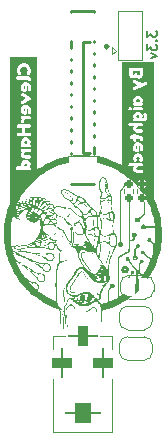
<source format=gbr>
%TF.GenerationSoftware,KiCad,Pcbnew,8.0.1-8.0.1-1~ubuntu22.04.1*%
%TF.CreationDate,2024-08-18T16:50:42+01:00*%
%TF.ProjectId,CONTROLLER_teensy4,434f4e54-524f-44c4-9c45-525f7465656e,rev?*%
%TF.SameCoordinates,Original*%
%TF.FileFunction,Legend,Bot*%
%TF.FilePolarity,Positive*%
%FSLAX46Y46*%
G04 Gerber Fmt 4.6, Leading zero omitted, Abs format (unit mm)*
G04 Created by KiCad (PCBNEW 8.0.1-8.0.1-1~ubuntu22.04.1) date 2024-08-18 16:50:42*
%MOMM*%
%LPD*%
G01*
G04 APERTURE LIST*
G04 Aperture macros list*
%AMRoundRect*
0 Rectangle with rounded corners*
0 $1 Rounding radius*
0 $2 $3 $4 $5 $6 $7 $8 $9 X,Y pos of 4 corners*
0 Add a 4 corners polygon primitive as box body*
4,1,4,$2,$3,$4,$5,$6,$7,$8,$9,$2,$3,0*
0 Add four circle primitives for the rounded corners*
1,1,$1+$1,$2,$3*
1,1,$1+$1,$4,$5*
1,1,$1+$1,$6,$7*
1,1,$1+$1,$8,$9*
0 Add four rect primitives between the rounded corners*
20,1,$1+$1,$2,$3,$4,$5,0*
20,1,$1+$1,$4,$5,$6,$7,0*
20,1,$1+$1,$6,$7,$8,$9,0*
20,1,$1+$1,$8,$9,$2,$3,0*%
%AMFreePoly0*
4,1,19,0.500000,-0.750000,0.000000,-0.750000,0.000000,-0.744911,-0.071157,-0.744911,-0.207708,-0.704816,-0.327430,-0.627875,-0.420627,-0.520320,-0.479746,-0.390866,-0.500000,-0.250000,-0.500000,0.250000,-0.479746,0.390866,-0.420627,0.520320,-0.327430,0.627875,-0.207708,0.704816,-0.071157,0.744911,0.000000,0.744911,0.000000,0.750000,0.500000,0.750000,0.500000,-0.750000,0.500000,-0.750000,
$1*%
%AMFreePoly1*
4,1,19,0.000000,0.744911,0.071157,0.744911,0.207708,0.704816,0.327430,0.627875,0.420627,0.520320,0.479746,0.390866,0.500000,0.250000,0.500000,-0.250000,0.479746,-0.390866,0.420627,-0.520320,0.327430,-0.627875,0.207708,-0.704816,0.071157,-0.744911,0.000000,-0.744911,0.000000,-0.750000,-0.500000,-0.750000,-0.500000,0.750000,0.000000,0.750000,0.000000,0.744911,0.000000,0.744911,
$1*%
G04 Aperture macros list end*
%ADD10C,0.000000*%
%ADD11C,0.200000*%
%ADD12C,0.120000*%
%ADD13C,0.250000*%
%ADD14C,1.600000*%
%ADD15FreePoly0,0.000000*%
%ADD16FreePoly1,0.000000*%
%ADD17RoundRect,0.160000X-0.160000X0.197500X-0.160000X-0.197500X0.160000X-0.197500X0.160000X0.197500X0*%
%ADD18R,1.200000X0.400000*%
%ADD19R,2.400000X2.000000*%
%ADD20RoundRect,0.800000X-0.050000X-0.450000X0.050000X-0.450000X0.050000X0.450000X-0.050000X0.450000X0*%
%ADD21RoundRect,0.800000X-0.450000X0.050000X-0.450000X-0.050000X0.450000X-0.050000X0.450000X0.050000X0*%
%ADD22RoundRect,0.800000X-0.700000X0.050000X-0.700000X-0.050000X0.700000X-0.050000X0.700000X0.050000X0*%
%ADD23R,1.500000X1.000000*%
G04 APERTURE END LIST*
D10*
G36*
X106010060Y-81426749D02*
G01*
X106005418Y-83708433D01*
X104315418Y-80908433D01*
X105045418Y-80838433D01*
X106010060Y-81426749D01*
G37*
G36*
X95540000Y-81050000D02*
G01*
X93850000Y-83850000D01*
X93845358Y-81568316D01*
X94810000Y-80980000D01*
X95540000Y-81050000D01*
G37*
D11*
X105489695Y-68617142D02*
X105489695Y-69112380D01*
X105489695Y-69112380D02*
X105794457Y-68845714D01*
X105794457Y-68845714D02*
X105794457Y-68959999D01*
X105794457Y-68959999D02*
X105832552Y-69036190D01*
X105832552Y-69036190D02*
X105870647Y-69074285D01*
X105870647Y-69074285D02*
X105946838Y-69112380D01*
X105946838Y-69112380D02*
X106137314Y-69112380D01*
X106137314Y-69112380D02*
X106213504Y-69074285D01*
X106213504Y-69074285D02*
X106251600Y-69036190D01*
X106251600Y-69036190D02*
X106289695Y-68959999D01*
X106289695Y-68959999D02*
X106289695Y-68731428D01*
X106289695Y-68731428D02*
X106251600Y-68655237D01*
X106251600Y-68655237D02*
X106213504Y-68617142D01*
X106213504Y-69455238D02*
X106251600Y-69493333D01*
X106251600Y-69493333D02*
X106289695Y-69455238D01*
X106289695Y-69455238D02*
X106251600Y-69417142D01*
X106251600Y-69417142D02*
X106213504Y-69455238D01*
X106213504Y-69455238D02*
X106289695Y-69455238D01*
X105489695Y-69759999D02*
X105489695Y-70255237D01*
X105489695Y-70255237D02*
X105794457Y-69988571D01*
X105794457Y-69988571D02*
X105794457Y-70102856D01*
X105794457Y-70102856D02*
X105832552Y-70179047D01*
X105832552Y-70179047D02*
X105870647Y-70217142D01*
X105870647Y-70217142D02*
X105946838Y-70255237D01*
X105946838Y-70255237D02*
X106137314Y-70255237D01*
X106137314Y-70255237D02*
X106213504Y-70217142D01*
X106213504Y-70217142D02*
X106251600Y-70179047D01*
X106251600Y-70179047D02*
X106289695Y-70102856D01*
X106289695Y-70102856D02*
X106289695Y-69874285D01*
X106289695Y-69874285D02*
X106251600Y-69798094D01*
X106251600Y-69798094D02*
X106213504Y-69759999D01*
X105756361Y-70521904D02*
X106289695Y-70712380D01*
X106289695Y-70712380D02*
X105756361Y-70902857D01*
D12*
%TO.C,JP1*%
X103100000Y-95800001D02*
X103100000Y-95199999D01*
X103800000Y-94500000D02*
X105200000Y-94500000D01*
X105200000Y-96500000D02*
X103800000Y-96500000D01*
X105900000Y-95199999D02*
X105900000Y-95800001D01*
X103100000Y-95199999D02*
G75*
G02*
X103800000Y-94500000I699999J0D01*
G01*
X103800000Y-96500000D02*
G75*
G02*
X103100000Y-95800001I-1J699999D01*
G01*
X105200000Y-94500000D02*
G75*
G02*
X105900000Y-95199999I0J-700000D01*
G01*
X105900000Y-95800001D02*
G75*
G02*
X105200000Y-96500000I-700000J1D01*
G01*
D10*
%TO.C,kibuzzard-6611ABB8*%
G36*
X104634756Y-78536256D02*
G01*
X104583956Y-78596581D01*
X104525219Y-78568800D01*
X104502994Y-78489425D01*
X104545062Y-78387031D01*
X104634756Y-78336231D01*
X104634756Y-78536256D01*
G37*
G36*
X104769694Y-75750987D02*
G01*
X104810969Y-75849412D01*
X104768900Y-75945456D01*
X104676825Y-75983556D01*
X104583162Y-75947043D01*
X104539506Y-75848618D01*
X104582369Y-75748606D01*
X104676825Y-75710506D01*
X104769694Y-75750987D01*
G37*
G36*
X104783187Y-74407168D02*
G01*
X104825256Y-74507181D01*
X104782394Y-74604812D01*
X104687938Y-74643706D01*
X104591894Y-74606400D01*
X104547444Y-74506387D01*
X104591894Y-74404787D01*
X104688731Y-74365893D01*
X104783187Y-74407168D01*
G37*
G36*
X104823669Y-72267218D02*
G01*
X104796681Y-72342228D01*
X104715719Y-72367231D01*
X104655394Y-72358500D01*
X104623644Y-72329131D01*
X104610944Y-72240231D01*
X104588719Y-72154506D01*
X104497437Y-72125931D01*
X104406156Y-72155300D01*
X104383931Y-72252931D01*
X104350594Y-72329131D01*
X104293444Y-72333893D01*
X104237881Y-72307700D01*
X104222006Y-72229118D01*
X104222006Y-72006868D01*
X104823669Y-72006868D01*
X104823669Y-72267218D01*
G37*
G36*
X106010060Y-73084781D02*
G01*
X106010060Y-74806425D01*
X106010060Y-75196156D01*
X106010060Y-75851793D01*
X106010060Y-77085281D01*
X106010060Y-77794893D01*
X106010060Y-78491806D01*
X106010060Y-79382393D01*
X106010060Y-80488881D01*
X106010060Y-80628581D01*
X106010060Y-80628713D01*
X106010060Y-81426749D01*
X103349940Y-80628713D01*
X103349940Y-80628581D01*
X103349940Y-79934843D01*
X103879106Y-79934843D01*
X103889822Y-80015012D01*
X103921969Y-80055493D01*
X103964037Y-80070575D01*
X104018806Y-80072956D01*
X104369644Y-80072956D01*
X104297016Y-80159078D01*
X104272806Y-80258693D01*
X104286212Y-80358618D01*
X104326428Y-80446724D01*
X104393456Y-80523012D01*
X104479887Y-80581661D01*
X104578312Y-80616851D01*
X104688731Y-80628581D01*
X104968131Y-80628581D01*
X105022900Y-80626200D01*
X105064969Y-80611118D01*
X105095925Y-80570240D01*
X105106244Y-80488881D01*
X105095925Y-80410300D01*
X105064969Y-80368231D01*
X105022106Y-80353150D01*
X104964956Y-80350768D01*
X104687144Y-80350768D01*
X104585544Y-80314256D01*
X104549031Y-80221387D01*
X104583162Y-80122168D01*
X104660156Y-80072956D01*
X104968131Y-80072956D01*
X105022900Y-80070575D01*
X105064969Y-80055493D01*
X105095925Y-80014615D01*
X105106244Y-79933256D01*
X105095528Y-79852690D01*
X105063381Y-79811018D01*
X105022106Y-79797525D01*
X104966544Y-79795143D01*
X104017219Y-79795143D01*
X103962450Y-79797525D01*
X103921969Y-79811018D01*
X103889822Y-79853087D01*
X103879106Y-79934843D01*
X103349940Y-79934843D01*
X103349940Y-79379218D01*
X104260106Y-79379218D01*
X104276775Y-79496693D01*
X104309319Y-79580831D01*
X104325194Y-79606231D01*
X104355356Y-79650681D01*
X104427587Y-79691956D01*
X104518869Y-79658618D01*
X104584353Y-79602659D01*
X104606181Y-79549081D01*
X104571256Y-79463356D01*
X104544269Y-79381600D01*
X104582369Y-79282381D01*
X104687938Y-79236343D01*
X104792712Y-79280793D01*
X104830019Y-79375250D01*
X104800650Y-79468912D01*
X104771281Y-79539556D01*
X104792316Y-79592340D01*
X104855419Y-79655443D01*
X104937969Y-79691956D01*
X104996309Y-79670128D01*
X105050681Y-79604643D01*
X105098306Y-79503837D01*
X105114181Y-79382393D01*
X105102363Y-79285203D01*
X105066909Y-79190482D01*
X105007819Y-79098231D01*
X104948486Y-79039096D01*
X104872088Y-78991868D01*
X104782791Y-78960912D01*
X104684762Y-78950593D01*
X104587131Y-78960912D01*
X104499025Y-78991868D01*
X104423817Y-79039096D01*
X104364881Y-79098231D01*
X104306673Y-79188013D01*
X104271748Y-79281675D01*
X104260106Y-79379218D01*
X103349940Y-79379218D01*
X103349940Y-78493393D01*
X104252169Y-78493393D01*
X104261892Y-78596382D01*
X104291062Y-78684687D01*
X104339680Y-78758307D01*
X104407744Y-78817243D01*
X104494064Y-78857725D01*
X104587925Y-78871218D01*
X104672856Y-78859114D01*
X104732387Y-78822800D01*
X104779219Y-78715643D01*
X104779219Y-78339406D01*
X104853831Y-78391793D01*
X104883994Y-78496568D01*
X104879231Y-78578721D01*
X104864944Y-78641031D01*
X104858594Y-78658493D01*
X104841131Y-78721993D01*
X104912569Y-78809306D01*
X104985594Y-78829943D01*
X105047407Y-78808810D01*
X105091559Y-78745409D01*
X105118051Y-78639741D01*
X105126881Y-78491806D01*
X105116761Y-78380879D01*
X105086400Y-78283050D01*
X105039370Y-78201889D01*
X104979244Y-78140968D01*
X104890167Y-78085406D01*
X104794388Y-78052068D01*
X104691906Y-78040956D01*
X104567464Y-78055332D01*
X104460837Y-78098459D01*
X104372025Y-78170337D01*
X104305438Y-78263735D01*
X104265486Y-78371420D01*
X104252169Y-78493393D01*
X103349940Y-78493393D01*
X103349940Y-77598043D01*
X103983881Y-77598043D01*
X103998566Y-77684165D01*
X104042619Y-77726631D01*
X104123581Y-77734568D01*
X104279156Y-77734568D01*
X104272806Y-77840137D01*
X104275187Y-77894112D01*
X104290269Y-77936181D01*
X104331147Y-77967137D01*
X104412506Y-77977456D01*
X104493072Y-77966740D01*
X104534744Y-77934593D01*
X104548237Y-77892525D01*
X104550619Y-77837756D01*
X104544269Y-77734568D01*
X104763344Y-77734568D01*
X104825256Y-77748062D01*
X104844306Y-77798862D01*
X104846687Y-77856012D01*
X104861769Y-77898081D01*
X104968131Y-77934593D01*
X105048697Y-77923481D01*
X105090369Y-77890143D01*
X105103862Y-77848075D01*
X105106244Y-77794893D01*
X105097953Y-77693646D01*
X105073083Y-77610038D01*
X105031631Y-77544068D01*
X104970424Y-77496443D01*
X104886287Y-77467868D01*
X104779219Y-77458343D01*
X104544269Y-77458343D01*
X104549031Y-77393256D01*
X104522044Y-77335312D01*
X104429969Y-77312293D01*
X104335512Y-77320231D01*
X104293444Y-77342456D01*
X104272806Y-77405956D01*
X104279156Y-77458343D01*
X104115644Y-77458343D01*
X104061669Y-77460725D01*
X104023569Y-77475806D01*
X103993803Y-77516684D01*
X103983881Y-77598043D01*
X103349940Y-77598043D01*
X103349940Y-76531243D01*
X103879106Y-76531243D01*
X103889822Y-76611412D01*
X103921969Y-76651893D01*
X103964037Y-76666975D01*
X104018806Y-76669356D01*
X104369644Y-76669356D01*
X104297016Y-76755478D01*
X104272806Y-76855093D01*
X104286212Y-76955018D01*
X104326428Y-77043124D01*
X104393456Y-77119412D01*
X104479887Y-77178061D01*
X104578312Y-77213251D01*
X104688731Y-77224981D01*
X104968131Y-77224981D01*
X105022900Y-77222600D01*
X105064969Y-77207518D01*
X105095925Y-77166640D01*
X105106244Y-77085281D01*
X105095925Y-77006700D01*
X105064969Y-76964631D01*
X105022106Y-76949550D01*
X104964956Y-76947168D01*
X104687144Y-76947168D01*
X104585544Y-76910656D01*
X104549031Y-76817787D01*
X104583162Y-76718568D01*
X104660156Y-76669356D01*
X104968131Y-76669356D01*
X105022900Y-76666975D01*
X105064969Y-76651893D01*
X105095925Y-76611015D01*
X105106244Y-76529656D01*
X105095528Y-76449090D01*
X105063381Y-76407418D01*
X105022106Y-76393925D01*
X104966544Y-76391543D01*
X104017219Y-76391543D01*
X103962450Y-76393925D01*
X103921969Y-76407418D01*
X103889822Y-76449487D01*
X103879106Y-76531243D01*
X103349940Y-76531243D01*
X103349940Y-76116906D01*
X104266456Y-76116906D01*
X104275981Y-76207393D01*
X104308525Y-76247875D01*
X104349006Y-76262162D01*
X104402981Y-76264543D01*
X105060206Y-76264543D01*
X105174065Y-76250432D01*
X105272226Y-76208099D01*
X105354688Y-76137543D01*
X105416865Y-76049349D01*
X105454171Y-75954099D01*
X105466606Y-75851793D01*
X105451922Y-75733921D01*
X105407869Y-75621606D01*
X105351909Y-75539453D01*
X105301506Y-75512068D01*
X105191969Y-75559693D01*
X105145931Y-75606525D01*
X105133231Y-75645418D01*
X105152281Y-75691456D01*
X105196334Y-75770831D01*
X105211019Y-75856556D01*
X105163394Y-75954981D01*
X105049094Y-75993081D01*
X105001469Y-75993081D01*
X105061000Y-75914896D01*
X105080844Y-75800993D01*
X105067350Y-75715004D01*
X105026869Y-75632718D01*
X104959400Y-75554137D01*
X104873940Y-75490196D01*
X104779483Y-75451832D01*
X104676031Y-75439043D01*
X104572491Y-75451920D01*
X104477770Y-75490549D01*
X104391869Y-75554931D01*
X104323959Y-75634659D01*
X104283213Y-75719325D01*
X104269631Y-75808931D01*
X104289475Y-75907356D01*
X104325987Y-75968475D01*
X104356944Y-75994668D01*
X104289475Y-76027212D01*
X104266456Y-76116906D01*
X103349940Y-76116906D01*
X103349940Y-75197743D01*
X103879106Y-75197743D01*
X103889822Y-75277912D01*
X103921969Y-75318393D01*
X103964037Y-75333475D01*
X104018806Y-75335856D01*
X104073575Y-75333475D01*
X104114850Y-75319187D01*
X104147394Y-75277118D01*
X104156825Y-75197743D01*
X104271219Y-75197743D01*
X104298206Y-75305693D01*
X104366469Y-75334268D01*
X104412506Y-75335856D01*
X104968131Y-75335856D01*
X105022900Y-75333475D01*
X105064969Y-75318393D01*
X105095925Y-75277515D01*
X105106244Y-75196156D01*
X105095528Y-75115590D01*
X105063381Y-75073918D01*
X105022106Y-75060425D01*
X104966544Y-75058043D01*
X104409331Y-75058043D01*
X104354562Y-75060425D01*
X104312494Y-75073918D01*
X104281537Y-75115987D01*
X104271319Y-75196950D01*
X104271219Y-75197743D01*
X104156825Y-75197743D01*
X104156919Y-75196950D01*
X104147394Y-75116781D01*
X104114056Y-75074712D01*
X104071987Y-75060425D01*
X104017219Y-75058043D01*
X103962450Y-75060425D01*
X103921969Y-75073918D01*
X103889822Y-75115987D01*
X103879106Y-75197743D01*
X103349940Y-75197743D01*
X103349940Y-74780231D01*
X104269631Y-74780231D01*
X104279156Y-74872306D01*
X104312494Y-74914375D01*
X104354562Y-74928662D01*
X104409331Y-74931043D01*
X104964956Y-74931043D01*
X105019725Y-74928662D01*
X105061794Y-74915168D01*
X105092750Y-74876870D01*
X105103069Y-74806425D01*
X105081637Y-74690537D01*
X105018931Y-74656406D01*
X105082034Y-74578023D01*
X105103069Y-74460350D01*
X105089134Y-74371009D01*
X105047330Y-74286077D01*
X104977656Y-74205556D01*
X104889550Y-74140292D01*
X104792448Y-74101134D01*
X104686350Y-74088081D01*
X104580340Y-74101222D01*
X104483503Y-74140645D01*
X104395837Y-74206350D01*
X104326605Y-74287753D01*
X104285065Y-74374272D01*
X104271219Y-74465906D01*
X104290269Y-74564331D01*
X104325987Y-74626243D01*
X104358531Y-74654818D01*
X104291856Y-74690934D01*
X104269631Y-74780231D01*
X103349940Y-74780231D01*
X103349940Y-72881581D01*
X104252169Y-72881581D01*
X104264869Y-72930793D01*
X104291062Y-72958575D01*
X104334719Y-72984768D01*
X104438700Y-73045887D01*
X104526101Y-73097481D01*
X104609444Y-73147487D01*
X104688731Y-73195906D01*
X104627017Y-73221306D01*
X104492675Y-73281631D01*
X104361905Y-73341361D01*
X104310906Y-73364975D01*
X104283919Y-73383231D01*
X104256931Y-73441175D01*
X104279156Y-73529281D01*
X104324797Y-73599528D01*
X104379169Y-73622943D01*
X104433144Y-73610243D01*
X104460131Y-73597543D01*
X105390406Y-73181618D01*
X105436444Y-73160187D01*
X105466606Y-73132406D01*
X105480894Y-73084781D01*
X105457081Y-73000643D01*
X105411837Y-72930396D01*
X105358656Y-72906981D01*
X105321648Y-72916506D01*
X105248722Y-72945081D01*
X105139879Y-72992706D01*
X104995119Y-73059381D01*
X104463306Y-72743468D01*
X104385519Y-72711718D01*
X104334719Y-72733150D01*
X104283919Y-72797443D01*
X104252169Y-72881581D01*
X103349940Y-72881581D01*
X103349940Y-72267218D01*
X103941019Y-72267218D01*
X103952308Y-72359293D01*
X103986174Y-72440785D01*
X104042619Y-72511693D01*
X104115997Y-72569020D01*
X104198547Y-72603416D01*
X104290269Y-72614881D01*
X104390678Y-72599800D01*
X104482356Y-72554556D01*
X104559438Y-72606591D01*
X104642517Y-72637811D01*
X104731594Y-72648218D01*
X104831694Y-72634725D01*
X104920330Y-72598477D01*
X104997500Y-72539475D01*
X105057031Y-72464068D01*
X105092750Y-72378608D01*
X105104656Y-72283093D01*
X105104656Y-71865581D01*
X105089575Y-71777475D01*
X105044331Y-71735406D01*
X104961781Y-71725881D01*
X104080719Y-71725881D01*
X104025156Y-71728262D01*
X103983881Y-71743343D01*
X103951734Y-71785412D01*
X103941019Y-71867168D01*
X103941019Y-72267218D01*
X103349940Y-72267218D01*
X103349940Y-71725881D01*
X103349940Y-71213251D01*
X106010060Y-71213251D01*
X106010060Y-71725881D01*
X106010060Y-72283093D01*
X106010060Y-73084781D01*
G37*
D12*
%TO.C,JP3*%
X103200000Y-90600001D02*
X103200000Y-89999999D01*
X103900000Y-89300000D02*
X105300000Y-89300000D01*
X105300000Y-91300000D02*
X103900000Y-91300000D01*
X106000000Y-89999999D02*
X106000000Y-90600001D01*
X103200000Y-89999999D02*
G75*
G02*
X103900000Y-89300000I699999J0D01*
G01*
X103900000Y-91300000D02*
G75*
G02*
X103200000Y-90600001I-1J699999D01*
G01*
X105300000Y-89300000D02*
G75*
G02*
X106000000Y-89999999I0J-700000D01*
G01*
X106000000Y-90600001D02*
G75*
G02*
X105300000Y-91300000I-700000J1D01*
G01*
%TO.C,R1*%
X104619999Y-82367621D02*
X104619999Y-82032379D01*
X105380001Y-82367621D02*
X105380001Y-82032379D01*
%TO.C,R2*%
X103519999Y-82367621D02*
X103519999Y-82032379D01*
X104280001Y-82367621D02*
X104280001Y-82032379D01*
%TO.C,JP2*%
X103100000Y-93200001D02*
X103100000Y-92599999D01*
X103800000Y-91900000D02*
X105200000Y-91900000D01*
X105200000Y-93900000D02*
X103800000Y-93900000D01*
X105900000Y-92599999D02*
X105900000Y-93200001D01*
X103100000Y-92599999D02*
G75*
G02*
X103800000Y-91900000I699999J0D01*
G01*
X103800000Y-93900000D02*
G75*
G02*
X103100000Y-93200001I-1J699999D01*
G01*
X105200000Y-91900000D02*
G75*
G02*
X105900000Y-92599999I0J-700000D01*
G01*
X105900000Y-93200001D02*
G75*
G02*
X105200000Y-93900000I-700000J1D01*
G01*
D13*
%TO.C,FPC1*%
X99000000Y-66980000D02*
X99000000Y-66960000D01*
X99000000Y-70080000D02*
X99000000Y-69450000D01*
X99000000Y-71080000D02*
X99000000Y-70950000D01*
X99000000Y-72080000D02*
X99000000Y-71950000D01*
X99000000Y-73080000D02*
X99000000Y-72950000D01*
X99000000Y-74070000D02*
X99000000Y-73950000D01*
X99000000Y-75070000D02*
X99000000Y-74930000D01*
X99000000Y-76070000D02*
X99000000Y-75930000D01*
X99000000Y-77070000D02*
X99000000Y-76930000D01*
X99000000Y-78070000D02*
X99000000Y-77930000D01*
X99000000Y-79070000D02*
X99000000Y-78930000D01*
X100000000Y-69560000D02*
X100630000Y-69560000D01*
X100000000Y-78950000D02*
X100000000Y-69560000D01*
X100630000Y-78950000D02*
X100000000Y-78950000D01*
X100640000Y-78960000D02*
X100630000Y-78950000D01*
X100990000Y-66960000D02*
X100990000Y-66980000D01*
X100990000Y-69450000D02*
X100990000Y-69580000D01*
X100990000Y-70450000D02*
X100990000Y-70580000D01*
X100990000Y-71450000D02*
X100990000Y-71580000D01*
X100990000Y-72450000D02*
X100990000Y-72580000D01*
X100990000Y-73450000D02*
X100990000Y-73570000D01*
X100990000Y-74430000D02*
X100990000Y-74570000D01*
X100990000Y-75430000D02*
X100990000Y-75570000D01*
X100990000Y-76430000D02*
X100990000Y-76570000D01*
X100990000Y-77430000D02*
X100990000Y-77570000D01*
X100990000Y-78430000D02*
X100990000Y-79070000D01*
X100990000Y-81530000D02*
X100990000Y-81560000D01*
X100990000Y-81560000D02*
X98990000Y-81560000D01*
X101000000Y-66960000D02*
X99000000Y-66960000D01*
X102160000Y-69940000D02*
G75*
G02*
X101900000Y-69940000I-130000J0D01*
G01*
X101900000Y-69940000D02*
G75*
G02*
X102160000Y-69940000I130000J0D01*
G01*
D10*
%TO.C,G\u002A\u002A\u002A*%
G36*
X94155060Y-84126722D02*
G01*
X94176844Y-84139647D01*
X94207427Y-84164035D01*
X94240305Y-84194137D01*
X94268972Y-84224205D01*
X94286923Y-84248492D01*
X94292895Y-84264136D01*
X94289158Y-84274147D01*
X94284511Y-84272607D01*
X94263687Y-84257146D01*
X94234418Y-84229987D01*
X94202513Y-84197246D01*
X94173783Y-84165038D01*
X94154034Y-84139479D01*
X94149078Y-84126683D01*
X94155060Y-84126722D01*
G37*
G36*
X96695218Y-85874678D02*
G01*
X96701933Y-85912460D01*
X96708777Y-85975165D01*
X96712208Y-86025048D01*
X96711107Y-86063175D01*
X96704538Y-86076457D01*
X96702765Y-86076189D01*
X96690288Y-86060356D01*
X96679118Y-86026007D01*
X96670519Y-85981413D01*
X96665756Y-85934847D01*
X96666095Y-85894581D01*
X96672799Y-85868888D01*
X96678117Y-85861897D01*
X96687617Y-85858822D01*
X96695218Y-85874678D01*
G37*
G36*
X98859329Y-86513050D02*
G01*
X98890915Y-86536196D01*
X98928019Y-86576270D01*
X98966857Y-86627647D01*
X99003647Y-86684701D01*
X99034609Y-86741804D01*
X99055959Y-86793331D01*
X99063917Y-86833656D01*
X99063911Y-86835298D01*
X99059623Y-86865432D01*
X99047817Y-86869253D01*
X99029157Y-86847140D01*
X99004310Y-86799477D01*
X99002944Y-86796557D01*
X98975835Y-86747588D01*
X98938467Y-86690310D01*
X98898500Y-86636516D01*
X98891110Y-86627268D01*
X98851104Y-86573405D01*
X98830696Y-86536888D01*
X98829234Y-86516136D01*
X98846065Y-86509571D01*
X98859329Y-86513050D01*
G37*
G36*
X101595855Y-88425949D02*
G01*
X101660512Y-88438990D01*
X101661494Y-88439336D01*
X101692695Y-88454690D01*
X101704464Y-88468505D01*
X101695897Y-88475612D01*
X101666089Y-88470845D01*
X101649252Y-88466184D01*
X101565512Y-88458179D01*
X101485459Y-88477041D01*
X101408156Y-88523124D01*
X101332667Y-88596783D01*
X101313792Y-88618313D01*
X101283217Y-88649301D01*
X101267709Y-88658120D01*
X101267759Y-88644650D01*
X101283852Y-88608773D01*
X101297194Y-88585435D01*
X101342516Y-88525834D01*
X101396021Y-88475312D01*
X101449084Y-88442545D01*
X101459800Y-88438496D01*
X101524082Y-88425866D01*
X101595855Y-88425949D01*
G37*
G36*
X98305380Y-85992708D02*
G01*
X98321290Y-86002740D01*
X98317538Y-86030307D01*
X98294013Y-86076457D01*
X98281351Y-86096439D01*
X98207677Y-86184131D01*
X98116917Y-86255423D01*
X98015987Y-86304638D01*
X97978800Y-86317294D01*
X97949138Y-86325566D01*
X97935525Y-86325333D01*
X97932286Y-86317464D01*
X97936329Y-86312162D01*
X97959517Y-86297727D01*
X97996420Y-86280629D01*
X98000176Y-86279032D01*
X98053585Y-86248320D01*
X98113534Y-86202612D01*
X98172237Y-86148974D01*
X98221913Y-86094469D01*
X98254776Y-86046161D01*
X98262236Y-86032821D01*
X98284173Y-86004084D01*
X98302759Y-85992629D01*
X98305380Y-85992708D01*
G37*
G36*
X98963063Y-83960981D02*
G01*
X98959723Y-83998257D01*
X98958834Y-84005770D01*
X98933592Y-84097902D01*
X98884928Y-84184803D01*
X98817026Y-84261658D01*
X98734071Y-84323652D01*
X98640246Y-84365969D01*
X98625898Y-84370226D01*
X98586703Y-84379257D01*
X98560946Y-84381462D01*
X98544519Y-84375424D01*
X98540894Y-84359855D01*
X98557349Y-84340865D01*
X98591066Y-84323847D01*
X98592462Y-84323364D01*
X98674159Y-84286478D01*
X98756122Y-84235188D01*
X98824333Y-84178244D01*
X98848947Y-84151139D01*
X98881331Y-84105730D01*
X98914182Y-84046411D01*
X98951349Y-83966776D01*
X98955260Y-83958221D01*
X98961825Y-83948573D01*
X98963063Y-83960981D01*
G37*
G36*
X101313312Y-89317821D02*
G01*
X101317697Y-89328105D01*
X101324277Y-89364705D01*
X101326901Y-89411876D01*
X101325199Y-89457965D01*
X101318802Y-89491321D01*
X101307885Y-89507718D01*
X101292721Y-89512664D01*
X101285369Y-89498625D01*
X101283595Y-89493004D01*
X101269199Y-89493823D01*
X101261779Y-89494605D01*
X101258351Y-89477607D01*
X101262213Y-89436812D01*
X101264881Y-89416850D01*
X101270451Y-89371823D01*
X101273746Y-89340321D01*
X101276112Y-89336740D01*
X101280315Y-89356103D01*
X101285369Y-89394664D01*
X101294643Y-89478493D01*
X101297205Y-89387678D01*
X101297357Y-89382614D01*
X101300268Y-89335740D01*
X101305445Y-89314757D01*
X101313312Y-89317821D01*
G37*
G36*
X102185713Y-83046182D02*
G01*
X102187539Y-83048625D01*
X102196284Y-83075911D01*
X102204996Y-83126367D01*
X102213264Y-83196063D01*
X102220676Y-83281067D01*
X102226821Y-83377446D01*
X102231287Y-83481270D01*
X102232365Y-83516656D01*
X102234096Y-83608236D01*
X102233513Y-83674835D01*
X102230640Y-83715496D01*
X102225497Y-83729263D01*
X102221423Y-83721417D01*
X102216098Y-83688452D01*
X102211032Y-83632187D01*
X102206450Y-83555260D01*
X102202577Y-83460313D01*
X102199265Y-83375537D01*
X102194997Y-83290669D01*
X102190297Y-83216129D01*
X102185536Y-83157785D01*
X102181088Y-83121507D01*
X102180947Y-83120719D01*
X102173808Y-83069455D01*
X102175395Y-83044641D01*
X102185713Y-83046182D01*
G37*
G36*
X100145068Y-83284281D02*
G01*
X100181457Y-83301667D01*
X100227326Y-83332787D01*
X100276197Y-83372982D01*
X100321590Y-83417591D01*
X100353933Y-83454659D01*
X100397502Y-83509450D01*
X100437971Y-83565156D01*
X100471561Y-83616254D01*
X100494488Y-83657220D01*
X100502971Y-83682529D01*
X100502966Y-83683841D01*
X100501104Y-83697737D01*
X100493784Y-83696060D01*
X100477970Y-83676053D01*
X100450628Y-83634956D01*
X100438739Y-83617914D01*
X100400898Y-83570794D01*
X100352335Y-83516296D01*
X100298715Y-83460235D01*
X100245704Y-83408428D01*
X100198965Y-83366691D01*
X100164164Y-83340840D01*
X100150048Y-83330744D01*
X100130678Y-83309051D01*
X100123699Y-83290218D01*
X100133285Y-83282178D01*
X100145068Y-83284281D01*
G37*
G36*
X100856836Y-84422210D02*
G01*
X100872397Y-84452722D01*
X100892565Y-84500906D01*
X100915285Y-84561794D01*
X100938504Y-84630418D01*
X100944969Y-84658281D01*
X100951992Y-84717220D01*
X100955774Y-84789356D01*
X100956315Y-84866499D01*
X100953615Y-84940459D01*
X100947674Y-85003045D01*
X100938493Y-85046067D01*
X100936414Y-85051746D01*
X100919475Y-85085786D01*
X100905162Y-85097813D01*
X100897317Y-85087133D01*
X100899783Y-85053052D01*
X100901893Y-85039991D01*
X100907061Y-84995971D01*
X100912429Y-84937340D01*
X100917125Y-84873144D01*
X100918319Y-84849614D01*
X100914458Y-84717201D01*
X100893868Y-84589359D01*
X100858015Y-84475952D01*
X100852146Y-84461748D01*
X100840858Y-84430907D01*
X100840119Y-84417063D01*
X100849004Y-84413861D01*
X100856836Y-84422210D01*
G37*
G36*
X100991969Y-86146314D02*
G01*
X100995138Y-86153848D01*
X101000989Y-86189000D01*
X101004247Y-86242868D01*
X101004920Y-86309005D01*
X101003016Y-86380963D01*
X100998544Y-86452296D01*
X100991511Y-86516556D01*
X100981904Y-86572271D01*
X100965649Y-86647441D01*
X100947839Y-86715649D01*
X100944988Y-86725161D01*
X100929323Y-86771753D01*
X100915456Y-86804545D01*
X100906106Y-86816941D01*
X100899256Y-86814566D01*
X100895277Y-86802042D01*
X100897420Y-86775019D01*
X100906100Y-86729344D01*
X100921733Y-86660866D01*
X100929171Y-86624012D01*
X100940077Y-86554820D01*
X100951021Y-86471124D01*
X100961154Y-86380676D01*
X100969624Y-86291224D01*
X100975582Y-86210521D01*
X100978178Y-86146314D01*
X100978242Y-86142835D01*
X100981045Y-86132405D01*
X100991969Y-86146314D01*
G37*
G36*
X102310241Y-84713919D02*
G01*
X102320945Y-84744737D01*
X102331432Y-84797398D01*
X102341148Y-84868322D01*
X102349538Y-84953927D01*
X102356049Y-85050635D01*
X102356816Y-85068034D01*
X102357802Y-85136025D01*
X102356665Y-85215838D01*
X102353727Y-85301791D01*
X102349313Y-85388205D01*
X102343746Y-85469398D01*
X102337349Y-85539691D01*
X102330445Y-85593402D01*
X102323359Y-85624852D01*
X102318105Y-85636652D01*
X102312051Y-85639225D01*
X102310209Y-85617266D01*
X102312543Y-85569739D01*
X102319019Y-85495607D01*
X102319412Y-85491510D01*
X102326492Y-85393157D01*
X102330437Y-85285008D01*
X102331404Y-85172444D01*
X102329547Y-85060845D01*
X102325022Y-84955591D01*
X102317984Y-84862064D01*
X102308588Y-84785644D01*
X102296989Y-84731710D01*
X102295081Y-84718014D01*
X102302905Y-84707260D01*
X102310241Y-84713919D01*
G37*
G36*
X98273174Y-92466027D02*
G01*
X98290154Y-92493536D01*
X98310155Y-92542404D01*
X98332033Y-92608755D01*
X98354645Y-92688710D01*
X98376848Y-92778392D01*
X98397498Y-92873924D01*
X98415452Y-92971427D01*
X98427278Y-93065356D01*
X98435325Y-93187038D01*
X98438154Y-93319170D01*
X98435764Y-93452843D01*
X98428159Y-93579146D01*
X98415339Y-93689168D01*
X98408001Y-93734419D01*
X98398336Y-93788810D01*
X98390278Y-93828323D01*
X98385055Y-93846574D01*
X98378759Y-93854609D01*
X98369609Y-93854644D01*
X98362520Y-93835563D01*
X98357300Y-93795606D01*
X98353757Y-93733012D01*
X98351700Y-93646019D01*
X98350937Y-93532866D01*
X98350647Y-93461770D01*
X98347201Y-93249456D01*
X98339970Y-93060748D01*
X98329019Y-92896673D01*
X98314410Y-92758259D01*
X98296208Y-92646536D01*
X98287568Y-92604962D01*
X98275278Y-92548595D01*
X98265227Y-92505725D01*
X98258999Y-92483310D01*
X98256754Y-92471662D01*
X98265048Y-92461386D01*
X98273174Y-92466027D01*
G37*
G36*
X98531862Y-90206396D02*
G01*
X98535765Y-90214262D01*
X98533523Y-90230203D01*
X98523884Y-90258605D01*
X98505594Y-90303854D01*
X98477400Y-90370335D01*
X98466720Y-90395697D01*
X98436388Y-90474509D01*
X98414589Y-90546903D01*
X98401176Y-90617642D01*
X98396006Y-90691487D01*
X98398934Y-90773198D01*
X98409816Y-90867538D01*
X98428506Y-90979267D01*
X98454862Y-91113146D01*
X98464741Y-91162685D01*
X98481447Y-91253325D01*
X98495969Y-91340543D01*
X98507015Y-91416389D01*
X98513294Y-91472909D01*
X98517104Y-91524931D01*
X98518458Y-91563748D01*
X98515768Y-91584795D01*
X98508228Y-91593467D01*
X98495031Y-91595159D01*
X98483635Y-91593611D01*
X98472058Y-91582748D01*
X98464597Y-91556197D01*
X98458706Y-91507838D01*
X98457682Y-91498680D01*
X98449583Y-91447105D01*
X98436345Y-91378326D01*
X98419557Y-91300218D01*
X98400806Y-91220660D01*
X98366442Y-91072680D01*
X98342241Y-90943854D01*
X98328908Y-90831779D01*
X98326601Y-90731863D01*
X98335483Y-90639512D01*
X98355713Y-90550133D01*
X98387454Y-90459132D01*
X98430864Y-90361918D01*
X98437045Y-90349255D01*
X98467251Y-90290410D01*
X98493801Y-90243410D01*
X98514017Y-90212767D01*
X98525221Y-90202993D01*
X98531862Y-90206396D01*
G37*
G36*
X102308070Y-86893784D02*
G01*
X102313865Y-86909052D01*
X102320440Y-86951960D01*
X102324026Y-87012677D01*
X102324721Y-87085123D01*
X102322620Y-87163215D01*
X102317821Y-87240876D01*
X102310419Y-87312022D01*
X102300510Y-87370575D01*
X102291369Y-87409397D01*
X102271398Y-87483327D01*
X102245064Y-87569414D01*
X102211256Y-87671061D01*
X102168866Y-87791673D01*
X102116786Y-87934653D01*
X102079297Y-88039131D01*
X102048486Y-88133752D01*
X102025937Y-88216840D01*
X102009951Y-88295610D01*
X101998827Y-88377278D01*
X101990866Y-88469059D01*
X101987746Y-88506598D01*
X101981633Y-88557435D01*
X101974947Y-88592322D01*
X101968663Y-88605280D01*
X101968397Y-88605271D01*
X101960459Y-88591660D01*
X101956705Y-88555540D01*
X101956720Y-88501832D01*
X101960087Y-88435457D01*
X101966389Y-88361339D01*
X101975210Y-88284398D01*
X101986133Y-88209556D01*
X101998742Y-88141736D01*
X102012620Y-88085859D01*
X102022058Y-88056008D01*
X102042591Y-87995539D01*
X102069173Y-87920457D01*
X102099404Y-87837506D01*
X102130885Y-87753432D01*
X102165023Y-87660981D01*
X102222493Y-87487801D01*
X102264039Y-87333308D01*
X102290184Y-87195011D01*
X102301454Y-87070419D01*
X102298371Y-86957040D01*
X102294884Y-86914832D01*
X102294541Y-86888268D01*
X102298745Y-86882496D01*
X102308070Y-86893784D01*
G37*
G36*
X99257007Y-85410102D02*
G01*
X99258520Y-85436760D01*
X99257996Y-85482275D01*
X99255417Y-85548898D01*
X99250761Y-85638882D01*
X99244010Y-85754476D01*
X99237626Y-85883400D01*
X99235409Y-86000771D01*
X99237711Y-86111857D01*
X99244546Y-86227512D01*
X99249346Y-86286609D01*
X99258440Y-86380553D01*
X99268634Y-86468643D01*
X99279304Y-86546477D01*
X99289825Y-86609651D01*
X99299573Y-86653762D01*
X99307923Y-86674406D01*
X99322436Y-86675949D01*
X99356965Y-86671973D01*
X99403110Y-86663012D01*
X99444473Y-86654846D01*
X99498640Y-86647164D01*
X99539484Y-86644749D01*
X99551510Y-86645954D01*
X99590086Y-86654819D01*
X99637819Y-86669906D01*
X99687508Y-86688421D01*
X99731953Y-86707571D01*
X99763951Y-86724564D01*
X99776303Y-86736606D01*
X99774633Y-86742395D01*
X99758444Y-86746216D01*
X99722820Y-86738235D01*
X99665038Y-86717998D01*
X99646578Y-86711460D01*
X99571309Y-86695761D01*
X99491329Y-86698235D01*
X99398405Y-86718908D01*
X99350358Y-86729751D01*
X99300092Y-86728652D01*
X99266520Y-86707915D01*
X99246937Y-86666608D01*
X99244116Y-86655184D01*
X99229666Y-86576145D01*
X99217756Y-86474981D01*
X99208772Y-86356565D01*
X99203100Y-86225766D01*
X99201123Y-86087455D01*
X99201566Y-86025786D01*
X99203772Y-85927266D01*
X99207566Y-85825980D01*
X99212652Y-85726316D01*
X99218734Y-85632659D01*
X99225515Y-85549396D01*
X99232700Y-85480912D01*
X99239994Y-85431595D01*
X99247100Y-85405830D01*
X99247954Y-85404351D01*
X99253479Y-85400050D01*
X99257007Y-85410102D01*
G37*
G36*
X100096165Y-87327564D02*
G01*
X100181628Y-87354840D01*
X100222687Y-87370526D01*
X100268509Y-87384418D01*
X100299964Y-87389769D01*
X100323432Y-87393892D01*
X100335314Y-87412281D01*
X100334249Y-87418071D01*
X100318585Y-87427509D01*
X100282847Y-87425833D01*
X100225279Y-87412822D01*
X100144125Y-87388257D01*
X100097834Y-87374065D01*
X100065620Y-87367957D01*
X100041677Y-87370547D01*
X100016774Y-87381334D01*
X99988748Y-87401731D01*
X99953128Y-87452112D01*
X99930345Y-87519387D01*
X99922022Y-87597942D01*
X99929783Y-87682161D01*
X99930264Y-87684618D01*
X99952879Y-87762380D01*
X99991549Y-87855163D01*
X100043909Y-87959624D01*
X100107592Y-88072423D01*
X100180235Y-88190218D01*
X100259471Y-88309667D01*
X100342935Y-88427431D01*
X100428262Y-88540167D01*
X100513086Y-88644533D01*
X100595042Y-88737190D01*
X100671765Y-88814794D01*
X100740888Y-88874006D01*
X100800048Y-88911484D01*
X100813929Y-88917548D01*
X100885126Y-88935560D01*
X100958983Y-88936749D01*
X101023405Y-88920620D01*
X101039230Y-88915892D01*
X101047621Y-88921379D01*
X101039493Y-88935560D01*
X101016419Y-88951485D01*
X101001616Y-88956615D01*
X100959980Y-88964197D01*
X100911169Y-88967591D01*
X100859521Y-88963553D01*
X100792335Y-88943809D01*
X100722398Y-88906326D01*
X100647822Y-88849623D01*
X100566718Y-88772220D01*
X100477197Y-88672638D01*
X100377368Y-88549395D01*
X100298670Y-88447380D01*
X100197447Y-88312189D01*
X100112685Y-88193356D01*
X100042767Y-88088515D01*
X99986073Y-87995301D01*
X99940987Y-87911348D01*
X99923445Y-87875830D01*
X99897578Y-87820615D01*
X99880975Y-87777356D01*
X99871239Y-87737555D01*
X99865967Y-87692711D01*
X99862761Y-87634327D01*
X99861598Y-87604838D01*
X99861001Y-87548065D01*
X99864536Y-87507067D01*
X99873329Y-87473269D01*
X99888505Y-87438099D01*
X99916962Y-87390423D01*
X99965226Y-87344959D01*
X100024495Y-87324138D01*
X100096165Y-87327564D01*
G37*
G36*
X99094555Y-91754062D02*
G01*
X99151444Y-91795560D01*
X99160189Y-91804776D01*
X99191551Y-91841695D01*
X99229759Y-91890469D01*
X99270769Y-91945483D01*
X99310536Y-92001119D01*
X99345013Y-92051761D01*
X99370157Y-92091791D01*
X99381922Y-92115594D01*
X99384402Y-92135112D01*
X99373977Y-92138353D01*
X99348563Y-92118120D01*
X99308201Y-92074447D01*
X99252932Y-92007369D01*
X99220106Y-91967172D01*
X99150981Y-91890974D01*
X99092323Y-91839648D01*
X99043535Y-91812722D01*
X99004021Y-91809720D01*
X98999899Y-91811245D01*
X98973103Y-91827736D01*
X98931894Y-91858457D01*
X98881090Y-91899686D01*
X98825511Y-91947697D01*
X98757399Y-92009684D01*
X98702498Y-92064986D01*
X98664011Y-92113836D01*
X98639068Y-92161866D01*
X98624803Y-92214703D01*
X98618347Y-92277977D01*
X98616832Y-92357317D01*
X98617963Y-92427047D01*
X98621649Y-92510959D01*
X98628105Y-92609475D01*
X98637546Y-92725209D01*
X98650183Y-92860776D01*
X98666233Y-93018792D01*
X98685908Y-93201870D01*
X98691952Y-93257463D01*
X98701539Y-93347548D01*
X98710342Y-93432451D01*
X98717586Y-93504645D01*
X98722494Y-93556600D01*
X98724687Y-93583413D01*
X98726765Y-93630457D01*
X98724079Y-93654037D01*
X98716456Y-93657068D01*
X98714634Y-93655608D01*
X98704708Y-93633141D01*
X98700660Y-93597307D01*
X98700550Y-93592968D01*
X98698172Y-93560030D01*
X98693001Y-93504347D01*
X98685448Y-93429890D01*
X98675926Y-93340630D01*
X98664845Y-93240537D01*
X98652616Y-93133583D01*
X98640854Y-93031612D01*
X98621768Y-92861724D01*
X98606284Y-92715964D01*
X98594316Y-92592014D01*
X98585779Y-92487555D01*
X98580589Y-92400268D01*
X98578660Y-92327835D01*
X98579907Y-92267935D01*
X98584245Y-92218252D01*
X98591589Y-92176465D01*
X98601854Y-92140257D01*
X98614955Y-92107307D01*
X98630105Y-92082296D01*
X98664804Y-92038109D01*
X98712107Y-91984849D01*
X98767060Y-91927488D01*
X98824711Y-91871000D01*
X98880106Y-91820357D01*
X98928294Y-91780533D01*
X98964321Y-91756502D01*
X98973697Y-91752052D01*
X99034530Y-91739398D01*
X99094555Y-91754062D01*
G37*
G36*
X100929431Y-91961908D02*
G01*
X101012593Y-91985009D01*
X101084150Y-92033393D01*
X101143817Y-92106793D01*
X101191308Y-92204947D01*
X101195858Y-92217370D01*
X101203288Y-92240238D01*
X101209158Y-92264605D01*
X101213656Y-92293775D01*
X101216965Y-92331054D01*
X101219273Y-92379749D01*
X101220764Y-92443163D01*
X101221625Y-92524604D01*
X101222042Y-92627376D01*
X101222199Y-92754785D01*
X101222170Y-92833484D01*
X101221866Y-92940149D01*
X101221284Y-93035915D01*
X101220462Y-93117375D01*
X101219436Y-93181118D01*
X101218244Y-93223736D01*
X101216923Y-93241821D01*
X101209861Y-93251646D01*
X101197998Y-93236957D01*
X101196686Y-93232690D01*
X101193226Y-93203456D01*
X101189939Y-93151006D01*
X101186951Y-93078781D01*
X101184389Y-92990222D01*
X101182381Y-92888770D01*
X101181054Y-92777865D01*
X101180354Y-92698841D01*
X101179099Y-92590189D01*
X101177513Y-92503788D01*
X101175380Y-92436104D01*
X101172484Y-92383609D01*
X101168606Y-92342769D01*
X101163531Y-92310056D01*
X101157040Y-92281936D01*
X101148918Y-92254880D01*
X101133063Y-92212499D01*
X101107851Y-92158719D01*
X101083306Y-92118530D01*
X101049568Y-92083588D01*
X101002026Y-92048909D01*
X100953009Y-92023957D01*
X100912190Y-92014608D01*
X100892919Y-92016756D01*
X100842813Y-92035420D01*
X100781020Y-92074048D01*
X100706098Y-92133618D01*
X100616605Y-92215109D01*
X100594044Y-92236483D01*
X100515483Y-92307536D01*
X100448893Y-92360488D01*
X100389534Y-92397996D01*
X100332664Y-92422719D01*
X100273542Y-92437312D01*
X100207427Y-92444433D01*
X100182360Y-92445449D01*
X100117617Y-92444087D01*
X100056820Y-92437868D01*
X100005967Y-92427848D01*
X99971054Y-92415078D01*
X99958079Y-92400614D01*
X99961181Y-92396062D01*
X99984956Y-92389552D01*
X100033470Y-92385768D01*
X100108272Y-92384543D01*
X100115100Y-92384540D01*
X100182165Y-92383800D01*
X100230055Y-92380763D01*
X100266841Y-92373995D01*
X100300596Y-92362065D01*
X100339393Y-92343541D01*
X100340005Y-92343229D01*
X100383561Y-92316347D01*
X100440516Y-92274501D01*
X100504695Y-92222474D01*
X100569921Y-92165047D01*
X100611416Y-92127575D01*
X100693668Y-92058684D01*
X100763380Y-92009415D01*
X100823649Y-91978012D01*
X100877574Y-91962717D01*
X100928252Y-91961773D01*
X100929431Y-91961908D01*
G37*
G36*
X99986100Y-88966475D02*
G01*
X100047496Y-88997871D01*
X100053297Y-89003456D01*
X100076150Y-89033823D01*
X100106633Y-89082044D01*
X100141466Y-89142749D01*
X100177371Y-89210568D01*
X100210049Y-89273536D01*
X100248511Y-89341906D01*
X100284184Y-89396452D01*
X100321684Y-89444068D01*
X100365626Y-89491645D01*
X100391170Y-89518209D01*
X100425606Y-89555674D01*
X100448175Y-89582473D01*
X100454922Y-89594069D01*
X100453122Y-89595339D01*
X100433632Y-89590910D01*
X100402144Y-89568639D01*
X100362541Y-89532550D01*
X100318706Y-89486669D01*
X100274522Y-89435018D01*
X100233871Y-89381624D01*
X100200637Y-89330510D01*
X100198473Y-89326780D01*
X100168445Y-89274856D01*
X100132511Y-89212494D01*
X100097979Y-89152374D01*
X100074635Y-89114016D01*
X100030798Y-89057758D01*
X99986849Y-89025518D01*
X99939045Y-89015060D01*
X99883645Y-89024145D01*
X99851973Y-89036235D01*
X99805052Y-89064801D01*
X99757317Y-89107889D01*
X99706901Y-89167801D01*
X99651939Y-89246839D01*
X99590561Y-89347307D01*
X99520902Y-89471507D01*
X99503969Y-89500774D01*
X99469769Y-89555808D01*
X99426048Y-89623285D01*
X99376659Y-89697286D01*
X99325453Y-89771892D01*
X99237810Y-89900704D01*
X99150971Y-90037241D01*
X99082056Y-90157667D01*
X99030098Y-90263991D01*
X98994132Y-90358221D01*
X98973189Y-90442369D01*
X98966304Y-90518443D01*
X98968218Y-90560718D01*
X98986584Y-90639644D01*
X99023903Y-90698168D01*
X99079549Y-90735775D01*
X99152895Y-90751951D01*
X99243316Y-90746180D01*
X99290269Y-90739162D01*
X99325964Y-90735781D01*
X99341978Y-90736881D01*
X99345090Y-90742987D01*
X99333329Y-90757156D01*
X99298846Y-90770929D01*
X99245182Y-90782632D01*
X99159010Y-90790568D01*
X99073850Y-90781065D01*
X99007077Y-90750650D01*
X98958229Y-90698974D01*
X98926845Y-90625687D01*
X98912463Y-90530439D01*
X98913026Y-90468259D01*
X98927284Y-90376546D01*
X98957939Y-90275828D01*
X99005856Y-90164157D01*
X99071901Y-90039585D01*
X99156939Y-89900165D01*
X99261835Y-89743949D01*
X99305300Y-89680486D01*
X99361397Y-89595855D01*
X99414460Y-89513047D01*
X99460053Y-89439010D01*
X99493740Y-89380693D01*
X99516021Y-89340381D01*
X99581590Y-89229246D01*
X99640653Y-89141783D01*
X99694798Y-89075775D01*
X99745613Y-89029004D01*
X99763518Y-89016075D01*
X99840065Y-88975994D01*
X99915608Y-88959322D01*
X99986100Y-88966475D01*
G37*
G36*
X104836750Y-86877573D02*
G01*
X104804185Y-86930575D01*
X104752197Y-86964255D01*
X104682602Y-86976747D01*
X104657023Y-86978892D01*
X104630233Y-86988853D01*
X104601892Y-87011420D01*
X104564343Y-87051429D01*
X104555718Y-87061110D01*
X104534226Y-87085926D01*
X104518459Y-87108181D01*
X104507768Y-87132228D01*
X104501507Y-87162422D01*
X104499028Y-87203117D01*
X104499685Y-87258667D01*
X104502829Y-87333427D01*
X104507815Y-87431749D01*
X104516726Y-87606458D01*
X104560151Y-87628510D01*
X104587482Y-87647646D01*
X104626678Y-87693995D01*
X104655110Y-87750392D01*
X104666217Y-87805866D01*
X104664556Y-87817279D01*
X104657226Y-87867645D01*
X104626443Y-87933243D01*
X104578439Y-87985894D01*
X104518080Y-88018612D01*
X104502318Y-88022579D01*
X104442133Y-88025753D01*
X104380480Y-88015035D01*
X104331133Y-87992358D01*
X104326372Y-87988705D01*
X104293959Y-87957303D01*
X104263525Y-87919397D01*
X104244151Y-87885410D01*
X104235644Y-87848519D01*
X104236578Y-87806810D01*
X104356153Y-87806810D01*
X104360975Y-87851108D01*
X104391869Y-87886181D01*
X104423527Y-87901771D01*
X104470840Y-87903123D01*
X104512762Y-87878768D01*
X104528728Y-87854502D01*
X104539299Y-87817279D01*
X104539076Y-87782028D01*
X104526733Y-87760011D01*
X104516779Y-87765014D01*
X104512762Y-87791320D01*
X104507738Y-87826071D01*
X104484515Y-87855265D01*
X104441605Y-87864796D01*
X104432475Y-87864415D01*
X104405629Y-87854207D01*
X104391118Y-87826464D01*
X104385884Y-87776332D01*
X104384749Y-87732068D01*
X104366815Y-87772705D01*
X104356153Y-87806810D01*
X104236578Y-87806810D01*
X104236779Y-87797853D01*
X104251961Y-87724734D01*
X104286900Y-87666970D01*
X104342162Y-87627282D01*
X104386414Y-87606325D01*
X104386717Y-87336030D01*
X104387019Y-87065735D01*
X104461590Y-86979760D01*
X104481348Y-86956754D01*
X104510782Y-86919652D01*
X104526375Y-86892120D01*
X104531655Y-86866771D01*
X104530152Y-86836216D01*
X104530741Y-86811865D01*
X104644972Y-86811865D01*
X104652475Y-86837898D01*
X104662961Y-86848315D01*
X104692550Y-86857634D01*
X104720863Y-86839669D01*
X104721086Y-86839398D01*
X104730318Y-86811467D01*
X104719901Y-86786095D01*
X104694606Y-86775027D01*
X104687608Y-86775439D01*
X104658665Y-86788086D01*
X104644972Y-86811865D01*
X104530741Y-86811865D01*
X104531371Y-86785853D01*
X104552157Y-86727281D01*
X104590606Y-86683031D01*
X104641935Y-86656497D01*
X104701358Y-86651075D01*
X104764092Y-86670162D01*
X104800548Y-86694612D01*
X104836256Y-86743479D01*
X104848075Y-86806773D01*
X104848075Y-86807114D01*
X104847375Y-86811467D01*
X104836750Y-86877573D01*
G37*
G36*
X103850120Y-88641540D02*
G01*
X103885590Y-88721438D01*
X103898020Y-88814851D01*
X103890602Y-88877722D01*
X103888953Y-88891694D01*
X103888421Y-88896202D01*
X103854893Y-88978602D01*
X103836327Y-89001136D01*
X103799214Y-89046182D01*
X103723378Y-89095734D01*
X103717340Y-89098385D01*
X103656242Y-89115410D01*
X103585554Y-89121915D01*
X103568179Y-89121543D01*
X103480929Y-89105268D01*
X103406515Y-89067820D01*
X103346894Y-89013178D01*
X103340758Y-89003465D01*
X103562707Y-89003465D01*
X103569692Y-89010451D01*
X103574804Y-89005339D01*
X103593121Y-89005339D01*
X103604621Y-89010451D01*
X103612017Y-89009442D01*
X103613935Y-89001136D01*
X103611887Y-88999464D01*
X103595306Y-89001136D01*
X103594095Y-89003465D01*
X103593121Y-89005339D01*
X103574804Y-89005339D01*
X103576678Y-89003465D01*
X103569692Y-88996479D01*
X103562707Y-89003465D01*
X103340758Y-89003465D01*
X103304025Y-88945323D01*
X103287219Y-88891694D01*
X103409021Y-88891694D01*
X103416007Y-88898680D01*
X103422993Y-88891694D01*
X103416007Y-88884708D01*
X103409021Y-88891694D01*
X103287219Y-88891694D01*
X103279867Y-88868234D01*
X103278481Y-88835527D01*
X103398035Y-88835527D01*
X103399707Y-88852108D01*
X103403909Y-88854294D01*
X103409021Y-88842794D01*
X103408013Y-88835398D01*
X103399707Y-88833480D01*
X103398035Y-88835527D01*
X103278481Y-88835527D01*
X103277926Y-88822435D01*
X103525682Y-88822435D01*
X103536688Y-88842794D01*
X103540465Y-88849780D01*
X103547242Y-88858846D01*
X103578717Y-88879903D01*
X103611075Y-88878293D01*
X103611737Y-88877722D01*
X103758306Y-88877722D01*
X103765292Y-88884708D01*
X103772277Y-88877722D01*
X103765292Y-88870737D01*
X103758306Y-88877722D01*
X103611737Y-88877722D01*
X103636340Y-88856486D01*
X103646535Y-88816951D01*
X103645860Y-88807585D01*
X103775262Y-88807585D01*
X103776207Y-88816951D01*
X103776935Y-88824165D01*
X103781137Y-88826351D01*
X103786249Y-88814851D01*
X103785241Y-88807455D01*
X103776935Y-88805537D01*
X103775262Y-88807585D01*
X103645860Y-88807585D01*
X103645331Y-88800253D01*
X103630223Y-88763571D01*
X103603164Y-88746369D01*
X103570973Y-88751026D01*
X103540465Y-88779923D01*
X103536345Y-88786908D01*
X103528073Y-88800934D01*
X103525682Y-88822435D01*
X103277926Y-88822435D01*
X103276378Y-88785891D01*
X103277808Y-88779642D01*
X103398035Y-88779642D01*
X103399707Y-88796223D01*
X103403909Y-88798408D01*
X103409021Y-88786908D01*
X103408013Y-88779512D01*
X103399707Y-88777594D01*
X103398035Y-88779642D01*
X103277808Y-88779642D01*
X103295516Y-88702274D01*
X103336607Y-88626237D01*
X103548735Y-88626237D01*
X103555721Y-88633223D01*
X103562707Y-88626237D01*
X103555721Y-88619252D01*
X103548735Y-88626237D01*
X103336607Y-88626237D01*
X103339240Y-88621364D01*
X103349657Y-88607897D01*
X103412989Y-88552585D01*
X103493167Y-88518875D01*
X103588631Y-88507480D01*
X103632799Y-88510073D01*
X103720993Y-88533143D01*
X103794344Y-88577870D01*
X103836714Y-88626237D01*
X103850120Y-88641540D01*
G37*
G36*
X103905971Y-81590386D02*
G01*
X103887951Y-81656693D01*
X103850448Y-81713039D01*
X103796754Y-81755151D01*
X103730158Y-81778758D01*
X103653949Y-81779587D01*
X103595031Y-81770751D01*
X103425739Y-81962779D01*
X103256448Y-82154807D01*
X103263455Y-84251853D01*
X103263604Y-84296053D01*
X103264467Y-84535986D01*
X103265391Y-84768724D01*
X103266367Y-84992670D01*
X103267384Y-85206230D01*
X103268431Y-85407806D01*
X103269498Y-85595804D01*
X103270576Y-85768626D01*
X103271652Y-85924678D01*
X103272718Y-86062362D01*
X103273763Y-86180084D01*
X103274776Y-86276247D01*
X103275747Y-86349255D01*
X103276666Y-86397513D01*
X103277522Y-86419424D01*
X103279594Y-86438036D01*
X103287472Y-86474390D01*
X103303169Y-86496870D01*
X103332585Y-86515798D01*
X103359429Y-86535452D01*
X103398138Y-86582612D01*
X103426166Y-86639437D01*
X103436964Y-86694700D01*
X103436523Y-86699746D01*
X103434112Y-86727303D01*
X103409841Y-86795669D01*
X103364892Y-86854074D01*
X103304236Y-86895019D01*
X103258254Y-86909744D01*
X103188850Y-86909730D01*
X103115798Y-86882957D01*
X103091465Y-86868536D01*
X103039936Y-86819901D01*
X103012348Y-86757741D01*
X103008297Y-86690387D01*
X103120032Y-86690387D01*
X103120821Y-86714571D01*
X103139027Y-86743995D01*
X103154581Y-86761025D01*
X103196869Y-86783985D01*
X103242280Y-86784617D01*
X103282455Y-86761880D01*
X103298880Y-86737177D01*
X103309792Y-86699746D01*
X103309707Y-86664416D01*
X103297250Y-86642299D01*
X103288091Y-86644509D01*
X103283279Y-86666308D01*
X103280950Y-86684704D01*
X103266777Y-86720346D01*
X103245322Y-86749141D01*
X103223108Y-86760842D01*
X103204252Y-86757577D01*
X103175105Y-86732414D01*
X103157927Y-86682175D01*
X103148272Y-86628328D01*
X103129520Y-86667153D01*
X103120032Y-86690387D01*
X103008297Y-86690387D01*
X103007681Y-86680141D01*
X103022866Y-86606069D01*
X103057714Y-86548910D01*
X103113014Y-86509571D01*
X103157601Y-86488614D01*
X103148306Y-84294885D01*
X103139010Y-82101156D01*
X103321925Y-81893602D01*
X103379652Y-81827778D01*
X103427384Y-81772135D01*
X103460561Y-81731210D01*
X103481389Y-81701865D01*
X103492077Y-81680958D01*
X103494831Y-81665351D01*
X103491859Y-81651905D01*
X103489787Y-81645703D01*
X103482039Y-81605598D01*
X103479699Y-81570754D01*
X103592594Y-81570754D01*
X103599049Y-81596971D01*
X103624943Y-81627202D01*
X103628175Y-81630322D01*
X103670511Y-81655146D01*
X103713911Y-81657799D01*
X103751684Y-81641084D01*
X103777138Y-81607804D01*
X103783580Y-81560761D01*
X103780188Y-81542400D01*
X103758021Y-81502265D01*
X103722758Y-81478626D01*
X103681671Y-81473087D01*
X103642034Y-81487252D01*
X103611119Y-81522725D01*
X103604034Y-81536885D01*
X103592594Y-81570754D01*
X103479699Y-81570754D01*
X103478930Y-81559294D01*
X103485295Y-81506860D01*
X103512156Y-81446383D01*
X103555519Y-81400121D01*
X103610472Y-81369066D01*
X103672104Y-81354213D01*
X103735502Y-81356555D01*
X103795755Y-81377087D01*
X103847949Y-81416801D01*
X103887174Y-81476693D01*
X103901221Y-81518390D01*
X103904016Y-81560761D01*
X103905971Y-81590386D01*
G37*
G36*
X96611932Y-85250626D02*
G01*
X96604506Y-85283490D01*
X96606645Y-85299881D01*
X96614548Y-85360433D01*
X96615920Y-85363916D01*
X96637935Y-85419802D01*
X96648942Y-85447744D01*
X96649439Y-85449006D01*
X96667304Y-85480972D01*
X96720669Y-85555441D01*
X96769350Y-85610334D01*
X96788908Y-85632388D01*
X96865119Y-85704981D01*
X96869463Y-85708433D01*
X96942402Y-85766389D01*
X97006752Y-85805464D01*
X97013856Y-85809778D01*
X97059621Y-85829810D01*
X97072061Y-85833532D01*
X97169720Y-85862750D01*
X97282008Y-85877435D01*
X97391518Y-85874243D01*
X97493282Y-85853550D01*
X97582334Y-85815734D01*
X97653706Y-85761172D01*
X97673062Y-85742639D01*
X97705728Y-85719085D01*
X97728245Y-85713618D01*
X97736634Y-85727838D01*
X97727505Y-85744311D01*
X97703359Y-85773736D01*
X97669454Y-85809654D01*
X97651057Y-85827340D01*
X97598138Y-85869036D01*
X97540902Y-85898316D01*
X97518726Y-85904466D01*
X97473566Y-85916990D01*
X97390343Y-85926867D01*
X97285446Y-85929758D01*
X97231209Y-85929871D01*
X97178628Y-85930836D01*
X97145420Y-85933554D01*
X97126661Y-85938922D01*
X97117423Y-85947836D01*
X97112782Y-85961193D01*
X97100588Y-85983864D01*
X97078974Y-85992344D01*
X97058672Y-85978092D01*
X97053018Y-85975494D01*
X97030556Y-85984886D01*
X96997134Y-86011035D01*
X96976593Y-86029017D01*
X96869447Y-86109699D01*
X96736030Y-86192272D01*
X96577591Y-86276012D01*
X96395380Y-86360193D01*
X96336840Y-86385215D01*
X96222380Y-86432251D01*
X96098653Y-86481054D01*
X96005489Y-86516556D01*
X95969173Y-86530395D01*
X95837456Y-86579044D01*
X95707015Y-86625769D01*
X95699636Y-86628328D01*
X95581367Y-86669342D01*
X95464025Y-86708530D01*
X95358504Y-86742104D01*
X95268320Y-86768834D01*
X95196986Y-86787489D01*
X95148018Y-86796839D01*
X95116069Y-86800991D01*
X95085828Y-86807758D01*
X95074219Y-86817359D01*
X95075610Y-86832574D01*
X95077869Y-86840119D01*
X95079223Y-86854184D01*
X95069507Y-86855580D01*
X95044605Y-86843451D01*
X95000398Y-86816941D01*
X94956057Y-86793175D01*
X94894250Y-86776097D01*
X94838006Y-86783732D01*
X94782792Y-86816060D01*
X94731159Y-86857093D01*
X94784364Y-86873523D01*
X94785734Y-86873931D01*
X94821554Y-86880764D01*
X94877471Y-86887358D01*
X94946095Y-86892982D01*
X95020036Y-86896902D01*
X95040567Y-86897681D01*
X95109344Y-86899928D01*
X95158344Y-86900001D01*
X95194114Y-86897018D01*
X95223201Y-86890100D01*
X95231348Y-86886798D01*
X95626578Y-86886798D01*
X95672172Y-86884357D01*
X95751425Y-86879501D01*
X95918804Y-86864686D01*
X95994098Y-86856359D01*
X95989979Y-86807627D01*
X96060066Y-86807627D01*
X96060168Y-86813354D01*
X96067388Y-86838209D01*
X96090174Y-86844884D01*
X96109742Y-86843771D01*
X96111263Y-86835670D01*
X96093816Y-86813449D01*
X96074428Y-86789999D01*
X96063708Y-86776191D01*
X96061209Y-86782418D01*
X96060066Y-86807627D01*
X95989979Y-86807627D01*
X95985346Y-86752822D01*
X95983231Y-86723773D01*
X95982798Y-86675481D01*
X95989102Y-86652896D01*
X96002749Y-86654890D01*
X96024346Y-86680336D01*
X96030224Y-86688641D01*
X96041233Y-86700675D01*
X96045427Y-86691553D01*
X96046095Y-86657884D01*
X96045893Y-86646266D01*
X96040903Y-86616497D01*
X96028631Y-86611331D01*
X96013407Y-86617389D01*
X95976550Y-86632054D01*
X95924895Y-86652606D01*
X95864467Y-86676650D01*
X95815971Y-86696283D01*
X95755891Y-86722893D01*
X95714109Y-86746345D01*
X95685603Y-86770304D01*
X95674190Y-86786158D01*
X95665352Y-86798436D01*
X95648336Y-86834406D01*
X95626578Y-86886798D01*
X95231348Y-86886798D01*
X95237213Y-86884421D01*
X95368482Y-86884421D01*
X95485241Y-86885610D01*
X95498370Y-86885721D01*
X95550927Y-86885228D01*
X95581218Y-86882307D01*
X95593970Y-86876093D01*
X95593911Y-86865720D01*
X95591834Y-86843881D01*
X95599056Y-86809834D01*
X95605348Y-86786158D01*
X95602157Y-86775446D01*
X95597741Y-86776672D01*
X95572458Y-86787114D01*
X95531192Y-86805881D01*
X95480253Y-86830143D01*
X95368482Y-86884421D01*
X95237213Y-86884421D01*
X95252153Y-86878366D01*
X95287517Y-86860936D01*
X95327624Y-86841246D01*
X95381149Y-86816514D01*
X95443429Y-86789407D01*
X95517386Y-86758738D01*
X95605941Y-86723325D01*
X95712016Y-86681981D01*
X95838532Y-86633524D01*
X95907958Y-86607234D01*
X96064325Y-86607234D01*
X96070337Y-86636439D01*
X96076448Y-86657884D01*
X96081817Y-86676722D01*
X96096212Y-86719360D01*
X96110971Y-86755627D01*
X96111158Y-86756024D01*
X96135729Y-86791180D01*
X96166182Y-86815006D01*
X96204299Y-86827556D01*
X96255698Y-86825864D01*
X96312946Y-86801102D01*
X96344902Y-86778805D01*
X96389496Y-86724143D01*
X96414431Y-86650886D01*
X96415914Y-86640416D01*
X96415677Y-86596734D01*
X96408554Y-86550053D01*
X96396615Y-86510683D01*
X96381930Y-86488936D01*
X96381736Y-86488842D01*
X96364940Y-86491463D01*
X96328740Y-86501662D01*
X96279578Y-86517223D01*
X96223897Y-86535931D01*
X96168140Y-86555571D01*
X96118750Y-86573929D01*
X96082169Y-86588790D01*
X96064841Y-86597939D01*
X96064325Y-86607234D01*
X95907958Y-86607234D01*
X95988412Y-86576768D01*
X96109357Y-86531329D01*
X96286575Y-86465589D01*
X96441953Y-86409207D01*
X96577963Y-86361386D01*
X96697077Y-86321326D01*
X96801768Y-86288230D01*
X96894510Y-86261298D01*
X96977774Y-86239733D01*
X97054033Y-86222736D01*
X97125760Y-86209509D01*
X97178527Y-86200793D01*
X97154437Y-86160012D01*
X97140906Y-86131892D01*
X97140391Y-86111557D01*
X97157108Y-86111995D01*
X97188402Y-86135147D01*
X97191087Y-86137622D01*
X97225916Y-86166099D01*
X97257066Y-86186452D01*
X97261086Y-86188491D01*
X97274489Y-86193488D01*
X97277117Y-86187010D01*
X97268301Y-86164598D01*
X97247374Y-86121795D01*
X97229236Y-86082760D01*
X97209556Y-86033320D01*
X97198412Y-85996122D01*
X97195294Y-85967065D01*
X97201705Y-85950863D01*
X97217567Y-85956921D01*
X97240515Y-85984056D01*
X97268187Y-86031083D01*
X97280478Y-86053155D01*
X97332472Y-86126787D01*
X97397168Y-86197676D01*
X97466912Y-86258072D01*
X97534049Y-86300227D01*
X97535166Y-86300761D01*
X97619695Y-86327067D01*
X97720894Y-86334674D01*
X97834434Y-86323252D01*
X97857193Y-86319321D01*
X97881449Y-86316637D01*
X97884286Y-86321243D01*
X97869630Y-86334379D01*
X97865655Y-86337363D01*
X97830820Y-86356494D01*
X97788320Y-86372766D01*
X97757685Y-86383740D01*
X97742032Y-86397520D01*
X97743020Y-86417767D01*
X97746447Y-86430884D01*
X97755476Y-86470418D01*
X97765185Y-86517481D01*
X97775009Y-86558836D01*
X97800373Y-86639863D01*
X97834019Y-86729180D01*
X97872177Y-86817061D01*
X97911078Y-86893784D01*
X97938119Y-86939311D01*
X98005212Y-87030644D01*
X98075159Y-87097171D01*
X98146718Y-87137850D01*
X98218647Y-87151641D01*
X98243272Y-87149684D01*
X98313131Y-87126734D01*
X98391085Y-87078515D01*
X98475957Y-87005695D01*
X98499050Y-86983680D01*
X98537646Y-86948261D01*
X98566237Y-86923841D01*
X98579888Y-86914741D01*
X98580537Y-86914776D01*
X98582809Y-86925562D01*
X98570454Y-86951963D01*
X98546849Y-86988695D01*
X98515370Y-87030475D01*
X98479393Y-87072017D01*
X98461069Y-87090766D01*
X98377818Y-87157206D01*
X98290234Y-87198759D01*
X98201267Y-87213919D01*
X98128001Y-87215126D01*
X98127978Y-87229310D01*
X98127898Y-87277997D01*
X98127765Y-87285483D01*
X98124208Y-87333908D01*
X98116802Y-87395788D01*
X98106876Y-87459626D01*
X98102815Y-87485633D01*
X98094977Y-87558196D01*
X98089466Y-87642637D01*
X98086292Y-87733281D01*
X98085465Y-87824455D01*
X98086994Y-87910485D01*
X98090889Y-87985697D01*
X98097159Y-88044416D01*
X98105815Y-88080970D01*
X98118317Y-88104466D01*
X98150107Y-88132766D01*
X98195340Y-88141802D01*
X98256501Y-88131811D01*
X98336073Y-88103030D01*
X98413467Y-88070535D01*
X98493781Y-88038630D01*
X98559978Y-88015608D01*
X98618325Y-87999836D01*
X98675090Y-87989677D01*
X98736539Y-87983498D01*
X98808939Y-87979662D01*
X98886648Y-87977409D01*
X98940130Y-87978049D01*
X98970491Y-87981755D01*
X98980088Y-87988652D01*
X98977616Y-87993447D01*
X98954131Y-88001568D01*
X98909642Y-88004510D01*
X98826535Y-88009227D01*
X98710989Y-88031050D01*
X98586730Y-88071796D01*
X98449175Y-88132741D01*
X98409150Y-88152228D01*
X98346730Y-88181381D01*
X98299937Y-88200510D01*
X98262765Y-88211609D01*
X98229206Y-88216671D01*
X98193256Y-88217691D01*
X98155750Y-88218133D01*
X98120083Y-88223667D01*
X98091371Y-88239034D01*
X98057537Y-88268781D01*
X98012289Y-88322991D01*
X97965684Y-88404392D01*
X97926792Y-88500769D01*
X97898839Y-88605280D01*
X97893906Y-88633833D01*
X97885436Y-88697629D01*
X97876915Y-88777290D01*
X97869106Y-88865405D01*
X97862776Y-88954565D01*
X97859376Y-89007923D01*
X97852976Y-89099715D01*
X97846260Y-89187206D01*
X97839842Y-89262531D01*
X97834340Y-89317821D01*
X97824656Y-89410867D01*
X97813794Y-89543784D01*
X97805740Y-89685103D01*
X97800422Y-89838065D01*
X97797770Y-90005909D01*
X97797709Y-90191875D01*
X97800168Y-90399203D01*
X97805075Y-90631133D01*
X97807209Y-90716488D01*
X97811441Y-90882305D01*
X97815230Y-91023600D01*
X97818698Y-91142713D01*
X97821966Y-91241979D01*
X97825154Y-91323737D01*
X97828385Y-91390324D01*
X97831780Y-91444077D01*
X97835460Y-91487334D01*
X97839545Y-91522431D01*
X97844158Y-91551707D01*
X97849420Y-91577500D01*
X97855452Y-91602145D01*
X97855731Y-91603216D01*
X97879280Y-91678937D01*
X97910032Y-91747810D01*
X97951671Y-91815870D01*
X98007885Y-91889154D01*
X98082360Y-91973698D01*
X98090269Y-91982331D01*
X98144022Y-92042885D01*
X98194527Y-92102710D01*
X98236430Y-92155316D01*
X98264376Y-92194217D01*
X98270042Y-92203375D01*
X98293499Y-92248955D01*
X98311494Y-92295633D01*
X98322237Y-92336904D01*
X98323935Y-92366262D01*
X98314794Y-92377200D01*
X98312313Y-92376097D01*
X98296106Y-92358856D01*
X98270985Y-92325081D01*
X98241246Y-92280428D01*
X98212071Y-92237673D01*
X98178539Y-92193739D01*
X98144926Y-92153652D01*
X98114646Y-92121080D01*
X98091116Y-92099689D01*
X98077749Y-92093145D01*
X98077962Y-92105115D01*
X98080842Y-92113835D01*
X98091247Y-92149100D01*
X98105429Y-92200033D01*
X98121185Y-92258801D01*
X98128082Y-92285466D01*
X98149706Y-92378569D01*
X98165318Y-92466624D01*
X98175518Y-92556195D01*
X98180904Y-92653849D01*
X98182076Y-92766150D01*
X98179630Y-92899666D01*
X98175044Y-93016295D01*
X98163867Y-93164393D01*
X98145950Y-93301783D01*
X98119917Y-93438355D01*
X98084390Y-93584001D01*
X98080866Y-93596377D01*
X98070662Y-93623455D01*
X98063292Y-93630985D01*
X98062553Y-93626373D01*
X98062008Y-93598048D01*
X98062540Y-93546967D01*
X98064070Y-93476522D01*
X98066518Y-93390108D01*
X98069804Y-93291116D01*
X98073848Y-93182939D01*
X98078531Y-93048002D01*
X98082111Y-92874399D01*
X98081819Y-92722947D01*
X98077532Y-92590369D01*
X98069125Y-92473384D01*
X98056474Y-92368714D01*
X98039456Y-92273080D01*
X98022027Y-92189559D01*
X97833923Y-92125057D01*
X97814227Y-92118268D01*
X97434404Y-91973282D01*
X97066075Y-91805190D01*
X96707036Y-91612815D01*
X96355081Y-91394979D01*
X96008005Y-91150505D01*
X95919231Y-91083455D01*
X95816920Y-91003725D01*
X95722978Y-90926989D01*
X95631960Y-90848523D01*
X95538421Y-90763605D01*
X95436916Y-90667512D01*
X95321999Y-90555521D01*
X95202814Y-90435361D01*
X94915531Y-90119486D01*
X94875372Y-90069203D01*
X95640924Y-90069203D01*
X95641926Y-90071812D01*
X95657398Y-90091187D01*
X95688734Y-90124659D01*
X95732259Y-90168661D01*
X95784302Y-90219627D01*
X95841188Y-90273993D01*
X95899246Y-90328192D01*
X95954801Y-90378659D01*
X96004181Y-90421829D01*
X96031164Y-90444761D01*
X96075934Y-90482727D01*
X96111262Y-90512580D01*
X96131233Y-90529318D01*
X96139305Y-90535001D01*
X96151163Y-90534746D01*
X96162308Y-90516615D01*
X96176640Y-90476032D01*
X96187231Y-90432061D01*
X96196296Y-90367669D01*
X96199780Y-90304075D01*
X96198770Y-90255867D01*
X96192995Y-90211699D01*
X96179251Y-90173198D01*
X96154373Y-90128089D01*
X96113207Y-90068976D01*
X96051862Y-90011765D01*
X95979393Y-89977330D01*
X95891250Y-89962813D01*
X95873886Y-89961879D01*
X95826397Y-89961107D01*
X95792079Y-89966550D01*
X95759496Y-89981172D01*
X95717210Y-90007940D01*
X95679854Y-90034111D01*
X95651693Y-90056634D01*
X95640924Y-90069203D01*
X94875372Y-90069203D01*
X94652155Y-89789716D01*
X94552194Y-89646273D01*
X95261091Y-89646273D01*
X95275332Y-89667983D01*
X95307238Y-89707607D01*
X95357255Y-89766002D01*
X95425830Y-89844024D01*
X95443057Y-89863466D01*
X95491615Y-89918035D01*
X95533803Y-89965122D01*
X95565584Y-90000235D01*
X95582924Y-90018880D01*
X95584975Y-90020935D01*
X95598650Y-90030754D01*
X95613873Y-90029026D01*
X95636831Y-90013134D01*
X95673712Y-89980459D01*
X95674511Y-89979728D01*
X95705901Y-89948903D01*
X95723939Y-89926954D01*
X95724740Y-89918592D01*
X95704049Y-89914264D01*
X95660492Y-89896518D01*
X95603786Y-89867945D01*
X95539403Y-89831664D01*
X95472816Y-89790796D01*
X95409497Y-89748460D01*
X95354920Y-89707775D01*
X95319897Y-89680050D01*
X95283820Y-89653164D01*
X95264069Y-89641619D01*
X95261091Y-89646273D01*
X94552194Y-89646273D01*
X94411780Y-89444781D01*
X94193494Y-89083412D01*
X93996391Y-88704339D01*
X93909723Y-88517744D01*
X93763868Y-88165969D01*
X93685679Y-87941034D01*
X94288801Y-87941034D01*
X94289688Y-87952764D01*
X94298237Y-87979784D01*
X94304907Y-87990113D01*
X94335613Y-88019914D01*
X94389871Y-88063392D01*
X94467315Y-88120259D01*
X94567577Y-88190232D01*
X94700930Y-88282634D01*
X94904772Y-88427225D01*
X95119651Y-88583212D01*
X95339781Y-88746382D01*
X95559377Y-88912521D01*
X95603114Y-88946524D01*
X95693218Y-89019673D01*
X95783912Y-89096954D01*
X95871390Y-89174861D01*
X95951846Y-89249886D01*
X96021473Y-89318524D01*
X96076466Y-89377266D01*
X96113019Y-89422607D01*
X96119318Y-89431616D01*
X96136534Y-89452750D01*
X96148511Y-89453640D01*
X96163546Y-89436578D01*
X96178203Y-89421340D01*
X96185445Y-89422607D01*
X96186981Y-89436614D01*
X96192057Y-89472034D01*
X96199357Y-89518320D01*
X96203439Y-89540052D01*
X96233817Y-89631136D01*
X96281585Y-89704855D01*
X96344490Y-89757493D01*
X96413721Y-89788654D01*
X96493285Y-89801354D01*
X96567437Y-89788562D01*
X96632982Y-89750915D01*
X96686724Y-89689054D01*
X96707445Y-89653595D01*
X96743943Y-89563957D01*
X96755961Y-89478973D01*
X96743355Y-89401311D01*
X96705979Y-89333636D01*
X96662560Y-89290535D01*
X96597811Y-89248412D01*
X96525826Y-89218959D01*
X96453211Y-89204084D01*
X96386575Y-89205699D01*
X96332525Y-89225712D01*
X96327806Y-89228672D01*
X96292007Y-89242163D01*
X96265821Y-89237157D01*
X96255666Y-89214585D01*
X96255636Y-89213797D01*
X96242137Y-89196975D01*
X96210259Y-89184644D01*
X96204966Y-89183470D01*
X96172732Y-89174369D01*
X96135739Y-89160479D01*
X96092603Y-89140922D01*
X96041939Y-89114820D01*
X95982363Y-89081294D01*
X95912489Y-89039465D01*
X95830933Y-88988455D01*
X95736310Y-88927385D01*
X95627235Y-88855377D01*
X95502323Y-88771553D01*
X95360190Y-88675033D01*
X95199450Y-88564940D01*
X95018719Y-88440394D01*
X94816612Y-88300517D01*
X94725296Y-88237313D01*
X94623954Y-88167412D01*
X94531785Y-88104100D01*
X94451081Y-88048937D01*
X94384137Y-88003487D01*
X94333246Y-87969311D01*
X94300703Y-87947973D01*
X94288801Y-87941034D01*
X93685679Y-87941034D01*
X93641106Y-87812806D01*
X93550649Y-87492101D01*
X94138133Y-87492101D01*
X94142495Y-87513016D01*
X94153875Y-87554058D01*
X94170835Y-87610235D01*
X94191937Y-87676556D01*
X94250770Y-87857320D01*
X94411441Y-87973467D01*
X94450750Y-88001726D01*
X94539416Y-88064666D01*
X94639963Y-88135204D01*
X94748062Y-88210369D01*
X94859377Y-88287185D01*
X94969579Y-88362680D01*
X95074334Y-88433880D01*
X95169310Y-88497811D01*
X95250175Y-88551501D01*
X95312596Y-88591976D01*
X95325144Y-88599943D01*
X95499875Y-88710086D01*
X95656369Y-88807173D01*
X95793679Y-88890636D01*
X95910857Y-88959905D01*
X96006954Y-89014410D01*
X96081023Y-89053582D01*
X96131758Y-89078614D01*
X96179861Y-89100341D01*
X96220980Y-89114534D01*
X96263833Y-89123488D01*
X96317142Y-89129502D01*
X96389625Y-89134870D01*
X96444283Y-89138983D01*
X96507880Y-89145754D01*
X96555809Y-89154560D01*
X96595435Y-89166887D01*
X96634124Y-89184224D01*
X96708426Y-89227828D01*
X96771616Y-89283837D01*
X96817149Y-89351343D01*
X96833949Y-89401297D01*
X96842420Y-89473851D01*
X96842250Y-89478973D01*
X96839784Y-89553480D01*
X96826448Y-89630455D01*
X96802816Y-89695049D01*
X96797236Y-89705555D01*
X96737395Y-89793311D01*
X96666875Y-89855445D01*
X96585017Y-89892400D01*
X96491162Y-89904620D01*
X96425271Y-89899594D01*
X96341771Y-89873992D01*
X96270011Y-89825415D01*
X96208049Y-89752419D01*
X96153944Y-89653559D01*
X96138949Y-89621495D01*
X96092764Y-89535632D01*
X96038415Y-89454293D01*
X95971002Y-89370615D01*
X95885626Y-89277734D01*
X95823199Y-89215006D01*
X95741929Y-89138597D01*
X95647937Y-89055382D01*
X95538629Y-88963127D01*
X95411413Y-88859604D01*
X95263697Y-88742579D01*
X95181131Y-88678488D01*
X95081675Y-88602706D01*
X94979426Y-88526110D01*
X94876887Y-88450473D01*
X94776561Y-88377570D01*
X94680952Y-88309172D01*
X94592562Y-88247054D01*
X94513894Y-88192990D01*
X94447451Y-88148752D01*
X94395736Y-88116114D01*
X94361253Y-88096850D01*
X94346504Y-88092733D01*
X94346227Y-88093234D01*
X94350278Y-88110771D01*
X94364916Y-88148939D01*
X94388324Y-88203854D01*
X94418685Y-88271635D01*
X94454183Y-88348396D01*
X94493001Y-88430257D01*
X94533323Y-88513333D01*
X94573330Y-88593741D01*
X94611208Y-88667599D01*
X94645138Y-88731023D01*
X94669223Y-88774408D01*
X94804696Y-89005807D01*
X94951920Y-89235759D01*
X94956147Y-89242018D01*
X95000058Y-89299481D01*
X95057162Y-89361949D01*
X95130051Y-89431928D01*
X95221318Y-89511921D01*
X95333554Y-89604432D01*
X95397274Y-89654861D01*
X95491197Y-89724126D01*
X95574778Y-89777366D01*
X95653568Y-89817236D01*
X95733119Y-89846388D01*
X95818984Y-89867476D01*
X95916715Y-89883154D01*
X95977880Y-89892108D01*
X96037416Y-89904379D01*
X96079556Y-89918592D01*
X96081474Y-89919239D01*
X96117072Y-89938632D01*
X96128314Y-89946477D01*
X96189628Y-90003816D01*
X96239913Y-90074474D01*
X96271301Y-90147780D01*
X96277101Y-90175695D01*
X96282042Y-90252337D01*
X96278721Y-90304075D01*
X96276453Y-90339403D01*
X96261310Y-90426606D01*
X96237588Y-90503658D01*
X96202583Y-90590320D01*
X96340513Y-90694776D01*
X96369353Y-90716359D01*
X96482486Y-90797391D01*
X96610789Y-90884675D01*
X96746702Y-90973254D01*
X96882665Y-91058172D01*
X97011118Y-91134472D01*
X97051550Y-91157148D01*
X97131409Y-91199914D01*
X97224757Y-91248130D01*
X97325256Y-91298661D01*
X97426566Y-91348374D01*
X97522348Y-91394134D01*
X97606265Y-91432806D01*
X97671976Y-91461256D01*
X97685130Y-91466573D01*
X97716374Y-91478591D01*
X97731404Y-91483388D01*
X97732095Y-91481335D01*
X97733090Y-91458702D01*
X97732988Y-91415019D01*
X97731832Y-91355234D01*
X97729665Y-91284296D01*
X97728868Y-91261775D01*
X97719947Y-90998202D01*
X97712730Y-90760741D01*
X97707193Y-90547744D01*
X97703315Y-90357566D01*
X97701074Y-90188561D01*
X97700446Y-90039083D01*
X97701409Y-89907487D01*
X97703942Y-89792128D01*
X97708021Y-89691358D01*
X97709905Y-89655518D01*
X97714794Y-89568463D01*
X97719523Y-89492074D01*
X97723800Y-89430662D01*
X97727331Y-89388539D01*
X97729826Y-89370016D01*
X97731225Y-89361933D01*
X97734702Y-89328657D01*
X97739358Y-89274114D01*
X97744868Y-89202423D01*
X97750906Y-89117703D01*
X97757147Y-89024076D01*
X97761568Y-88956959D01*
X97769874Y-88841636D01*
X97777952Y-88747929D01*
X97786381Y-88671632D01*
X97795738Y-88608543D01*
X97806601Y-88554458D01*
X97819548Y-88505172D01*
X97835155Y-88456483D01*
X97865311Y-88380450D01*
X97919493Y-88285611D01*
X97986839Y-88209914D01*
X98042992Y-88159183D01*
X98020934Y-88106393D01*
X98013194Y-88082945D01*
X98006387Y-88045623D01*
X98001978Y-87994056D01*
X97999603Y-87923688D01*
X97998899Y-87829964D01*
X97998903Y-87822479D01*
X97999891Y-87726143D01*
X98003196Y-87647825D01*
X98009660Y-87578268D01*
X98020125Y-87508218D01*
X98035434Y-87428419D01*
X98037397Y-87418826D01*
X98050887Y-87351125D01*
X98061864Y-87293031D01*
X98069246Y-87250455D01*
X98071947Y-87229310D01*
X98071714Y-87227429D01*
X98059484Y-87205788D01*
X98032365Y-87172788D01*
X97995491Y-87134774D01*
X97954341Y-87091199D01*
X97906918Y-87032791D01*
X97869792Y-86978506D01*
X97858535Y-86958879D01*
X97816106Y-86874204D01*
X97775011Y-86777398D01*
X97738591Y-86677435D01*
X97710186Y-86583289D01*
X97693137Y-86503934D01*
X97677352Y-86397799D01*
X97615730Y-86397799D01*
X97579198Y-86395373D01*
X97492039Y-86371095D01*
X97409058Y-86322644D01*
X97362957Y-86297122D01*
X97297099Y-86274631D01*
X97224796Y-86259866D01*
X97157100Y-86255760D01*
X97117464Y-86259637D01*
X97060876Y-86268711D01*
X97002149Y-86280846D01*
X96903363Y-86303927D01*
X96907997Y-86359817D01*
X96909502Y-86377964D01*
X96910549Y-86401741D01*
X96899116Y-86472645D01*
X96863611Y-86530141D01*
X96802831Y-86576467D01*
X96745814Y-86598594D01*
X96672670Y-86608212D01*
X96600559Y-86601468D01*
X96540236Y-86578288D01*
X96530679Y-86572188D01*
X96503902Y-86552433D01*
X96493110Y-86539867D01*
X96492496Y-86537412D01*
X96480589Y-86517670D01*
X96458302Y-86488614D01*
X96429706Y-86454110D01*
X96498375Y-86454110D01*
X96512465Y-86479006D01*
X96541343Y-86506985D01*
X96579774Y-86531958D01*
X96587005Y-86535465D01*
X96648855Y-86549907D01*
X96712749Y-86542186D01*
X96772765Y-86515810D01*
X96822985Y-86474285D01*
X96857489Y-86421118D01*
X96870355Y-86359817D01*
X96866134Y-86327978D01*
X96852943Y-86320413D01*
X96833782Y-86326508D01*
X96793725Y-86339245D01*
X96738766Y-86356718D01*
X96674808Y-86377050D01*
X96611706Y-86397759D01*
X96557693Y-86416718D01*
X96518947Y-86431688D01*
X96501194Y-86440573D01*
X96498375Y-86454110D01*
X96429706Y-86454110D01*
X96423564Y-86446699D01*
X96452990Y-86515213D01*
X96453694Y-86516864D01*
X96474340Y-86596153D01*
X96471256Y-86640416D01*
X96468716Y-86676881D01*
X96436598Y-86762421D01*
X96407436Y-86819582D01*
X96446815Y-86812024D01*
X96456362Y-86810260D01*
X96500356Y-86802893D01*
X96549065Y-86795515D01*
X96615565Y-86783676D01*
X96693846Y-86765989D01*
X96773225Y-86745127D01*
X96844135Y-86723610D01*
X96897013Y-86703953D01*
X96905251Y-86700066D01*
X96949156Y-86674711D01*
X97002105Y-86639024D01*
X97054416Y-86599433D01*
X97104461Y-86560509D01*
X97171662Y-86515733D01*
X97232234Y-86487371D01*
X97293134Y-86472441D01*
X97361320Y-86467963D01*
X97400665Y-86468565D01*
X97443773Y-86473853D01*
X97479936Y-86487516D01*
X97521619Y-86513063D01*
X97536808Y-86523723D01*
X97608678Y-86591573D01*
X97655196Y-86670259D01*
X97675917Y-86758091D01*
X97674873Y-86776100D01*
X97670393Y-86853378D01*
X97638179Y-86954429D01*
X97602314Y-87019846D01*
X97543471Y-87084046D01*
X97464192Y-87132928D01*
X97442214Y-87142904D01*
X97398596Y-87158249D01*
X97357448Y-87163346D01*
X97311875Y-87157691D01*
X97254985Y-87140780D01*
X97179882Y-87112106D01*
X97091394Y-87079148D01*
X96987707Y-87047421D01*
X96878695Y-87021947D01*
X96760621Y-87002226D01*
X96629746Y-86987758D01*
X96482332Y-86978045D01*
X96314642Y-86972586D01*
X96122938Y-86970883D01*
X96004404Y-86971478D01*
X95778417Y-86976070D01*
X95566213Y-86985027D01*
X95369794Y-86998142D01*
X95191160Y-87015206D01*
X95032312Y-87036014D01*
X94895251Y-87060358D01*
X94781979Y-87088030D01*
X94694496Y-87118824D01*
X94641969Y-87141764D01*
X94725798Y-87167714D01*
X94777265Y-87182859D01*
X94900473Y-87214781D01*
X95045240Y-87247685D01*
X95104257Y-87259763D01*
X95207338Y-87280859D01*
X95382541Y-87313593D01*
X95566621Y-87345179D01*
X95755351Y-87374906D01*
X95944503Y-87402063D01*
X96120187Y-87424697D01*
X96129851Y-87425942D01*
X96275811Y-87442314D01*
X96307166Y-87445831D01*
X96472222Y-87461022D01*
X96491066Y-87462465D01*
X96659477Y-87469181D01*
X96812264Y-87463886D01*
X96946115Y-87446822D01*
X97057716Y-87418231D01*
X97151453Y-87395942D01*
X97265426Y-87392541D01*
X97375266Y-87413920D01*
X97403249Y-87424679D01*
X97471984Y-87464777D01*
X97534126Y-87518640D01*
X97582787Y-87579629D01*
X97611079Y-87641109D01*
X97621346Y-87711895D01*
X97619720Y-87726471D01*
X97611652Y-87798802D01*
X97579734Y-87880167D01*
X97528777Y-87952571D01*
X97461963Y-88012600D01*
X97382475Y-88056835D01*
X97293495Y-88081862D01*
X97198208Y-88084263D01*
X97156633Y-88077036D01*
X97080091Y-88051430D01*
X97008858Y-88013918D01*
X96954236Y-87969803D01*
X96914183Y-87933287D01*
X96838161Y-87880143D01*
X96739128Y-87823674D01*
X96619594Y-87765174D01*
X96482067Y-87705938D01*
X96329056Y-87647260D01*
X96258417Y-87622837D01*
X96119995Y-87579751D01*
X95963133Y-87535723D01*
X95793700Y-87492123D01*
X95617562Y-87450321D01*
X95612794Y-87449280D01*
X95884127Y-87449280D01*
X95888685Y-87452192D01*
X95914634Y-87460641D01*
X95958570Y-87472668D01*
X96014999Y-87486702D01*
X96118302Y-87513299D01*
X96250785Y-87552004D01*
X96385291Y-87595653D01*
X96514450Y-87641718D01*
X96630889Y-87687671D01*
X96727238Y-87730985D01*
X96882786Y-87807325D01*
X96887075Y-87755725D01*
X96891364Y-87704125D01*
X96929012Y-87775483D01*
X96941008Y-87797559D01*
X96989169Y-87871535D01*
X97040107Y-87924407D01*
X97098687Y-87961507D01*
X97141536Y-87978110D01*
X97226380Y-87989781D01*
X97311485Y-87976278D01*
X97391994Y-87938712D01*
X97463049Y-87878193D01*
X97475834Y-87863172D01*
X97516654Y-87795647D01*
X97534109Y-87726471D01*
X97526646Y-87660947D01*
X97524997Y-87656112D01*
X97486174Y-87584400D01*
X97428708Y-87528047D01*
X97357593Y-87487941D01*
X97277822Y-87464970D01*
X97194385Y-87460024D01*
X97112275Y-87473991D01*
X97036485Y-87507759D01*
X96972007Y-87562218D01*
X96956570Y-87578897D01*
X96929700Y-87603595D01*
X96912748Y-87613311D01*
X96912498Y-87613311D01*
X96900865Y-87610799D01*
X96900511Y-87598119D01*
X96911164Y-87567456D01*
X96923978Y-87533753D01*
X96656186Y-87524180D01*
X96553647Y-87519212D01*
X96410120Y-87508873D01*
X96267287Y-87495223D01*
X96138765Y-87479438D01*
X96064323Y-87469210D01*
X95993455Y-87460027D01*
X95936818Y-87453291D01*
X95898884Y-87449532D01*
X95884127Y-87449280D01*
X95612794Y-87449280D01*
X95557520Y-87437213D01*
X95826336Y-87437213D01*
X95826553Y-87441983D01*
X95844674Y-87444551D01*
X95858407Y-87442314D01*
X95853115Y-87436110D01*
X95845036Y-87433878D01*
X95826336Y-87437213D01*
X95557520Y-87437213D01*
X95500189Y-87424697D01*
X95752696Y-87424697D01*
X95759681Y-87431683D01*
X95766667Y-87424697D01*
X95759681Y-87417711D01*
X95752696Y-87424697D01*
X95500189Y-87424697D01*
X95440587Y-87411685D01*
X95268642Y-87377586D01*
X95107594Y-87349393D01*
X94963312Y-87328476D01*
X94940553Y-87325660D01*
X94857671Y-87315965D01*
X94767407Y-87306113D01*
X94674156Y-87296511D01*
X94582312Y-87287566D01*
X94496269Y-87279684D01*
X94420421Y-87273271D01*
X94359162Y-87268735D01*
X94316885Y-87266481D01*
X94297985Y-87266916D01*
X94297310Y-87271754D01*
X94315713Y-87288132D01*
X94354861Y-87314290D01*
X94412113Y-87348834D01*
X94484830Y-87390368D01*
X94570372Y-87437500D01*
X94666099Y-87488834D01*
X94769372Y-87542977D01*
X94877550Y-87598534D01*
X94961199Y-87640628D01*
X94976325Y-87648240D01*
X94987994Y-87654112D01*
X95041106Y-87680267D01*
X95061183Y-87690154D01*
X95089554Y-87704125D01*
X95098065Y-87708316D01*
X95118423Y-87718097D01*
X95147502Y-87732068D01*
X95176581Y-87746039D01*
X95205121Y-87759751D01*
X95205679Y-87760011D01*
X95235647Y-87773982D01*
X95295586Y-87801925D01*
X95306524Y-87807024D01*
X95326326Y-87815896D01*
X95357511Y-87829868D01*
X95388693Y-87843839D01*
X95399634Y-87848741D01*
X95502820Y-87893288D01*
X95558339Y-87916713D01*
X95633665Y-87948495D01*
X95766295Y-88003210D01*
X95896156Y-88055621D01*
X96018698Y-88103915D01*
X96129368Y-88146281D01*
X96223615Y-88180907D01*
X96296887Y-88205979D01*
X96321308Y-88213743D01*
X96426961Y-88244493D01*
X96520098Y-88265232D01*
X96608659Y-88276671D01*
X96700585Y-88279520D01*
X96803816Y-88274489D01*
X96926293Y-88262290D01*
X96962707Y-88260492D01*
X97049497Y-88273752D01*
X97132587Y-88308547D01*
X97206100Y-88361081D01*
X97264158Y-88427560D01*
X97300883Y-88504186D01*
X97311559Y-88557755D01*
X97316254Y-88626237D01*
X97316751Y-88633487D01*
X97314031Y-88710393D01*
X97303277Y-88774651D01*
X97300087Y-88784575D01*
X97271196Y-88838893D01*
X97226115Y-88895340D01*
X97172330Y-88945594D01*
X97117324Y-88981338D01*
X97110731Y-88984361D01*
X97044364Y-89003185D01*
X96966103Y-89010480D01*
X96888199Y-89005919D01*
X96822902Y-88989176D01*
X96793681Y-88974412D01*
X96732553Y-88930770D01*
X96674971Y-88875295D01*
X96630975Y-88816994D01*
X96627241Y-88810807D01*
X96600666Y-88771011D01*
X96569264Y-88732555D01*
X96528663Y-88690902D01*
X96474488Y-88641514D01*
X96402365Y-88579855D01*
X96310709Y-88506848D01*
X96155383Y-88396027D01*
X95978363Y-88282484D01*
X95783010Y-88168011D01*
X95572688Y-88054405D01*
X95350759Y-87943456D01*
X95311734Y-87925400D01*
X95445325Y-87925400D01*
X95447048Y-87927091D01*
X95468460Y-87939489D01*
X95509313Y-87962088D01*
X95566533Y-87993206D01*
X95637043Y-88031164D01*
X95717767Y-88074281D01*
X95824158Y-88131346D01*
X95992461Y-88223910D01*
X96138059Y-88307345D01*
X96262863Y-88382820D01*
X96368784Y-88451509D01*
X96457732Y-88514583D01*
X96531619Y-88573212D01*
X96554066Y-88591843D01*
X96585780Y-88615036D01*
X96603736Y-88621539D01*
X96611954Y-88613362D01*
X96617031Y-88597614D01*
X96628180Y-88569598D01*
X96637199Y-88565435D01*
X96646831Y-88586264D01*
X96659819Y-88633223D01*
X96672885Y-88678877D01*
X96690595Y-88730752D01*
X96706467Y-88767780D01*
X96719139Y-88788032D01*
X96758170Y-88833212D01*
X96804843Y-88873063D01*
X96848663Y-88897976D01*
X96901480Y-88912518D01*
X96985748Y-88915836D01*
X97062613Y-88895347D01*
X97128543Y-88853595D01*
X97180007Y-88793129D01*
X97213475Y-88716494D01*
X97225415Y-88626237D01*
X97222430Y-88578705D01*
X97198990Y-88493309D01*
X97153739Y-88423557D01*
X97088459Y-88371759D01*
X97004930Y-88340226D01*
X96947646Y-88332587D01*
X96866565Y-88339511D01*
X96794377Y-88366163D01*
X96736352Y-88410320D01*
X96697759Y-88469760D01*
X96690477Y-88477956D01*
X96676469Y-88465708D01*
X96673781Y-88461159D01*
X96672176Y-88435939D01*
X96689376Y-88398545D01*
X96694363Y-88389990D01*
X96710298Y-88360872D01*
X96716722Y-88346011D01*
X96712305Y-88343836D01*
X96687406Y-88340953D01*
X96647876Y-88339824D01*
X96585113Y-88337443D01*
X96472939Y-88324745D01*
X96358482Y-88303123D01*
X96255666Y-88274883D01*
X96223112Y-88263008D01*
X96164177Y-88239585D01*
X96088499Y-88208198D01*
X96000835Y-88170853D01*
X95905943Y-88129556D01*
X95808581Y-88086315D01*
X95718461Y-88045938D01*
X95634262Y-88008359D01*
X95561284Y-87975937D01*
X95503092Y-87950251D01*
X95463251Y-87932878D01*
X95445325Y-87925400D01*
X95311734Y-87925400D01*
X95159127Y-87854793D01*
X95284234Y-87854793D01*
X95300942Y-87867016D01*
X95333554Y-87885753D01*
X95356404Y-87897515D01*
X95390845Y-87913253D01*
X95410396Y-87919419D01*
X95410816Y-87916713D01*
X95394108Y-87904491D01*
X95361496Y-87885753D01*
X95338645Y-87873991D01*
X95304205Y-87858254D01*
X95284654Y-87852087D01*
X95284234Y-87854793D01*
X95159127Y-87854793D01*
X95135452Y-87843839D01*
X95249725Y-87843839D01*
X95256711Y-87850825D01*
X95263697Y-87843839D01*
X95256711Y-87836853D01*
X95249725Y-87843839D01*
X95135452Y-87843839D01*
X95120586Y-87836961D01*
X95103955Y-87829868D01*
X95221782Y-87829868D01*
X95228768Y-87836853D01*
X95235754Y-87829868D01*
X95228768Y-87822882D01*
X95221782Y-87829868D01*
X95103955Y-87829868D01*
X95071195Y-87815896D01*
X95193840Y-87815896D01*
X95200825Y-87822882D01*
X95207811Y-87815896D01*
X95200825Y-87808911D01*
X95193840Y-87815896D01*
X95071195Y-87815896D01*
X95038437Y-87801925D01*
X95165897Y-87801925D01*
X95172883Y-87808911D01*
X95179868Y-87801925D01*
X95172883Y-87794939D01*
X95165897Y-87801925D01*
X95038437Y-87801925D01*
X94972919Y-87773982D01*
X95096040Y-87773982D01*
X95103026Y-87780968D01*
X95110011Y-87773982D01*
X95103026Y-87766996D01*
X95096040Y-87773982D01*
X94972919Y-87773982D01*
X94940161Y-87760011D01*
X95068097Y-87760011D01*
X95075083Y-87766996D01*
X95082068Y-87760011D01*
X95075083Y-87753025D01*
X95068097Y-87760011D01*
X94940161Y-87760011D01*
X94907401Y-87746039D01*
X95040154Y-87746039D01*
X95047140Y-87753025D01*
X95054126Y-87746039D01*
X95047140Y-87739054D01*
X95040154Y-87746039D01*
X94907401Y-87746039D01*
X94885530Y-87736711D01*
X94873618Y-87732068D01*
X95012211Y-87732068D01*
X95019197Y-87739054D01*
X95026183Y-87732068D01*
X95019197Y-87725082D01*
X95012211Y-87732068D01*
X94873618Y-87732068D01*
X94837773Y-87718097D01*
X94970297Y-87718097D01*
X94977283Y-87725082D01*
X94984269Y-87718097D01*
X94977283Y-87711111D01*
X94970297Y-87718097D01*
X94837773Y-87718097D01*
X94801926Y-87704125D01*
X94942354Y-87704125D01*
X94949340Y-87711111D01*
X94956326Y-87704125D01*
X94949340Y-87697139D01*
X94942354Y-87704125D01*
X94801926Y-87704125D01*
X94766081Y-87690154D01*
X94914412Y-87690154D01*
X94921397Y-87697139D01*
X94928383Y-87690154D01*
X94921397Y-87683168D01*
X94914412Y-87690154D01*
X94766081Y-87690154D01*
X94683909Y-87658126D01*
X94847343Y-87658126D01*
X94858526Y-87669197D01*
X94870494Y-87675784D01*
X94893455Y-87682740D01*
X94897652Y-87680267D01*
X94886469Y-87669197D01*
X94874501Y-87662610D01*
X94851540Y-87655653D01*
X94847343Y-87658126D01*
X94683909Y-87658126D01*
X94658545Y-87648240D01*
X94816612Y-87648240D01*
X94823598Y-87655225D01*
X94830583Y-87648240D01*
X94823598Y-87641254D01*
X94816612Y-87648240D01*
X94658545Y-87648240D01*
X94648955Y-87644502D01*
X94628685Y-87637065D01*
X94553683Y-87610638D01*
X94473597Y-87583815D01*
X94392930Y-87557953D01*
X94316180Y-87534407D01*
X94247847Y-87514535D01*
X94192433Y-87499695D01*
X94154437Y-87491243D01*
X94138360Y-87490536D01*
X94138133Y-87492101D01*
X93550649Y-87492101D01*
X93539205Y-87451529D01*
X93489638Y-87227643D01*
X94067713Y-87227643D01*
X94073384Y-87263129D01*
X94083975Y-87310216D01*
X94106979Y-87401793D01*
X94304617Y-87466134D01*
X94311997Y-87468542D01*
X94399121Y-87497613D01*
X94491162Y-87529304D01*
X94577596Y-87559944D01*
X94647900Y-87585864D01*
X94699219Y-87605148D01*
X94750057Y-87623705D01*
X94786050Y-87636198D01*
X94801586Y-87640628D01*
X94800313Y-87639259D01*
X94781061Y-87628504D01*
X94742679Y-87608824D01*
X94689331Y-87582330D01*
X94625180Y-87551134D01*
X94584074Y-87530934D01*
X94455674Y-87462950D01*
X94333540Y-87391241D01*
X94224442Y-87319925D01*
X94135151Y-87253120D01*
X94109875Y-87233592D01*
X94081954Y-87215495D01*
X94068195Y-87211416D01*
X94068187Y-87211425D01*
X94067713Y-87227643D01*
X93489638Y-87227643D01*
X93455935Y-87075412D01*
X93451946Y-87054726D01*
X93420728Y-86884826D01*
X93419074Y-86874598D01*
X93996031Y-86874598D01*
X93998770Y-86907368D01*
X94006295Y-86952055D01*
X94011518Y-86975843D01*
X94023105Y-87012057D01*
X94041142Y-87044396D01*
X94070343Y-87080449D01*
X94115419Y-87127805D01*
X94208107Y-87222112D01*
X94327238Y-87222402D01*
X94330037Y-87222414D01*
X94391993Y-87224249D01*
X94471233Y-87228714D01*
X94557858Y-87235161D01*
X94641969Y-87242946D01*
X94652817Y-87244067D01*
X94740829Y-87252960D01*
X94802764Y-87258602D01*
X94840147Y-87260902D01*
X94854506Y-87259763D01*
X94847366Y-87255093D01*
X94820255Y-87246798D01*
X94774698Y-87234783D01*
X94767083Y-87232824D01*
X94617810Y-87190519D01*
X94493753Y-87147001D01*
X94392309Y-87101246D01*
X94310873Y-87052228D01*
X94306957Y-87049469D01*
X94282615Y-87034220D01*
X94269623Y-87035728D01*
X94257780Y-87054411D01*
X94247400Y-87069548D01*
X94231491Y-87074841D01*
X94220160Y-87055834D01*
X94215842Y-87014825D01*
X94210549Y-86971701D01*
X94191367Y-86935370D01*
X94276654Y-86935370D01*
X94281087Y-86941396D01*
X94304908Y-86962488D01*
X94343887Y-86991845D01*
X94392333Y-87025055D01*
X94417897Y-87041548D01*
X94463586Y-87069472D01*
X94498145Y-87088534D01*
X94515580Y-87095318D01*
X94521142Y-87094215D01*
X94549610Y-87085966D01*
X94594505Y-87071508D01*
X94648955Y-87053022D01*
X94670296Y-87045849D01*
X94813894Y-87007683D01*
X94982612Y-86978483D01*
X95177165Y-86958121D01*
X95196716Y-86956614D01*
X95243143Y-86952909D01*
X95270869Y-86950204D01*
X95278355Y-86948295D01*
X95264059Y-86946974D01*
X95226442Y-86946036D01*
X95163963Y-86945276D01*
X95075083Y-86944487D01*
X94996573Y-86943473D01*
X94907211Y-86940611D01*
X94851204Y-86936375D01*
X95466282Y-86936375D01*
X96122938Y-86936037D01*
X96178395Y-86936012D01*
X96322830Y-86936032D01*
X96443208Y-86936276D01*
X96542426Y-86936858D01*
X96623378Y-86937889D01*
X96688960Y-86939484D01*
X96742068Y-86941754D01*
X96785597Y-86944814D01*
X96817969Y-86948295D01*
X96822442Y-86948776D01*
X96855500Y-86953752D01*
X96887665Y-86959856D01*
X96921833Y-86967201D01*
X96964590Y-86976832D01*
X97020992Y-86990065D01*
X97063910Y-87000776D01*
X97086428Y-87007283D01*
X97089318Y-87008322D01*
X97100910Y-87007977D01*
X97103495Y-86992089D01*
X97098404Y-86954823D01*
X97097346Y-86948512D01*
X97088764Y-86879918D01*
X97089958Y-86837024D01*
X97100935Y-86819385D01*
X97106162Y-86821043D01*
X97119385Y-86840899D01*
X97132523Y-86876426D01*
X97139757Y-86896803D01*
X97166066Y-86948371D01*
X97198771Y-86994825D01*
X97217461Y-87014766D01*
X97254499Y-87046457D01*
X97285941Y-87064569D01*
X97344286Y-87070606D01*
X97408295Y-87053735D01*
X97471124Y-87016302D01*
X97526709Y-86960918D01*
X97531102Y-86955016D01*
X97558340Y-86903591D01*
X97579402Y-86840032D01*
X97591132Y-86776100D01*
X97590374Y-86723559D01*
X97580616Y-86695300D01*
X97548865Y-86646506D01*
X97504087Y-86599749D01*
X97454161Y-86562775D01*
X97406966Y-86543326D01*
X97384550Y-86540567D01*
X97310680Y-86548300D01*
X97234436Y-86578775D01*
X97162231Y-86629727D01*
X97139713Y-86648396D01*
X97058110Y-86702565D01*
X96959039Y-86752928D01*
X96850264Y-86795363D01*
X96800315Y-86809177D01*
X96714256Y-86826489D01*
X96655139Y-86835670D01*
X96603755Y-86843650D01*
X96470758Y-86860439D01*
X96317209Y-86876636D01*
X96145053Y-86892022D01*
X95956233Y-86906376D01*
X95752696Y-86919478D01*
X95466282Y-86936375D01*
X94851204Y-86936375D01*
X94835034Y-86935152D01*
X94773797Y-86926097D01*
X94717252Y-86912445D01*
X94659156Y-86893196D01*
X94593261Y-86867351D01*
X94538345Y-86846355D01*
X94463431Y-86825211D01*
X94404126Y-86820157D01*
X94356395Y-86830565D01*
X94331952Y-86844219D01*
X94299636Y-86874022D01*
X94279076Y-86907202D01*
X94276654Y-86935370D01*
X94191367Y-86935370D01*
X94182548Y-86918667D01*
X94129987Y-86878765D01*
X94102357Y-86867533D01*
X94059486Y-86857642D01*
X94021080Y-86855560D01*
X93997868Y-86862602D01*
X93996031Y-86874598D01*
X93419074Y-86874598D01*
X93395814Y-86730808D01*
X93376451Y-86585377D01*
X93361890Y-86441239D01*
X93351380Y-86291100D01*
X93344172Y-86127664D01*
X93339514Y-85943639D01*
X93339284Y-85930876D01*
X93337990Y-85790044D01*
X93894589Y-85790044D01*
X93895433Y-85872133D01*
X93901948Y-86054194D01*
X93914387Y-86250250D01*
X93932138Y-86451536D01*
X93954589Y-86649285D01*
X93971500Y-86782013D01*
X94055250Y-86790170D01*
X94091301Y-86795234D01*
X94145310Y-86807702D01*
X94185935Y-86822755D01*
X94198297Y-86829121D01*
X94224871Y-86839396D01*
X94244291Y-86834252D01*
X94269763Y-86811994D01*
X94315211Y-86776165D01*
X94368688Y-86753834D01*
X94429678Y-86749849D01*
X94502899Y-86763977D01*
X94593070Y-86795984D01*
X94620764Y-86807246D01*
X94668243Y-86826376D01*
X94701740Y-86839632D01*
X94715319Y-86844649D01*
X94717298Y-86840003D01*
X94718812Y-86817893D01*
X94730960Y-86789308D01*
X94763215Y-86760360D01*
X94808084Y-86736562D01*
X94858072Y-86723019D01*
X94861893Y-86722565D01*
X94918112Y-86724401D01*
X94978664Y-86738408D01*
X95046184Y-86755184D01*
X95131083Y-86758961D01*
X95223448Y-86744142D01*
X95327083Y-86710058D01*
X95445788Y-86656037D01*
X95470522Y-86643137D01*
X95496489Y-86628328D01*
X95571067Y-86628328D01*
X95578053Y-86635313D01*
X95585039Y-86628328D01*
X95578053Y-86621342D01*
X95571067Y-86628328D01*
X95496489Y-86628328D01*
X95510328Y-86620436D01*
X95606767Y-86620436D01*
X95617962Y-86619075D01*
X95673843Y-86600833D01*
X95741953Y-86564240D01*
X95811175Y-86516556D01*
X95878438Y-86516556D01*
X95885424Y-86523542D01*
X95892409Y-86516556D01*
X95885424Y-86509571D01*
X95878438Y-86516556D01*
X95811175Y-86516556D01*
X95817889Y-86511931D01*
X95821852Y-86508666D01*
X95906381Y-86508666D01*
X95917989Y-86505844D01*
X95950126Y-86493880D01*
X95993905Y-86475643D01*
X96041507Y-86454529D01*
X96085111Y-86433935D01*
X96116897Y-86417255D01*
X96128561Y-86409042D01*
X96161265Y-86375127D01*
X96216482Y-86375127D01*
X96221887Y-86380777D01*
X96240963Y-86376535D01*
X96277514Y-86361594D01*
X96335343Y-86335143D01*
X96384225Y-86310653D01*
X96420119Y-86286204D01*
X96446512Y-86256361D01*
X96467072Y-86215607D01*
X96485463Y-86158426D01*
X96505353Y-86079301D01*
X96507601Y-86070077D01*
X96520949Y-86023219D01*
X96533508Y-85990508D01*
X96542822Y-85978549D01*
X96548793Y-85990636D01*
X96552333Y-86023503D01*
X96552277Y-86069682D01*
X96551184Y-86105401D01*
X96552512Y-86138175D01*
X96558329Y-86151809D01*
X96569741Y-86151475D01*
X96574649Y-86149774D01*
X96589444Y-86151047D01*
X96584248Y-86168523D01*
X96559544Y-86199903D01*
X96553134Y-86207011D01*
X96543178Y-86219995D01*
X96548086Y-86221663D01*
X96571092Y-86211346D01*
X96615429Y-86188378D01*
X96654939Y-86165952D01*
X96691051Y-86138458D01*
X96702751Y-86116159D01*
X96702885Y-86111614D01*
X96710816Y-86096399D01*
X96736155Y-86098280D01*
X96755642Y-86100819D01*
X96777184Y-86090960D01*
X96789221Y-86060868D01*
X96794059Y-86006905D01*
X96794863Y-85992849D01*
X96842464Y-85992849D01*
X96842619Y-86005135D01*
X96844796Y-86036109D01*
X96848725Y-86048515D01*
X96850447Y-86047809D01*
X96868377Y-86035172D01*
X96900574Y-86009974D01*
X96941531Y-85976490D01*
X97028077Y-85904466D01*
X96974464Y-85876961D01*
X96920850Y-85849455D01*
X96881657Y-85893320D01*
X96878560Y-85896844D01*
X96850510Y-85941520D01*
X96842464Y-85992849D01*
X96794863Y-85992849D01*
X96795415Y-85983212D01*
X96801763Y-85924513D01*
X96811037Y-85866886D01*
X96813801Y-85852286D01*
X96815541Y-85838944D01*
X96870407Y-85838944D01*
X96870567Y-85842105D01*
X96876568Y-85852915D01*
X96878810Y-85852272D01*
X96891364Y-85838944D01*
X96893547Y-85833532D01*
X96885203Y-85824972D01*
X96881148Y-85825509D01*
X96870407Y-85838944D01*
X96815541Y-85838944D01*
X96819909Y-85805464D01*
X96816282Y-85777983D01*
X96800729Y-85769734D01*
X96771062Y-85780603D01*
X96725089Y-85810481D01*
X96660621Y-85859256D01*
X96651041Y-85866744D01*
X96575670Y-85925855D01*
X96518958Y-85971543D01*
X96477922Y-86007272D01*
X96449580Y-86036502D01*
X96430948Y-86062694D01*
X96419045Y-86089311D01*
X96410887Y-86119814D01*
X96403492Y-86157664D01*
X96397147Y-86189667D01*
X96385518Y-86238218D01*
X96376393Y-86263632D01*
X96370705Y-86264885D01*
X96369386Y-86240950D01*
X96373369Y-86190803D01*
X96373994Y-86185047D01*
X96378199Y-86140091D01*
X96377604Y-86117110D01*
X96371106Y-86110875D01*
X96357600Y-86116159D01*
X96319947Y-86144533D01*
X96287791Y-86190244D01*
X96271164Y-86229454D01*
X96263876Y-86246639D01*
X96259022Y-86258086D01*
X96247254Y-86291069D01*
X96231764Y-86333037D01*
X96221385Y-86359378D01*
X96220947Y-86360394D01*
X96216482Y-86375127D01*
X96161265Y-86375127D01*
X96161708Y-86374668D01*
X96193484Y-86329553D01*
X96217491Y-86283581D01*
X96227329Y-86246639D01*
X96226201Y-86244936D01*
X96210242Y-86251450D01*
X96178105Y-86273036D01*
X96133238Y-86307019D01*
X96079088Y-86350724D01*
X96019101Y-86401478D01*
X95956725Y-86456605D01*
X95933217Y-86478468D01*
X95911841Y-86500170D01*
X95906381Y-86508666D01*
X95821852Y-86508666D01*
X95897248Y-86446543D01*
X95952874Y-86396574D01*
X96005803Y-86348434D01*
X96052549Y-86305365D01*
X96090695Y-86269654D01*
X96117826Y-86243588D01*
X96131525Y-86229454D01*
X96129377Y-86229539D01*
X96108966Y-86246130D01*
X96004759Y-86330166D01*
X95874659Y-86427492D01*
X95732553Y-86527035D01*
X95729232Y-86529291D01*
X95677554Y-86565043D01*
X95637284Y-86594107D01*
X95612371Y-86613549D01*
X95606767Y-86620436D01*
X95510328Y-86620436D01*
X95540237Y-86603379D01*
X95617266Y-86555656D01*
X95696340Y-86503595D01*
X95772191Y-86450820D01*
X95839547Y-86400958D01*
X95893139Y-86357634D01*
X95927697Y-86324474D01*
X95928252Y-86323833D01*
X95958219Y-86286028D01*
X96007983Y-86286028D01*
X96008458Y-86285843D01*
X96021711Y-86274249D01*
X96048489Y-86248197D01*
X96083644Y-86212678D01*
X96093517Y-86202200D01*
X96173925Y-86202200D01*
X96181864Y-86198394D01*
X96200339Y-86180570D01*
X96215653Y-86165626D01*
X96249214Y-86135667D01*
X96296762Y-86094412D01*
X96354378Y-86045163D01*
X96418139Y-85991221D01*
X96484125Y-85935889D01*
X96548415Y-85882467D01*
X96607087Y-85834257D01*
X96656220Y-85794562D01*
X96691894Y-85766682D01*
X96726394Y-85739739D01*
X96744119Y-85721475D01*
X96745453Y-85708433D01*
X96733691Y-85694957D01*
X96730936Y-85692676D01*
X96721984Y-85688905D01*
X96709896Y-85691038D01*
X96692278Y-85701037D01*
X96666736Y-85720862D01*
X96630879Y-85752474D01*
X96582313Y-85797833D01*
X96518645Y-85858899D01*
X96437483Y-85937634D01*
X96432611Y-85942373D01*
X96374569Y-85999093D01*
X96361982Y-86011393D01*
X96299052Y-86073446D01*
X96246302Y-86126042D01*
X96206211Y-86166693D01*
X96181259Y-86192908D01*
X96173925Y-86202200D01*
X96093517Y-86202200D01*
X96096957Y-86198549D01*
X96158572Y-86122673D01*
X96199446Y-86062486D01*
X96246193Y-86062486D01*
X96258412Y-86054768D01*
X96276522Y-86034487D01*
X96291385Y-86012328D01*
X96294730Y-85999093D01*
X96294520Y-85998905D01*
X96282465Y-86004556D01*
X96264222Y-86027121D01*
X96263543Y-86028161D01*
X96249194Y-86052439D01*
X96246193Y-86062486D01*
X96199446Y-86062486D01*
X96221924Y-86029387D01*
X96253801Y-85974462D01*
X96332690Y-85974462D01*
X96339884Y-85973416D01*
X96358674Y-85947222D01*
X96368999Y-85929739D01*
X96379092Y-85907051D01*
X96388672Y-85876054D01*
X96427833Y-85876054D01*
X96435817Y-85870849D01*
X96459234Y-85849180D01*
X96493839Y-85814722D01*
X96535464Y-85771718D01*
X96579946Y-85724414D01*
X96623118Y-85677055D01*
X96649318Y-85639138D01*
X96652653Y-85610334D01*
X96642727Y-85595689D01*
X96625230Y-85601992D01*
X96617305Y-85606988D01*
X96607701Y-85600835D01*
X96602412Y-85570913D01*
X96596916Y-85545629D01*
X96581476Y-85526071D01*
X96562968Y-85530270D01*
X96547595Y-85559516D01*
X96543784Y-85580473D01*
X96543238Y-85583474D01*
X96540827Y-85608416D01*
X96538766Y-85629729D01*
X96538480Y-85636358D01*
X96536486Y-85682590D01*
X96533573Y-85727498D01*
X96526364Y-85756841D01*
X96517567Y-85760331D01*
X96509812Y-85737512D01*
X96505731Y-85687927D01*
X96505493Y-85677306D01*
X96504319Y-85652368D01*
X96501260Y-85644508D01*
X96494642Y-85656105D01*
X96492794Y-85661320D01*
X96482792Y-85689537D01*
X96477366Y-85706215D01*
X96468274Y-85734158D01*
X96464036Y-85747184D01*
X96460248Y-85759120D01*
X96454869Y-85776072D01*
X96454183Y-85778234D01*
X96446743Y-85802946D01*
X96439414Y-85827290D01*
X96430065Y-85861910D01*
X96427833Y-85876054D01*
X96388672Y-85876054D01*
X96388956Y-85875134D01*
X96401767Y-85824972D01*
X96401940Y-85824272D01*
X96406554Y-85802946D01*
X96403754Y-85804015D01*
X96402733Y-85804405D01*
X96390588Y-85824972D01*
X96387927Y-85829479D01*
X96385079Y-85834635D01*
X96364706Y-85877269D01*
X96355449Y-85900439D01*
X96346122Y-85923786D01*
X96337288Y-85950724D01*
X96332690Y-85974462D01*
X96253801Y-85974462D01*
X96281774Y-85926265D01*
X96294325Y-85900439D01*
X96293884Y-85894677D01*
X96281248Y-85908699D01*
X96258038Y-85940693D01*
X96225871Y-85988846D01*
X96219797Y-85998106D01*
X96178514Y-86058028D01*
X96130292Y-86124388D01*
X96084348Y-86184445D01*
X96064676Y-86209430D01*
X96034292Y-86248797D01*
X96014197Y-86275924D01*
X96007983Y-86286028D01*
X95958219Y-86286028D01*
X95966262Y-86275882D01*
X96014419Y-86209261D01*
X96069134Y-86129500D01*
X96126816Y-86042131D01*
X96183875Y-85952683D01*
X96228014Y-85880858D01*
X96303583Y-85880858D01*
X96311094Y-85874872D01*
X96325523Y-85852915D01*
X96333397Y-85835240D01*
X96333492Y-85824972D01*
X96325980Y-85830958D01*
X96311551Y-85852915D01*
X96303678Y-85870590D01*
X96303583Y-85880858D01*
X96228014Y-85880858D01*
X96236722Y-85866687D01*
X96273378Y-85804015D01*
X96339494Y-85804015D01*
X96346480Y-85811001D01*
X96353466Y-85804015D01*
X96346480Y-85797029D01*
X96339494Y-85804015D01*
X96273378Y-85804015D01*
X96281766Y-85789673D01*
X96288645Y-85776897D01*
X96353466Y-85776897D01*
X96353602Y-85778850D01*
X96361689Y-85781927D01*
X96367181Y-85776072D01*
X96409351Y-85776072D01*
X96416337Y-85783058D01*
X96423323Y-85776072D01*
X96416337Y-85769087D01*
X96409351Y-85776072D01*
X96367181Y-85776072D01*
X96375757Y-85766928D01*
X96379156Y-85759120D01*
X96369596Y-85760767D01*
X96363389Y-85765080D01*
X96353466Y-85776897D01*
X96288645Y-85776897D01*
X96311657Y-85734158D01*
X96381408Y-85734158D01*
X96388394Y-85741144D01*
X96395380Y-85734158D01*
X96388394Y-85727172D01*
X96381408Y-85734158D01*
X96311657Y-85734158D01*
X96315418Y-85727172D01*
X96325527Y-85706215D01*
X96395380Y-85706215D01*
X96402365Y-85713201D01*
X96409351Y-85706215D01*
X96402365Y-85699230D01*
X96395380Y-85706215D01*
X96325527Y-85706215D01*
X96335876Y-85684759D01*
X96338086Y-85679097D01*
X96409351Y-85679097D01*
X96409487Y-85681050D01*
X96417575Y-85684127D01*
X96431642Y-85669128D01*
X96435042Y-85661320D01*
X96425481Y-85662967D01*
X96419275Y-85667280D01*
X96409351Y-85679097D01*
X96338086Y-85679097D01*
X96354766Y-85636358D01*
X96437294Y-85636358D01*
X96444280Y-85643344D01*
X96451265Y-85636358D01*
X96444280Y-85629373D01*
X96437294Y-85636358D01*
X96354766Y-85636358D01*
X96365671Y-85608416D01*
X96451265Y-85608416D01*
X96458251Y-85615401D01*
X96465237Y-85608416D01*
X96458251Y-85601430D01*
X96451265Y-85608416D01*
X96365671Y-85608416D01*
X96376577Y-85580473D01*
X96465237Y-85580473D01*
X96472222Y-85587458D01*
X96479208Y-85580473D01*
X96472222Y-85573487D01*
X96465237Y-85580473D01*
X96376577Y-85580473D01*
X96384756Y-85559516D01*
X96485626Y-85559516D01*
X96488882Y-85557104D01*
X96502610Y-85537161D01*
X96521122Y-85503630D01*
X96529451Y-85486655D01*
X96541179Y-85458760D01*
X96542647Y-85447744D01*
X96539391Y-85450156D01*
X96525663Y-85470099D01*
X96507151Y-85503630D01*
X96498822Y-85520605D01*
X96487094Y-85548500D01*
X96485626Y-85559516D01*
X96384756Y-85559516D01*
X96393154Y-85537998D01*
X96422428Y-85412535D01*
X96468222Y-85412535D01*
X96469894Y-85429116D01*
X96474096Y-85431302D01*
X96479208Y-85419802D01*
X96478200Y-85412405D01*
X96469894Y-85410487D01*
X96468222Y-85412535D01*
X96422428Y-85412535D01*
X96426493Y-85395114D01*
X96429368Y-85356650D01*
X96482193Y-85356650D01*
X96483865Y-85373230D01*
X96488068Y-85375416D01*
X96493180Y-85363916D01*
X96492171Y-85356520D01*
X96483865Y-85354602D01*
X96482193Y-85356650D01*
X96429368Y-85356650D01*
X96433639Y-85299519D01*
X96495375Y-85299519D01*
X96498710Y-85318218D01*
X96503479Y-85318002D01*
X96506048Y-85299881D01*
X96503811Y-85286147D01*
X96497607Y-85291439D01*
X96495375Y-85299519D01*
X96433639Y-85299519D01*
X96437294Y-85250626D01*
X96436195Y-85213062D01*
X96510024Y-85213062D01*
X96511869Y-85241666D01*
X96516721Y-85244036D01*
X96518916Y-85224202D01*
X96516969Y-85204983D01*
X96511869Y-85206738D01*
X96510024Y-85213062D01*
X96436195Y-85213062D01*
X96434944Y-85170307D01*
X96424869Y-85045400D01*
X96408104Y-84912023D01*
X96386009Y-84780534D01*
X96359944Y-84661294D01*
X96349979Y-84621384D01*
X96337366Y-84569786D01*
X96328727Y-84533041D01*
X96325523Y-84517262D01*
X96320706Y-84511610D01*
X96315329Y-84516536D01*
X96306245Y-84524859D01*
X96285695Y-84554305D01*
X96262674Y-84595445D01*
X96247788Y-84621408D01*
X96221996Y-84655263D01*
X96199915Y-84672289D01*
X96199437Y-84672446D01*
X96173297Y-84691107D01*
X96150096Y-84722749D01*
X96139041Y-84740428D01*
X96113015Y-84765284D01*
X96073363Y-84786412D01*
X96015372Y-84806082D01*
X95934324Y-84826561D01*
X95911962Y-84831631D01*
X95863997Y-84841040D01*
X95829696Y-84843498D01*
X95799209Y-84839077D01*
X95762686Y-84827854D01*
X95740109Y-84820647D01*
X95697286Y-84809466D01*
X95667914Y-84805060D01*
X95651322Y-84802792D01*
X95607764Y-84787357D01*
X95557238Y-84761660D01*
X95534181Y-84746849D01*
X95649290Y-84746849D01*
X95668867Y-84748250D01*
X95707976Y-84743946D01*
X95762086Y-84723445D01*
X95808672Y-84690410D01*
X95842842Y-84649685D01*
X95859705Y-84606115D01*
X95854367Y-84564544D01*
X95839560Y-84532618D01*
X95825445Y-84568334D01*
X95824256Y-84571257D01*
X95790240Y-84627763D01*
X95740330Y-84681386D01*
X95684640Y-84721148D01*
X95673740Y-84726952D01*
X95650252Y-84740887D01*
X95649290Y-84746849D01*
X95534181Y-84746849D01*
X95509240Y-84730828D01*
X95473268Y-84699986D01*
X95467098Y-84693571D01*
X95433862Y-84664233D01*
X95536139Y-84664233D01*
X95579031Y-84664790D01*
X95586049Y-84664585D01*
X95629892Y-84650933D01*
X95681450Y-84614394D01*
X95692941Y-84604284D01*
X95738431Y-84554241D01*
X95759360Y-84507324D01*
X95757648Y-84459635D01*
X95753029Y-84443961D01*
X95746843Y-84439048D01*
X95737673Y-84454604D01*
X95722442Y-84493598D01*
X95709678Y-84525093D01*
X95682907Y-84571001D01*
X95646129Y-84605189D01*
X95590806Y-84636954D01*
X95536139Y-84664233D01*
X95433862Y-84664233D01*
X95428634Y-84659618D01*
X95386210Y-84628737D01*
X95383140Y-84626736D01*
X95344790Y-84592809D01*
X95324659Y-84557059D01*
X95320970Y-84548578D01*
X95408834Y-84548578D01*
X95423545Y-84561446D01*
X95455951Y-84577688D01*
X95508985Y-84579757D01*
X95566033Y-84557130D01*
X95623666Y-84510675D01*
X95635215Y-84498590D01*
X95660467Y-84465719D01*
X95670163Y-84433050D01*
X95669967Y-84424158D01*
X95823423Y-84424158D01*
X95832496Y-84452765D01*
X95856631Y-84469424D01*
X95889955Y-84491301D01*
X95898924Y-84507324D01*
X95916175Y-84538144D01*
X95925009Y-84605920D01*
X95924998Y-84606115D01*
X95923494Y-84632941D01*
X95910598Y-84675896D01*
X95880108Y-84721244D01*
X95873876Y-84729218D01*
X95853806Y-84761899D01*
X95854612Y-84776910D01*
X95874522Y-84772756D01*
X95911762Y-84747941D01*
X95928171Y-84734003D01*
X95970525Y-84679496D01*
X95985588Y-84619069D01*
X95973363Y-84552680D01*
X95933853Y-84480289D01*
X95926146Y-84468974D01*
X95895031Y-84406870D01*
X95879863Y-84334933D01*
X95875404Y-84295104D01*
X95907329Y-84295104D01*
X95911023Y-84333532D01*
X95927309Y-84392175D01*
X95952458Y-84445702D01*
X95981931Y-84482700D01*
X96019563Y-84529205D01*
X96041430Y-84591488D01*
X96042364Y-84619069D01*
X96043707Y-84658737D01*
X96024779Y-84721926D01*
X96012669Y-84747163D01*
X96010695Y-84760554D01*
X96025161Y-84754001D01*
X96057967Y-84727840D01*
X96079101Y-84706744D01*
X96105882Y-84654636D01*
X96106527Y-84594995D01*
X96081166Y-84529074D01*
X96029929Y-84458127D01*
X96007513Y-84428825D01*
X95974965Y-84377291D01*
X95946695Y-84323502D01*
X95907663Y-84239219D01*
X95907329Y-84295104D01*
X95875404Y-84295104D01*
X95870712Y-84253190D01*
X95846632Y-84322043D01*
X95829129Y-84379431D01*
X95823423Y-84424158D01*
X95669967Y-84424158D01*
X95669199Y-84389411D01*
X95738855Y-84389411D01*
X95745635Y-84397479D01*
X95766008Y-84399054D01*
X95785295Y-84390575D01*
X95789600Y-84383623D01*
X95794610Y-84358015D01*
X95796731Y-84345661D01*
X95808718Y-84311147D01*
X95827755Y-84269299D01*
X95840340Y-84242587D01*
X95847084Y-84221089D01*
X95840406Y-84220837D01*
X95833642Y-84227858D01*
X95820805Y-84245237D01*
X95813106Y-84255661D01*
X95788302Y-84294114D01*
X95764286Y-84334820D01*
X95746118Y-84369385D01*
X95738855Y-84389411D01*
X95669199Y-84389411D01*
X95669155Y-84387433D01*
X95670993Y-84365066D01*
X95685072Y-84360786D01*
X95690976Y-84360952D01*
X95711213Y-84344551D01*
X95734933Y-84306395D01*
X95766071Y-84245237D01*
X95716096Y-84283354D01*
X95706288Y-84291534D01*
X95666234Y-84337926D01*
X95633494Y-84395250D01*
X95627157Y-84408850D01*
X95585513Y-84470379D01*
X95529698Y-84510131D01*
X95454772Y-84531882D01*
X95438334Y-84534642D01*
X95412451Y-84540887D01*
X95408834Y-84548578D01*
X95320970Y-84548578D01*
X95310075Y-84523529D01*
X95283438Y-84488765D01*
X95270152Y-84473977D01*
X95242968Y-84420198D01*
X95232172Y-84369907D01*
X95298292Y-84369907D01*
X95306594Y-84387755D01*
X95308023Y-84390189D01*
X95333004Y-84415001D01*
X95369158Y-84436001D01*
X95383024Y-84441647D01*
X95421507Y-84453123D01*
X95454254Y-84451152D01*
X95495925Y-84435699D01*
X95496605Y-84435401D01*
X95540924Y-84406248D01*
X95572807Y-84367153D01*
X95585039Y-84326924D01*
X95588478Y-84313532D01*
X95606678Y-84302090D01*
X95621824Y-84297670D01*
X95652034Y-84281839D01*
X95688937Y-84258614D01*
X95726397Y-84232343D01*
X95758280Y-84207372D01*
X95774855Y-84191494D01*
X95936064Y-84191494D01*
X95942760Y-84220424D01*
X95942968Y-84221089D01*
X95956930Y-84265657D01*
X95968739Y-84293274D01*
X96005421Y-84352776D01*
X96055972Y-84414563D01*
X96058954Y-84417812D01*
X96099893Y-84467846D01*
X96135330Y-84520084D01*
X96157917Y-84563770D01*
X96169868Y-84594995D01*
X96183425Y-84630418D01*
X96199515Y-84588649D01*
X96208335Y-84560414D01*
X96211329Y-84516536D01*
X96198080Y-84473169D01*
X96166561Y-84426761D01*
X96114740Y-84373764D01*
X96040590Y-84310627D01*
X96010972Y-84284176D01*
X95975683Y-84245458D01*
X95954337Y-84212827D01*
X95945662Y-84194239D01*
X95936983Y-84181791D01*
X95936064Y-84191494D01*
X95774855Y-84191494D01*
X95778451Y-84188049D01*
X95780775Y-84178722D01*
X95770373Y-84177781D01*
X95735885Y-84187303D01*
X95691700Y-84209076D01*
X95645339Y-84238552D01*
X95604322Y-84271186D01*
X95592891Y-84283872D01*
X95576170Y-84302430D01*
X95571606Y-84309027D01*
X95526494Y-84355566D01*
X95472205Y-84387823D01*
X95418315Y-84399890D01*
X95415293Y-84399800D01*
X95380539Y-84393274D01*
X95339949Y-84379586D01*
X95328384Y-84374783D01*
X95303838Y-84366004D01*
X95298292Y-84369907D01*
X95232172Y-84369907D01*
X95226481Y-84343400D01*
X95220291Y-84242026D01*
X95221313Y-84202479D01*
X95227037Y-84170016D01*
X95291639Y-84170016D01*
X95295671Y-84189732D01*
X95313662Y-84228077D01*
X95339548Y-84266214D01*
X95366084Y-84292248D01*
X95383013Y-84301544D01*
X95427963Y-84314169D01*
X95470385Y-84312759D01*
X95499685Y-84296942D01*
X95500831Y-84295514D01*
X95504088Y-84283872D01*
X95488484Y-84276292D01*
X95449483Y-84270376D01*
X95416201Y-84264852D01*
X95375694Y-84247481D01*
X95337526Y-84212858D01*
X95321300Y-84195621D01*
X95299985Y-84174978D01*
X95291639Y-84170016D01*
X95227037Y-84170016D01*
X95242528Y-84082157D01*
X95255061Y-84052194D01*
X95336615Y-84052194D01*
X95354498Y-84112630D01*
X95389917Y-84164202D01*
X95440021Y-84198907D01*
X95469270Y-84211176D01*
X95488522Y-84215864D01*
X95507568Y-84211348D01*
X95539632Y-84197432D01*
X95548895Y-84192749D01*
X95629120Y-84192749D01*
X95640241Y-84195999D01*
X95671948Y-84181872D01*
X95693097Y-84172667D01*
X95725291Y-84161864D01*
X95962266Y-84161864D01*
X95964781Y-84170689D01*
X95970183Y-84178722D01*
X95983440Y-84198437D01*
X96015164Y-84234061D01*
X96053823Y-84271434D01*
X96093286Y-84304427D01*
X96127421Y-84326915D01*
X96145054Y-84337692D01*
X96187039Y-84372181D01*
X96224230Y-84412685D01*
X96246608Y-84440026D01*
X96264052Y-84454557D01*
X96269585Y-84446383D01*
X96266455Y-84424622D01*
X96242485Y-84377357D01*
X96199159Y-84331765D01*
X96141588Y-84293935D01*
X96096692Y-84270021D01*
X96055111Y-84244221D01*
X96128713Y-84244221D01*
X96155691Y-84257324D01*
X96174040Y-84263217D01*
X96191003Y-84264600D01*
X96190886Y-84253255D01*
X96186151Y-84244171D01*
X96178596Y-84238938D01*
X96230708Y-84238938D01*
X96232380Y-84255519D01*
X96236582Y-84257704D01*
X96241694Y-84246204D01*
X96240686Y-84238808D01*
X96232380Y-84236890D01*
X96230708Y-84238938D01*
X96178596Y-84238938D01*
X96161006Y-84226755D01*
X96130803Y-84231689D01*
X96128973Y-84232947D01*
X96128713Y-84244221D01*
X96055111Y-84244221D01*
X96039304Y-84234413D01*
X96002925Y-84204260D01*
X95990209Y-84181530D01*
X95989542Y-84175782D01*
X95983075Y-84165870D01*
X96021150Y-84165870D01*
X96032123Y-84176347D01*
X96044212Y-84182525D01*
X96074038Y-84189123D01*
X96082799Y-84185876D01*
X96067052Y-84176347D01*
X96057327Y-84172379D01*
X96031308Y-84164547D01*
X96021150Y-84165870D01*
X95983075Y-84165870D01*
X95976238Y-84155390D01*
X95970807Y-84153229D01*
X95962266Y-84161864D01*
X95725291Y-84161864D01*
X95739137Y-84157218D01*
X95790705Y-84143554D01*
X95871452Y-84125193D01*
X95810199Y-84115377D01*
X95790066Y-84113476D01*
X95990209Y-84113476D01*
X95997195Y-84120462D01*
X96004181Y-84113476D01*
X95997195Y-84106490D01*
X95990209Y-84113476D01*
X95790066Y-84113476D01*
X95777718Y-84112310D01*
X95718214Y-84117635D01*
X95669566Y-84135858D01*
X95639685Y-84164691D01*
X95638473Y-84167022D01*
X95636421Y-84170969D01*
X95629120Y-84192749D01*
X95548895Y-84192749D01*
X95566307Y-84183946D01*
X95582613Y-84167022D01*
X95571203Y-84153596D01*
X95532053Y-84143503D01*
X95517770Y-84140517D01*
X95460999Y-84112008D01*
X95416951Y-84060719D01*
X95388307Y-83989520D01*
X95379662Y-83956223D01*
X95371845Y-83935986D01*
X95364118Y-83936615D01*
X95352918Y-83954592D01*
X95339121Y-83990895D01*
X95336615Y-84052194D01*
X95255061Y-84052194D01*
X95290332Y-83967869D01*
X95317128Y-83929274D01*
X95459603Y-83929274D01*
X95459998Y-83941709D01*
X95477800Y-84003058D01*
X95520310Y-84053787D01*
X95523117Y-84055979D01*
X95570606Y-84075460D01*
X95612256Y-84072256D01*
X95724273Y-84072256D01*
X95742960Y-84078373D01*
X95787624Y-84084592D01*
X95823188Y-84088566D01*
X95881129Y-84095065D01*
X95927338Y-84100273D01*
X95929474Y-84100514D01*
X95960716Y-84103235D01*
X95966928Y-84100863D01*
X95950585Y-84092580D01*
X95929191Y-84085533D01*
X96074038Y-84085533D01*
X96081023Y-84092519D01*
X96088009Y-84085533D01*
X96081023Y-84078548D01*
X96074038Y-84085533D01*
X95929191Y-84085533D01*
X95917317Y-84081622D01*
X95865711Y-84070630D01*
X95810950Y-84063262D01*
X95763062Y-84060803D01*
X95732071Y-84064541D01*
X95729609Y-84065536D01*
X95724273Y-84072256D01*
X95612256Y-84072256D01*
X95624956Y-84071279D01*
X95679372Y-84043861D01*
X95678282Y-84041963D01*
X96157866Y-84041963D01*
X96157885Y-84043861D01*
X96157944Y-84049596D01*
X96163223Y-84085533D01*
X96165475Y-84100863D01*
X96165732Y-84102610D01*
X96172195Y-84113476D01*
X96179164Y-84125193D01*
X96190023Y-84143451D01*
X96236121Y-84181585D01*
X96241986Y-84185876D01*
X96249679Y-84191505D01*
X96270426Y-84211684D01*
X96272578Y-84223429D01*
X96269804Y-84230950D01*
X96272750Y-84246204D01*
X96275114Y-84258442D01*
X96277576Y-84264600D01*
X96291033Y-84298261D01*
X96308275Y-84339036D01*
X96335144Y-84415819D01*
X96344335Y-84446383D01*
X96362752Y-84507632D01*
X96389050Y-84607065D01*
X96411989Y-84706703D01*
X96429520Y-84799136D01*
X96432957Y-84820790D01*
X96444689Y-84903389D01*
X96455243Y-84989462D01*
X96462678Y-85063531D01*
X96473129Y-85189274D01*
X96482939Y-85098460D01*
X96491647Y-85011721D01*
X96501611Y-84875750D01*
X96504150Y-84761834D01*
X96499026Y-84666775D01*
X96485997Y-84587375D01*
X96464824Y-84520436D01*
X96435268Y-84462761D01*
X96398085Y-84384960D01*
X96383629Y-84298369D01*
X96384242Y-84293986D01*
X96435782Y-84293986D01*
X96437556Y-84350499D01*
X96452185Y-84394447D01*
X96482701Y-84436656D01*
X96496690Y-84453759D01*
X96520747Y-84489989D01*
X96532017Y-84517477D01*
X96536919Y-84566507D01*
X96541308Y-84643788D01*
X96543936Y-84733075D01*
X96544746Y-84826393D01*
X96543685Y-84915766D01*
X96540695Y-84993220D01*
X96535723Y-85050781D01*
X96529797Y-85098998D01*
X96525493Y-85147039D01*
X96525496Y-85171830D01*
X96529490Y-85172241D01*
X96537158Y-85147140D01*
X96542412Y-85122484D01*
X96582404Y-85122484D01*
X96584292Y-85122608D01*
X96599386Y-85110944D01*
X96622802Y-85085632D01*
X96635739Y-85066655D01*
X96652354Y-85026778D01*
X96721190Y-85026778D01*
X96738839Y-85019668D01*
X96775601Y-85009570D01*
X96820578Y-84999367D01*
X96863581Y-84991350D01*
X96891298Y-84988171D01*
X97031078Y-84988171D01*
X97100935Y-84977754D01*
X97123884Y-84974812D01*
X97187109Y-84969548D01*
X97247635Y-84967569D01*
X97272249Y-84968009D01*
X97336584Y-84971376D01*
X97394335Y-84976922D01*
X97448656Y-84979627D01*
X97503728Y-84967745D01*
X97543265Y-84949449D01*
X97503728Y-84923563D01*
X97469387Y-84896240D01*
X97436836Y-84861847D01*
X97411138Y-84830492D01*
X97375299Y-84791363D01*
X97339738Y-84756255D01*
X97310365Y-84730951D01*
X97293091Y-84721232D01*
X97287819Y-84724104D01*
X97272728Y-84745706D01*
X97256346Y-84781530D01*
X97224215Y-84841027D01*
X97164263Y-84906565D01*
X97086634Y-84959162D01*
X97031078Y-84988171D01*
X96891298Y-84988171D01*
X96894419Y-84987813D01*
X96905794Y-84987274D01*
X96929650Y-84981080D01*
X96931570Y-84966316D01*
X96933455Y-84950367D01*
X96959951Y-84938373D01*
X96988305Y-84932451D01*
X97031434Y-84923462D01*
X97043555Y-84919837D01*
X97086996Y-84893337D01*
X97130580Y-84850360D01*
X97167467Y-84798543D01*
X97190816Y-84745523D01*
X97199954Y-84690292D01*
X97195822Y-84636654D01*
X97275277Y-84636654D01*
X97286576Y-84661013D01*
X97288793Y-84664113D01*
X97308758Y-84683382D01*
X97317993Y-84690292D01*
X97337698Y-84705036D01*
X97367907Y-84724123D01*
X97391683Y-84735689D01*
X97401320Y-84734782D01*
X97403795Y-84721709D01*
X97413754Y-84722197D01*
X97427486Y-84741190D01*
X97440788Y-84774461D01*
X97442447Y-84779626D01*
X97463964Y-84824421D01*
X97491792Y-84860624D01*
X97498764Y-84866717D01*
X97540804Y-84888977D01*
X97600951Y-84899703D01*
X97617776Y-84900945D01*
X97658974Y-84900521D01*
X97688797Y-84890755D01*
X97719563Y-84868396D01*
X97741289Y-84847296D01*
X97775089Y-84793450D01*
X97786254Y-84736216D01*
X97772950Y-84682000D01*
X97767284Y-84671615D01*
X97739572Y-84636721D01*
X97700836Y-84615068D01*
X97642692Y-84601471D01*
X97595624Y-84599510D01*
X97540265Y-84616844D01*
X97534965Y-84619529D01*
X97502074Y-84631546D01*
X97488093Y-84625279D01*
X97475510Y-84617552D01*
X97437956Y-84611570D01*
X97379199Y-84609461D01*
X97356042Y-84609644D01*
X97306769Y-84612774D01*
X97280927Y-84621176D01*
X97275277Y-84636654D01*
X97195822Y-84636654D01*
X97194510Y-84619622D01*
X97171934Y-84555677D01*
X97135088Y-84503615D01*
X97086835Y-84468595D01*
X97030036Y-84455775D01*
X97013391Y-84456490D01*
X96942580Y-84475246D01*
X96877777Y-84515727D01*
X96822269Y-84572923D01*
X96779344Y-84641828D01*
X96752288Y-84717435D01*
X96746190Y-84777117D01*
X96744390Y-84794735D01*
X96758936Y-84868721D01*
X96766008Y-84896503D01*
X96758349Y-84924162D01*
X96744405Y-84949081D01*
X96731082Y-84985334D01*
X96730140Y-84988638D01*
X96722812Y-85016390D01*
X96721190Y-85026778D01*
X96652354Y-85026778D01*
X96659128Y-85010519D01*
X96676468Y-84938315D01*
X96686137Y-84857896D01*
X96686513Y-84777117D01*
X96685133Y-84756370D01*
X96682819Y-84736843D01*
X96679164Y-84731966D01*
X96673088Y-84744232D01*
X96663512Y-84776135D01*
X96649359Y-84830170D01*
X96629549Y-84908830D01*
X96619500Y-84949431D01*
X96603461Y-85016606D01*
X96591230Y-85071017D01*
X96583861Y-85107898D01*
X96582404Y-85122484D01*
X96542412Y-85122484D01*
X96548184Y-85095394D01*
X96572409Y-84979688D01*
X96610571Y-84830265D01*
X96652240Y-84701404D01*
X96696713Y-84594948D01*
X96743290Y-84512740D01*
X96791270Y-84456623D01*
X96831470Y-84414964D01*
X96847236Y-84387170D01*
X96920821Y-84387170D01*
X96924749Y-84395586D01*
X96944732Y-84390043D01*
X96972426Y-84383283D01*
X97032334Y-84380510D01*
X97095161Y-84388189D01*
X97146789Y-84405257D01*
X97170253Y-84421389D01*
X97208127Y-84457141D01*
X97243461Y-84499747D01*
X97294279Y-84570481D01*
X97497992Y-84560816D01*
X97568823Y-84558114D01*
X97648849Y-84557286D01*
X97706370Y-84559754D01*
X97738758Y-84565469D01*
X97752571Y-84571882D01*
X97796355Y-84604049D01*
X97833704Y-84646612D01*
X97854864Y-84689181D01*
X97855722Y-84692860D01*
X97855558Y-84736216D01*
X97855501Y-84751147D01*
X97834571Y-84812948D01*
X97797482Y-84871011D01*
X97748788Y-84918088D01*
X97693039Y-84946928D01*
X97684625Y-84949449D01*
X97638065Y-84963399D01*
X97671783Y-84999494D01*
X97701790Y-85037532D01*
X97728258Y-85080697D01*
X97733937Y-85090868D01*
X97778362Y-85142311D01*
X97849893Y-85196070D01*
X97947948Y-85251759D01*
X98071947Y-85308992D01*
X98102071Y-85321868D01*
X98198981Y-85365834D01*
X98272941Y-85404476D01*
X98327025Y-85439726D01*
X98364304Y-85473517D01*
X98387850Y-85507782D01*
X98389975Y-85511868D01*
X98416838Y-85554227D01*
X98448792Y-85594444D01*
X98457626Y-85604278D01*
X98477903Y-85629247D01*
X98496874Y-85657703D01*
X98516887Y-85694132D01*
X98540292Y-85743023D01*
X98569435Y-85808860D01*
X98606666Y-85896132D01*
X98617485Y-85921429D01*
X98675362Y-86047219D01*
X98733096Y-86157475D01*
X98788964Y-86249318D01*
X98841242Y-86319872D01*
X98888208Y-86366261D01*
X98910121Y-86381632D01*
X98954079Y-86406525D01*
X98990185Y-86420077D01*
X99032742Y-86428589D01*
X99021128Y-86367787D01*
X99019729Y-86360268D01*
X99007158Y-86271920D01*
X98997346Y-86165440D01*
X98990679Y-86049657D01*
X98987544Y-85933399D01*
X98987821Y-85895162D01*
X99069333Y-85895162D01*
X99076779Y-86096214D01*
X99081857Y-86150840D01*
X99094830Y-86262759D01*
X99111299Y-86380672D01*
X99119008Y-86428589D01*
X99130143Y-86497807D01*
X99135072Y-86524689D01*
X99150237Y-86607394D01*
X99170459Y-86702662D01*
X99189685Y-86776838D01*
X99206140Y-86825220D01*
X99225358Y-86870338D01*
X99241943Y-86898535D01*
X99253776Y-86911826D01*
X99265442Y-86917081D01*
X99275962Y-86905051D01*
X99366241Y-86905051D01*
X99376278Y-86920500D01*
X99405485Y-86945723D01*
X99421952Y-86961443D01*
X99452845Y-86996979D01*
X99486697Y-87040484D01*
X99488156Y-87042359D01*
X99523365Y-87091094D01*
X99524238Y-87092303D01*
X99557446Y-87141537D01*
X99577165Y-87173488D01*
X99584135Y-87184781D01*
X99600660Y-87216760D01*
X99603375Y-87232195D01*
X99592521Y-87231394D01*
X99573681Y-87214106D01*
X99567952Y-87210955D01*
X99572895Y-87228805D01*
X99587661Y-87264026D01*
X99602897Y-87299368D01*
X99617100Y-87336925D01*
X99622636Y-87358333D01*
X99623503Y-87364711D01*
X99634532Y-87375797D01*
X99639860Y-87372139D01*
X99652150Y-87349243D01*
X99664795Y-87313467D01*
X99674672Y-87274325D01*
X99678658Y-87241331D01*
X99677852Y-87234789D01*
X99664178Y-87200682D01*
X99635743Y-87151083D01*
X99622598Y-87131298D01*
X99706601Y-87131298D01*
X99713587Y-87138284D01*
X99720572Y-87131298D01*
X99713587Y-87124312D01*
X99706601Y-87131298D01*
X99622598Y-87131298D01*
X99595338Y-87090267D01*
X99545753Y-87022508D01*
X99489782Y-86952082D01*
X99452207Y-86907317D01*
X99427126Y-86880550D01*
X99410448Y-86869329D01*
X99397546Y-86870557D01*
X99383795Y-86881137D01*
X99372776Y-86891636D01*
X99366241Y-86905051D01*
X99275962Y-86905051D01*
X99276996Y-86903868D01*
X99294445Y-86868781D01*
X99298365Y-86860856D01*
X99322399Y-86827893D01*
X99465505Y-86827893D01*
X99491746Y-86863892D01*
X99492281Y-86864622D01*
X99515345Y-86889689D01*
X99534267Y-86900331D01*
X99535253Y-86900478D01*
X99552337Y-86913271D01*
X99579421Y-86942615D01*
X99611110Y-86982724D01*
X99612022Y-86983959D01*
X99644611Y-87028402D01*
X99672355Y-87066814D01*
X99689335Y-87091002D01*
X99693355Y-87096412D01*
X99694233Y-87092582D01*
X99683878Y-87068427D01*
X99656284Y-87016408D01*
X99615761Y-86954044D01*
X99594727Y-86927466D01*
X99678254Y-86927466D01*
X99688004Y-86954099D01*
X99707914Y-86993594D01*
X99713920Y-87004482D01*
X99740284Y-87051334D01*
X99757906Y-87077695D01*
X99770925Y-87086872D01*
X99783482Y-87082171D01*
X99799719Y-87066898D01*
X99817922Y-87037683D01*
X99817009Y-87000731D01*
X99797605Y-86973246D01*
X99863488Y-86973246D01*
X99877299Y-86991637D01*
X99894056Y-86994077D01*
X99902200Y-86978777D01*
X99899325Y-86967904D01*
X99880079Y-86956655D01*
X99869569Y-86958994D01*
X99863488Y-86973246D01*
X99797605Y-86973246D01*
X99793412Y-86967307D01*
X99772475Y-86955831D01*
X99916172Y-86955831D01*
X99916705Y-86959751D01*
X99930143Y-86977612D01*
X99936520Y-86978777D01*
X99937341Y-86978927D01*
X99944115Y-86964466D01*
X99942405Y-86954056D01*
X99930143Y-86942684D01*
X99926828Y-86943060D01*
X99916172Y-86955831D01*
X99772475Y-86955831D01*
X99749495Y-86943235D01*
X99743798Y-86941359D01*
X99961023Y-86941359D01*
X99968695Y-86964122D01*
X99968892Y-86964466D01*
X99971898Y-86969708D01*
X99981955Y-86980048D01*
X99990323Y-86965618D01*
X99990401Y-86945240D01*
X99978552Y-86930587D01*
X99962862Y-86933251D01*
X99961023Y-86941359D01*
X99743798Y-86941359D01*
X99743522Y-86941268D01*
X99706215Y-86928549D01*
X99681194Y-86919336D01*
X99680620Y-86919133D01*
X99678254Y-86927466D01*
X99594727Y-86927466D01*
X99572736Y-86899680D01*
X99555950Y-86883009D01*
X100033112Y-86883009D01*
X100038858Y-86932233D01*
X100040002Y-86941349D01*
X100041046Y-86945240D01*
X100047382Y-86968849D01*
X100065154Y-86982592D01*
X100102045Y-86990642D01*
X100116132Y-86993321D01*
X100169751Y-87007993D01*
X100221615Y-87027311D01*
X100242990Y-87036196D01*
X100247450Y-87037683D01*
X100274954Y-87046852D01*
X100290439Y-87048102D01*
X100289079Y-87035766D01*
X100277812Y-87004922D01*
X100258882Y-86963230D01*
X100241861Y-86925693D01*
X100229953Y-86892891D01*
X100228320Y-86877363D01*
X100238776Y-86880588D01*
X100256253Y-86902951D01*
X100276311Y-86938360D01*
X100295119Y-86979981D01*
X100308843Y-87020978D01*
X100315410Y-87042618D01*
X100336781Y-87078399D01*
X100357530Y-87092582D01*
X100374880Y-87104441D01*
X100385710Y-87109949D01*
X100419039Y-87126710D01*
X100438578Y-87136248D01*
X100441337Y-87136798D01*
X100444815Y-87124677D01*
X100438744Y-87094748D01*
X100424702Y-87053034D01*
X100404272Y-87005555D01*
X100395357Y-86987876D01*
X100385744Y-86973251D01*
X100385329Y-86981105D01*
X100389458Y-87007746D01*
X100383829Y-87012980D01*
X100369879Y-86997200D01*
X100349485Y-86962564D01*
X100324528Y-86911233D01*
X100323352Y-86908642D01*
X100315852Y-86893784D01*
X100349713Y-86893784D01*
X100351434Y-86903242D01*
X100363257Y-86928713D01*
X100371035Y-86938197D01*
X100376800Y-86935698D01*
X100375079Y-86926240D01*
X100363257Y-86900770D01*
X100355478Y-86891285D01*
X100349713Y-86893784D01*
X100315852Y-86893784D01*
X100301748Y-86865841D01*
X100335314Y-86865841D01*
X100342299Y-86872827D01*
X100349285Y-86865841D01*
X100405171Y-86865841D01*
X100412156Y-86872827D01*
X100419142Y-86865841D01*
X100412156Y-86858856D01*
X100405171Y-86865841D01*
X100349285Y-86865841D01*
X100342299Y-86858856D01*
X100335314Y-86865841D01*
X100301748Y-86865841D01*
X100294249Y-86850984D01*
X100286525Y-86837898D01*
X100321342Y-86837898D01*
X100328328Y-86844884D01*
X100335314Y-86837898D01*
X100391199Y-86837898D01*
X100398185Y-86844884D01*
X100405171Y-86837898D01*
X100398185Y-86830913D01*
X100391199Y-86837898D01*
X100335314Y-86837898D01*
X100328328Y-86830913D01*
X100321342Y-86837898D01*
X100286525Y-86837898D01*
X100270032Y-86809956D01*
X100307371Y-86809956D01*
X100314357Y-86816941D01*
X100321342Y-86809956D01*
X100314357Y-86802970D01*
X100307371Y-86809956D01*
X100270032Y-86809956D01*
X100261926Y-86796222D01*
X100241831Y-86768041D01*
X100279428Y-86768041D01*
X100286414Y-86775027D01*
X100293400Y-86768041D01*
X100286414Y-86761056D01*
X100279428Y-86768041D01*
X100241831Y-86768041D01*
X100233165Y-86755887D01*
X100191115Y-86706080D01*
X100240939Y-86706080D01*
X100244500Y-86719142D01*
X100247370Y-86723277D01*
X100260120Y-86733113D01*
X100262031Y-86732203D01*
X100258471Y-86719142D01*
X100255601Y-86715006D01*
X100242851Y-86705170D01*
X100240939Y-86706080D01*
X100191115Y-86706080D01*
X100187517Y-86701818D01*
X100128861Y-86779507D01*
X100070205Y-86857196D01*
X100094219Y-86899038D01*
X100107946Y-86928538D01*
X100108623Y-86948393D01*
X100093686Y-86946837D01*
X100066172Y-86921444D01*
X100033112Y-86883009D01*
X99555950Y-86883009D01*
X99531902Y-86859125D01*
X99497952Y-86838191D01*
X99465505Y-86827893D01*
X99322399Y-86827893D01*
X99332920Y-86813463D01*
X99384726Y-86778520D01*
X99395621Y-86773104D01*
X99430020Y-86758085D01*
X99462138Y-86749728D01*
X99496656Y-86748709D01*
X99538256Y-86755702D01*
X99591619Y-86771381D01*
X99661427Y-86796422D01*
X99752363Y-86831498D01*
X99785866Y-86843446D01*
X99838196Y-86854292D01*
X99884326Y-86849541D01*
X99929509Y-86827171D01*
X99979000Y-86785157D01*
X100038054Y-86721477D01*
X100082591Y-86672104D01*
X100142211Y-86614061D01*
X100267378Y-86614061D01*
X100275170Y-86628778D01*
X100299509Y-86659620D01*
X100340018Y-86705128D01*
X100362772Y-86732203D01*
X100367391Y-86737699D01*
X100388713Y-86768041D01*
X100412317Y-86801631D01*
X100417309Y-86809956D01*
X100434064Y-86837898D01*
X100450820Y-86865841D01*
X100456037Y-86874542D01*
X100494406Y-86948800D01*
X100523282Y-87016771D01*
X100538520Y-87070819D01*
X100539061Y-87085200D01*
X100531722Y-87080908D01*
X100515075Y-87053199D01*
X100488298Y-87000927D01*
X100462534Y-86950876D01*
X100440670Y-86912746D01*
X100427045Y-86893811D01*
X100423040Y-86895351D01*
X100430040Y-86918646D01*
X100437176Y-86935698D01*
X100449428Y-86964975D01*
X100458106Y-86985606D01*
X100479858Y-87046267D01*
X100495986Y-87103025D01*
X100501344Y-87124677D01*
X100503161Y-87132020D01*
X100515401Y-87161154D01*
X100535512Y-87177401D01*
X100571294Y-87189742D01*
X100630668Y-87206933D01*
X100621098Y-87162129D01*
X100606700Y-87110473D01*
X100569989Y-87019588D01*
X100530153Y-86942538D01*
X100604499Y-86942538D01*
X100607790Y-86957319D01*
X100622809Y-86995077D01*
X100639498Y-87034524D01*
X100650670Y-87063728D01*
X100659503Y-87092773D01*
X100670476Y-87134791D01*
X100677696Y-87159176D01*
X100692753Y-87186352D01*
X100713220Y-87194169D01*
X100724115Y-87192188D01*
X100727782Y-87182995D01*
X100722079Y-87162216D01*
X100705768Y-87125483D01*
X100677613Y-87068427D01*
X100651973Y-87018641D01*
X100627892Y-86974941D01*
X100613081Y-86951303D01*
X100690179Y-86951303D01*
X100693067Y-86963156D01*
X100706115Y-86994053D01*
X100727946Y-87040484D01*
X100730407Y-87045551D01*
X100757634Y-87101759D01*
X100775319Y-87137208D01*
X100786320Y-87155788D01*
X100793493Y-87161391D01*
X100799694Y-87157907D01*
X100807780Y-87149228D01*
X100810675Y-87146275D01*
X100821243Y-87131154D01*
X100819856Y-87114516D01*
X100804190Y-87090013D01*
X100771920Y-87051300D01*
X100750929Y-87026554D01*
X100718172Y-86986457D01*
X100694886Y-86956143D01*
X100690179Y-86951303D01*
X100613081Y-86951303D01*
X100611634Y-86948993D01*
X100604499Y-86942538D01*
X100530153Y-86942538D01*
X100519596Y-86922119D01*
X100519354Y-86921727D01*
X100586799Y-86921727D01*
X100593785Y-86928713D01*
X100600770Y-86921727D01*
X100593785Y-86914741D01*
X100586799Y-86921727D01*
X100519354Y-86921727D01*
X100510717Y-86907755D01*
X100656656Y-86907755D01*
X100663642Y-86914741D01*
X100670627Y-86907755D01*
X100663642Y-86900770D01*
X100656656Y-86907755D01*
X100510717Y-86907755D01*
X100459829Y-86825430D01*
X100394999Y-86736883D01*
X100329416Y-86663840D01*
X100302931Y-86638835D01*
X100276507Y-86616927D01*
X100267378Y-86614061D01*
X100142211Y-86614061D01*
X100167047Y-86589882D01*
X100200757Y-86564580D01*
X100336922Y-86564580D01*
X100339427Y-86579638D01*
X100358818Y-86607212D01*
X100397002Y-86650429D01*
X100440769Y-86701311D01*
X100487537Y-86761944D01*
X100524820Y-86816556D01*
X100527090Y-86820225D01*
X100553098Y-86860944D01*
X100572992Y-86889806D01*
X100582624Y-86900770D01*
X100583748Y-86900753D01*
X100585730Y-86899174D01*
X100583103Y-86891761D01*
X100573461Y-86873962D01*
X100554396Y-86841225D01*
X100523499Y-86788999D01*
X100482454Y-86721902D01*
X100457258Y-86684213D01*
X100544885Y-86684213D01*
X100551870Y-86691199D01*
X100558856Y-86684213D01*
X100551870Y-86677227D01*
X100544885Y-86684213D01*
X100457258Y-86684213D01*
X100434099Y-86649571D01*
X100393699Y-86597432D01*
X100362593Y-86567171D01*
X100342119Y-86560473D01*
X100336922Y-86564580D01*
X100200757Y-86564580D01*
X100242015Y-86533613D01*
X100422736Y-86533613D01*
X100434953Y-86536531D01*
X100448442Y-86542923D01*
X100474403Y-86567443D01*
X100502709Y-86603878D01*
X100522687Y-86631768D01*
X100536381Y-86647082D01*
X100537914Y-86642299D01*
X100536987Y-86639510D01*
X100528312Y-86604699D01*
X100525060Y-86586413D01*
X100572828Y-86586413D01*
X100579813Y-86593399D01*
X100586799Y-86586413D01*
X100579813Y-86579428D01*
X100572828Y-86586413D01*
X100525060Y-86586413D01*
X100522634Y-86572774D01*
X100614742Y-86572774D01*
X100615369Y-86580809D01*
X100616815Y-86586413D01*
X100625829Y-86621335D01*
X100633616Y-86642299D01*
X100647083Y-86678558D01*
X100649512Y-86684213D01*
X100676416Y-86746861D01*
X100711113Y-86820626D01*
X100748457Y-86894235D01*
X100751171Y-86899174D01*
X100755887Y-86907755D01*
X100763565Y-86921727D01*
X100785735Y-86962070D01*
X100820232Y-87018514D01*
X100849231Y-87057948D01*
X100866456Y-87074785D01*
X100887303Y-87080055D01*
X100905325Y-87059984D01*
X100906625Y-87057303D01*
X100906120Y-87038352D01*
X100889087Y-87011612D01*
X100852733Y-86972435D01*
X100816017Y-86930024D01*
X100768955Y-86860952D01*
X100726872Y-86784270D01*
X100694667Y-86709128D01*
X100677239Y-86644677D01*
X100676813Y-86641949D01*
X100662983Y-86595368D01*
X100641490Y-86567953D01*
X100635833Y-86564525D01*
X100618844Y-86558866D01*
X100614742Y-86572774D01*
X100522634Y-86572774D01*
X100520711Y-86561963D01*
X100518282Y-86547881D01*
X100505439Y-86518133D01*
X100481077Y-86510830D01*
X100440099Y-86523542D01*
X100436073Y-86525305D01*
X100422736Y-86533613D01*
X100242015Y-86533613D01*
X100246069Y-86530570D01*
X100323155Y-86492205D01*
X100401801Y-86472825D01*
X100485506Y-86470469D01*
X100527078Y-86471857D01*
X100560150Y-86470280D01*
X100572828Y-86465840D01*
X100572724Y-86464997D01*
X100561078Y-86449197D01*
X100536015Y-86426756D01*
X100484960Y-86402590D01*
X100420179Y-86397936D01*
X100348277Y-86412638D01*
X100274650Y-86445573D01*
X100204696Y-86495621D01*
X100201795Y-86498145D01*
X100166268Y-86524408D01*
X100145507Y-86530593D01*
X100141509Y-86517157D01*
X100156269Y-86484556D01*
X100164956Y-86471761D01*
X100209304Y-86429056D01*
X100268837Y-86391957D01*
X100333709Y-86365791D01*
X100394074Y-86355885D01*
X100416571Y-86355485D01*
X100448512Y-86353008D01*
X100461056Y-86349020D01*
X100456895Y-86340758D01*
X100439749Y-86315375D01*
X100413853Y-86280316D01*
X100410315Y-86275563D01*
X100380846Y-86230392D01*
X100343899Y-86166833D01*
X100302731Y-86091159D01*
X100260595Y-86009643D01*
X100220747Y-85928560D01*
X100186442Y-85854183D01*
X100160933Y-85792787D01*
X100148630Y-85761423D01*
X100134572Y-85731772D01*
X100125082Y-85723721D01*
X100117874Y-85734158D01*
X100111934Y-85748158D01*
X100081357Y-85797386D01*
X100041106Y-85842945D01*
X100000704Y-85873508D01*
X99950765Y-85894695D01*
X99850058Y-85914200D01*
X99738823Y-85908368D01*
X99728273Y-85906604D01*
X99608500Y-85873664D01*
X99507065Y-85820137D01*
X99424571Y-85746429D01*
X99361619Y-85652948D01*
X99354144Y-85637246D01*
X99327473Y-85548515D01*
X99316965Y-85443747D01*
X99322435Y-85328417D01*
X99343699Y-85208003D01*
X99380574Y-85087981D01*
X99387722Y-85070412D01*
X99403070Y-85040451D01*
X99414267Y-85028603D01*
X99415350Y-85029326D01*
X99414181Y-85046607D01*
X99404927Y-85082219D01*
X99389142Y-85129895D01*
X99387697Y-85133941D01*
X99370082Y-85189429D01*
X99359235Y-85241668D01*
X99353582Y-85301030D01*
X99351553Y-85377887D01*
X99351442Y-85419045D01*
X99353114Y-85478396D01*
X99358246Y-85522571D01*
X99368044Y-85559838D01*
X99383713Y-85598463D01*
X99416629Y-85657114D01*
X99483415Y-85731039D01*
X99568453Y-85785679D01*
X99669375Y-85819655D01*
X99783817Y-85831589D01*
X99796589Y-85831488D01*
X99890952Y-85819761D01*
X99966966Y-85789479D01*
X100023124Y-85741862D01*
X100057923Y-85678131D01*
X100069857Y-85599507D01*
X100068959Y-85582140D01*
X100058079Y-85520400D01*
X100036680Y-85442263D01*
X100007062Y-85353568D01*
X99971527Y-85260152D01*
X99932375Y-85167854D01*
X99891908Y-85082511D01*
X99852427Y-85009962D01*
X99816233Y-84956045D01*
X99802520Y-84939839D01*
X99736858Y-84885413D01*
X99662485Y-84855430D01*
X99583503Y-84850978D01*
X99504016Y-84873146D01*
X99481599Y-84885639D01*
X99432217Y-84922492D01*
X99378192Y-84971605D01*
X99326846Y-85026080D01*
X99285501Y-85079019D01*
X99218040Y-85195399D01*
X99155469Y-85347950D01*
X99109367Y-85517669D01*
X99080425Y-85701194D01*
X99069333Y-85895162D01*
X98987821Y-85895162D01*
X98988327Y-85825493D01*
X98993415Y-85734769D01*
X98998687Y-85673550D01*
X99001853Y-85615238D01*
X99000899Y-85570936D01*
X98995579Y-85533005D01*
X98985649Y-85493809D01*
X98977279Y-85460271D01*
X98969816Y-85407855D01*
X98967427Y-85343879D01*
X98969557Y-85260293D01*
X98972365Y-85207517D01*
X98976741Y-85149252D01*
X98981514Y-85105377D01*
X98986053Y-85082660D01*
X98988030Y-85076527D01*
X98981661Y-85059262D01*
X98951632Y-85044489D01*
X98948374Y-85043330D01*
X98870117Y-85003677D01*
X98785465Y-84940128D01*
X98696961Y-84855113D01*
X98607148Y-84751066D01*
X98518570Y-84630418D01*
X98456256Y-84546106D01*
X98392444Y-84478964D01*
X98324271Y-84429633D01*
X98245336Y-84393532D01*
X98149236Y-84366080D01*
X98094382Y-84350527D01*
X98022087Y-84324396D01*
X97957846Y-84295836D01*
X97863810Y-84248063D01*
X97859060Y-84279742D01*
X97854497Y-84310169D01*
X97837533Y-84370854D01*
X97798493Y-84426762D01*
X97735870Y-84470136D01*
X97701042Y-84484472D01*
X97629398Y-84496751D01*
X97558542Y-84489621D01*
X97495922Y-84464326D01*
X97448988Y-84422115D01*
X97434363Y-84406559D01*
X97393154Y-84382068D01*
X97330953Y-84361652D01*
X97245469Y-84344643D01*
X97134411Y-84330372D01*
X97100260Y-84326782D01*
X97035442Y-84320415D01*
X96991627Y-84317830D01*
X96964012Y-84319693D01*
X96947793Y-84326667D01*
X96938167Y-84339417D01*
X96930331Y-84358608D01*
X96930233Y-84358867D01*
X96920821Y-84387170D01*
X96847236Y-84387170D01*
X96871210Y-84344904D01*
X96884379Y-84267054D01*
X96884029Y-84263938D01*
X96957773Y-84263938D01*
X96960491Y-84267054D01*
X96961254Y-84267929D01*
X96988273Y-84276639D01*
X97041990Y-84283760D01*
X97123011Y-84289384D01*
X97246839Y-84300122D01*
X97350233Y-84319313D01*
X97430229Y-84347172D01*
X97488579Y-84384151D01*
X97497678Y-84391597D01*
X97560053Y-84424307D01*
X97627117Y-84433210D01*
X97692263Y-84418412D01*
X97748886Y-84380017D01*
X97764240Y-84362701D01*
X97781029Y-84327978D01*
X97785534Y-84279742D01*
X97785441Y-84269387D01*
X97781003Y-84230878D01*
X97765605Y-84201381D01*
X97733346Y-84168288D01*
X97709278Y-84147935D01*
X97670594Y-84126460D01*
X97628561Y-84120514D01*
X97606880Y-84122099D01*
X97549772Y-84139322D01*
X97500345Y-84170937D01*
X97468650Y-84211244D01*
X97458550Y-84230054D01*
X97439965Y-84245519D01*
X97422914Y-84233262D01*
X97405555Y-84227417D01*
X97369696Y-84233612D01*
X97367201Y-84234277D01*
X97333275Y-84239198D01*
X97279200Y-84243193D01*
X97211896Y-84245866D01*
X97138282Y-84246824D01*
X97089287Y-84247012D01*
X97024980Y-84248451D01*
X96983692Y-84251556D01*
X96962323Y-84256621D01*
X96957773Y-84263938D01*
X96884029Y-84263938D01*
X96880891Y-84236019D01*
X96864306Y-84181671D01*
X96838859Y-84130353D01*
X96809911Y-84094490D01*
X96805839Y-84091547D01*
X96906873Y-84091547D01*
X96917988Y-84119903D01*
X96931357Y-84157542D01*
X96937906Y-84174080D01*
X96958522Y-84198305D01*
X96995656Y-84209781D01*
X97003637Y-84211000D01*
X97067776Y-84215982D01*
X97143535Y-84215685D01*
X97223015Y-84210780D01*
X97298316Y-84201936D01*
X97361540Y-84189822D01*
X97404787Y-84175107D01*
X97429040Y-84160408D01*
X97462544Y-84134424D01*
X97488619Y-84108536D01*
X97499120Y-84090084D01*
X97492601Y-84082995D01*
X97468435Y-84078548D01*
X97458748Y-84077308D01*
X97423768Y-84064362D01*
X97412042Y-84057590D01*
X97596920Y-84057590D01*
X97603906Y-84064576D01*
X97610891Y-84057590D01*
X97603906Y-84050605D01*
X97596920Y-84057590D01*
X97412042Y-84057590D01*
X97384837Y-84041879D01*
X97370373Y-84031974D01*
X97348527Y-84019258D01*
X97326256Y-84012488D01*
X97296719Y-84010913D01*
X97253076Y-84013784D01*
X97188487Y-84020350D01*
X97177806Y-84021489D01*
X97071932Y-84034433D01*
X96992907Y-84047657D01*
X96939725Y-84061414D01*
X96911382Y-84075960D01*
X96906873Y-84091547D01*
X96805839Y-84091547D01*
X96794834Y-84083592D01*
X96737698Y-84062359D01*
X96673425Y-84061689D01*
X96607507Y-84078935D01*
X96545435Y-84111450D01*
X96492700Y-84156589D01*
X96454791Y-84211703D01*
X96437201Y-84274147D01*
X96435782Y-84293986D01*
X96384242Y-84293986D01*
X96396293Y-84207786D01*
X96401171Y-84192195D01*
X96420960Y-84150452D01*
X96453481Y-84106667D01*
X96503711Y-84053702D01*
X96507100Y-84050353D01*
X96539527Y-84016957D01*
X96836176Y-84016957D01*
X96851436Y-84025887D01*
X96868909Y-84030584D01*
X96912296Y-84029680D01*
X96977242Y-84017752D01*
X96980853Y-84016943D01*
X97045113Y-84005044D01*
X97120630Y-83994416D01*
X97191813Y-83987272D01*
X97208914Y-83985892D01*
X97266408Y-83979397D01*
X97313771Y-83971377D01*
X97342111Y-83963250D01*
X97361040Y-83956500D01*
X97383354Y-83961047D01*
X97411968Y-83984285D01*
X97413188Y-83985437D01*
X97461264Y-84019422D01*
X97506974Y-84031237D01*
X97545159Y-84019518D01*
X97552679Y-84013750D01*
X97562603Y-84000510D01*
X97560496Y-83980953D01*
X97546537Y-83945545D01*
X97537820Y-83919532D01*
X97526389Y-83860453D01*
X97521455Y-83795028D01*
X97521157Y-83776916D01*
X97607905Y-83776916D01*
X97613528Y-83853734D01*
X97631510Y-83921345D01*
X97641418Y-83941573D01*
X97684436Y-83999891D01*
X97685069Y-84000510D01*
X97743419Y-84057590D01*
X97748801Y-84062855D01*
X97783237Y-84090084D01*
X97830703Y-84127616D01*
X97926332Y-84191326D01*
X98031878Y-84251135D01*
X98143531Y-84304195D01*
X98156489Y-84309706D01*
X98209453Y-84329991D01*
X98256039Y-84341930D01*
X98307670Y-84347763D01*
X98375772Y-84349731D01*
X98406889Y-84350299D01*
X98457279Y-84352551D01*
X98492037Y-84355939D01*
X98505008Y-84359974D01*
X98493840Y-84372479D01*
X98462067Y-84382179D01*
X98417337Y-84385918D01*
X98373813Y-84385918D01*
X98429143Y-84426608D01*
X98432243Y-84428976D01*
X98463716Y-84457992D01*
X98506121Y-84502902D01*
X98554287Y-84558025D01*
X98603045Y-84617679D01*
X98630197Y-84651397D01*
X98760220Y-84794295D01*
X98894956Y-84913001D01*
X99032333Y-85005643D01*
X99048921Y-85015278D01*
X99092120Y-85041883D01*
X99122260Y-85062746D01*
X99133625Y-85074010D01*
X99122092Y-85081348D01*
X99093354Y-85084488D01*
X99063751Y-85089852D01*
X99044958Y-85105275D01*
X99034116Y-85148343D01*
X99026788Y-85211672D01*
X99024866Y-85281194D01*
X99029089Y-85345714D01*
X99039579Y-85426787D01*
X99070623Y-85335973D01*
X99075018Y-85323270D01*
X99115777Y-85220615D01*
X99164084Y-85128138D01*
X99227062Y-85032003D01*
X99289003Y-84944589D01*
X99211452Y-84973604D01*
X99176870Y-84985095D01*
X99132458Y-84995767D01*
X99102402Y-84998037D01*
X99095977Y-84994913D01*
X99106371Y-84984238D01*
X99142017Y-84966094D01*
X99203631Y-84940071D01*
X99235690Y-84926795D01*
X99300410Y-84897982D01*
X99358114Y-84869884D01*
X99399230Y-84847054D01*
X99419851Y-84834949D01*
X99472191Y-84809400D01*
X99519064Y-84792380D01*
X99543966Y-84782761D01*
X99594976Y-84751029D01*
X99648085Y-84706518D01*
X99695303Y-84656279D01*
X99728642Y-84607364D01*
X99729513Y-84605701D01*
X99747431Y-84578698D01*
X99762118Y-84567546D01*
X99769019Y-84573109D01*
X99765449Y-84595624D01*
X99749519Y-84630101D01*
X99724042Y-84670764D01*
X99691832Y-84711837D01*
X99637403Y-84773671D01*
X99700085Y-84791220D01*
X99739804Y-84805355D01*
X99800615Y-84841907D01*
X99856606Y-84897161D01*
X99910574Y-84974119D01*
X99965320Y-85075787D01*
X99966269Y-85077738D01*
X100000705Y-85153504D01*
X100038497Y-85244440D01*
X100075131Y-85339287D01*
X100106091Y-85426787D01*
X100116694Y-85458551D01*
X100138819Y-85523934D01*
X100157260Y-85577214D01*
X100170337Y-85613577D01*
X100176370Y-85628208D01*
X100180046Y-85621093D01*
X100181628Y-85595009D01*
X100182148Y-85585467D01*
X100187581Y-85546114D01*
X100197665Y-85491901D01*
X100210834Y-85431588D01*
X100240040Y-85307187D01*
X100183806Y-85192345D01*
X100169261Y-85162314D01*
X100146474Y-85112327D01*
X100128634Y-85066536D01*
X100113907Y-85018579D01*
X100100454Y-84962092D01*
X100086440Y-84890712D01*
X100070029Y-84798075D01*
X100055838Y-84719980D01*
X100034445Y-84623586D01*
X100009896Y-84547133D01*
X99986230Y-84500328D01*
X100089056Y-84500328D01*
X100113243Y-84572359D01*
X100122906Y-84607278D01*
X100135864Y-84667086D01*
X100148767Y-84738305D01*
X100159885Y-84812046D01*
X100168731Y-84871813D01*
X100182279Y-84949156D01*
X100196606Y-85018724D01*
X100209784Y-85070517D01*
X100224807Y-85117310D01*
X100239636Y-85158128D01*
X100250132Y-85181155D01*
X100256989Y-85186492D01*
X100265404Y-85174240D01*
X100271564Y-85141712D01*
X100275461Y-85093454D01*
X100277088Y-85034015D01*
X100276437Y-84967939D01*
X100273500Y-84899775D01*
X100268269Y-84834069D01*
X100260737Y-84775368D01*
X100250897Y-84728218D01*
X100250161Y-84725623D01*
X100228088Y-84671321D01*
X100194634Y-84612633D01*
X100156410Y-84559898D01*
X100120024Y-84523459D01*
X100089056Y-84500328D01*
X99986230Y-84500328D01*
X99978930Y-84485890D01*
X99938282Y-84435120D01*
X99884692Y-84390090D01*
X99814896Y-84346066D01*
X99725632Y-84298314D01*
X99716096Y-84293397D01*
X99539929Y-84188462D01*
X99367122Y-84058169D01*
X99195950Y-83901227D01*
X99144704Y-83851001D01*
X99093650Y-83802722D01*
X99050343Y-83763511D01*
X99020673Y-83738826D01*
X98999435Y-83724344D01*
X98916509Y-83684147D01*
X98811748Y-83652761D01*
X98689081Y-83631457D01*
X98670833Y-83629233D01*
X98610713Y-83621824D01*
X98559262Y-83615370D01*
X98526018Y-83611064D01*
X98513652Y-83609694D01*
X98504482Y-83611446D01*
X98517314Y-83620674D01*
X98553961Y-83639207D01*
X98582756Y-83652478D01*
X98619672Y-83667341D01*
X98641282Y-83673197D01*
X98647701Y-83674258D01*
X98658746Y-83687514D01*
X98656052Y-83693674D01*
X98633327Y-83697655D01*
X98589610Y-83689819D01*
X98527486Y-83670898D01*
X98449542Y-83641619D01*
X98358361Y-83602714D01*
X98342111Y-83595480D01*
X98270841Y-83564915D01*
X98204515Y-83538178D01*
X98149924Y-83517934D01*
X98113862Y-83506844D01*
X98060467Y-83498406D01*
X97988064Y-83493442D01*
X97911807Y-83493090D01*
X97842165Y-83497369D01*
X97789604Y-83506295D01*
X97772363Y-83512266D01*
X97715403Y-83546934D01*
X97664379Y-83598529D01*
X97627837Y-83658983D01*
X97614815Y-83703363D01*
X97607905Y-83776916D01*
X97521157Y-83776916D01*
X97521016Y-83768310D01*
X97519179Y-83729527D01*
X97514165Y-83710417D01*
X97503610Y-83705362D01*
X97485149Y-83708743D01*
X97447913Y-83725309D01*
X97401357Y-83764796D01*
X97364245Y-83817475D01*
X97363238Y-83819367D01*
X97344320Y-83844026D01*
X97327151Y-83850867D01*
X97317677Y-83850743D01*
X97287102Y-83859292D01*
X97247635Y-83876381D01*
X97210804Y-83892656D01*
X97144725Y-83917355D01*
X97063703Y-83944325D01*
X96974625Y-83971300D01*
X96884379Y-83996009D01*
X96866068Y-84000853D01*
X96839906Y-84009654D01*
X96836176Y-84016957D01*
X96539527Y-84016957D01*
X96549503Y-84006683D01*
X96574168Y-83976110D01*
X96584324Y-83953807D01*
X96583204Y-83934945D01*
X96562078Y-83892988D01*
X96532285Y-83861991D01*
X96646865Y-83861991D01*
X96653851Y-83868977D01*
X96660836Y-83861991D01*
X96653851Y-83855005D01*
X96646865Y-83861991D01*
X96532285Y-83861991D01*
X96518855Y-83848019D01*
X96674808Y-83848019D01*
X96681793Y-83855005D01*
X96688779Y-83848019D01*
X96681793Y-83841034D01*
X96674808Y-83848019D01*
X96518855Y-83848019D01*
X96518335Y-83847478D01*
X96496454Y-83834048D01*
X96702751Y-83834048D01*
X96709736Y-83841034D01*
X96716722Y-83834048D01*
X96709736Y-83827062D01*
X96702751Y-83834048D01*
X96496454Y-83834048D01*
X96462555Y-83813241D01*
X96402736Y-83794937D01*
X96346877Y-83797227D01*
X96334045Y-83801158D01*
X96263539Y-83838358D01*
X96207752Y-83894674D01*
X96171068Y-83964433D01*
X96157866Y-84041963D01*
X95678282Y-84041963D01*
X95675399Y-84036943D01*
X95669269Y-84029648D01*
X95878438Y-84029648D01*
X95885424Y-84036633D01*
X95892409Y-84029648D01*
X95885424Y-84022662D01*
X95878438Y-84029648D01*
X95669269Y-84029648D01*
X95656778Y-84014784D01*
X95627631Y-83983146D01*
X95582811Y-83923155D01*
X95559876Y-83854159D01*
X95561221Y-83798302D01*
X95644851Y-83798302D01*
X95647730Y-83858641D01*
X95675292Y-83909652D01*
X95729005Y-83953420D01*
X95732463Y-83955465D01*
X95773421Y-83973331D01*
X95810589Y-83980696D01*
X95821136Y-83980581D01*
X95838356Y-83976536D01*
X95841882Y-83960899D01*
X95835203Y-83925905D01*
X95830516Y-83889770D01*
X95832320Y-83854331D01*
X95906381Y-83854331D01*
X95906822Y-83883067D01*
X95911628Y-83920779D01*
X95925205Y-83948287D01*
X95951788Y-83977041D01*
X95955484Y-83980529D01*
X95995444Y-84011027D01*
X96033618Y-84029322D01*
X96036112Y-84029648D01*
X96063678Y-84033252D01*
X96079298Y-84020651D01*
X96080913Y-84015007D01*
X96089453Y-83984282D01*
X96100547Y-83943657D01*
X96110430Y-83917570D01*
X96139754Y-83866474D01*
X96178985Y-83815862D01*
X96210053Y-83779401D01*
X96232948Y-83748746D01*
X96241694Y-83731697D01*
X96239051Y-83724142D01*
X96222096Y-83699228D01*
X96194638Y-83667386D01*
X96173111Y-83647055D01*
X96124626Y-83620801D01*
X96073722Y-83621650D01*
X96058044Y-83629289D01*
X96017058Y-83649260D01*
X96009837Y-83654246D01*
X95951025Y-83709209D01*
X95917208Y-83774666D01*
X95906381Y-83854331D01*
X95832320Y-83854331D01*
X95834227Y-83816870D01*
X95850979Y-83742627D01*
X95878421Y-83680391D01*
X95896141Y-83650732D01*
X95903795Y-83629289D01*
X95894154Y-83618402D01*
X95865914Y-83610824D01*
X95862279Y-83610089D01*
X95806122Y-83612742D01*
X95750637Y-83637693D01*
X95734351Y-83651758D01*
X95702030Y-83679671D01*
X95701488Y-83680139D01*
X95664338Y-83735276D01*
X95644851Y-83798302D01*
X95561221Y-83798302D01*
X95561763Y-83775775D01*
X95563656Y-83763998D01*
X95566233Y-83738901D01*
X95559717Y-83736265D01*
X95540534Y-83752106D01*
X95521424Y-83773419D01*
X95491319Y-83823319D01*
X95468701Y-83879673D01*
X95459603Y-83929274D01*
X95317128Y-83929274D01*
X95363807Y-83862042D01*
X95408375Y-83809132D01*
X95437286Y-83771299D01*
X95448783Y-83747800D01*
X95443382Y-83735231D01*
X95421601Y-83730187D01*
X95383956Y-83729263D01*
X95345860Y-83730237D01*
X95278632Y-83735161D01*
X95208702Y-83743272D01*
X95143725Y-83753471D01*
X95091355Y-83764664D01*
X95059248Y-83775755D01*
X95044360Y-83785148D01*
X95025558Y-83797011D01*
X94971762Y-83836226D01*
X94909169Y-83885778D01*
X94843962Y-83940743D01*
X94782323Y-83996201D01*
X94740826Y-84037085D01*
X94683959Y-84105998D01*
X94648209Y-84173657D01*
X94630658Y-84246400D01*
X94628389Y-84330565D01*
X94628550Y-84333809D01*
X94629293Y-84343010D01*
X94633175Y-84391048D01*
X94640202Y-84441537D01*
X94648005Y-84473975D01*
X94648175Y-84474682D01*
X94659689Y-84519933D01*
X94661290Y-84577316D01*
X94648785Y-84623749D01*
X94630027Y-84642513D01*
X94590073Y-84657785D01*
X94541850Y-84661427D01*
X94495709Y-84651557D01*
X94478728Y-84641581D01*
X94440865Y-84604347D01*
X94399868Y-84547118D01*
X94378323Y-84516108D01*
X94368679Y-84504786D01*
X94432398Y-84504786D01*
X94476731Y-84550138D01*
X94516110Y-84581631D01*
X94553760Y-84595557D01*
X94583101Y-84589895D01*
X94598941Y-84564054D01*
X94602006Y-84548853D01*
X94610822Y-84500244D01*
X94612878Y-84473975D01*
X94608058Y-84466159D01*
X94596246Y-84472908D01*
X94585088Y-84479148D01*
X94549318Y-84490061D01*
X94503853Y-84497536D01*
X94432398Y-84504786D01*
X94368679Y-84504786D01*
X94323986Y-84452315D01*
X94285604Y-84414771D01*
X94358981Y-84414771D01*
X94362541Y-84427832D01*
X94365412Y-84431968D01*
X94378162Y-84441804D01*
X94380073Y-84440894D01*
X94376513Y-84427832D01*
X94373642Y-84423697D01*
X94360892Y-84413861D01*
X94358981Y-84414771D01*
X94285604Y-84414771D01*
X94259253Y-84388995D01*
X94239659Y-84372857D01*
X94303096Y-84372857D01*
X94306656Y-84385918D01*
X94309526Y-84390054D01*
X94322276Y-84399890D01*
X94324187Y-84398980D01*
X94320627Y-84385918D01*
X94317757Y-84381782D01*
X94305007Y-84371947D01*
X94303096Y-84372857D01*
X94239659Y-84372857D01*
X94192423Y-84333952D01*
X94131794Y-84294991D01*
X94091214Y-84274006D01*
X94075719Y-84331551D01*
X94069000Y-84356976D01*
X94027687Y-84535238D01*
X93990449Y-84733513D01*
X93958122Y-84945085D01*
X93931538Y-85163239D01*
X93911532Y-85381260D01*
X93898938Y-85592433D01*
X93894589Y-85790044D01*
X93337990Y-85790044D01*
X93337345Y-85719893D01*
X93339745Y-85529110D01*
X93346999Y-85351449D01*
X93359619Y-85179828D01*
X93378121Y-85007170D01*
X93403017Y-84826393D01*
X93434821Y-84630418D01*
X93506232Y-84276364D01*
X93518906Y-84228740D01*
X94104244Y-84228740D01*
X94106326Y-84232927D01*
X94124970Y-84250171D01*
X94156636Y-84272463D01*
X94208856Y-84305707D01*
X94167821Y-84261984D01*
X94167273Y-84261402D01*
X94133364Y-84229550D01*
X94111682Y-84218311D01*
X94104244Y-84228740D01*
X93518906Y-84228740D01*
X93538103Y-84156603D01*
X94123502Y-84156603D01*
X94130520Y-84174910D01*
X94148748Y-84197247D01*
X94181617Y-84228218D01*
X94232559Y-84272428D01*
X94271956Y-84305707D01*
X94272265Y-84305968D01*
X94314054Y-84340074D01*
X94344232Y-84363292D01*
X94358077Y-84371882D01*
X94365058Y-84365029D01*
X94367797Y-84355889D01*
X94411886Y-84355889D01*
X94413752Y-84369230D01*
X94430630Y-84398980D01*
X94435500Y-84407563D01*
X94476887Y-84439522D01*
X94479522Y-84440894D01*
X94490250Y-84446479D01*
X94512963Y-84453970D01*
X94531944Y-84446488D01*
X94558776Y-84421482D01*
X94579732Y-84393629D01*
X94593070Y-84343010D01*
X94591798Y-84317598D01*
X94583329Y-84305213D01*
X94561634Y-84309145D01*
X94554937Y-84311129D01*
X94516359Y-84319426D01*
X94470820Y-84326152D01*
X94449954Y-84329137D01*
X94430085Y-84335935D01*
X94420420Y-84339242D01*
X94411886Y-84355889D01*
X94367797Y-84355889D01*
X94372406Y-84340511D01*
X94372741Y-84335935D01*
X94366884Y-84315366D01*
X94347684Y-84287268D01*
X94312439Y-84248180D01*
X94258445Y-84194645D01*
X94212381Y-84150641D01*
X94174028Y-84114718D01*
X94147727Y-84090899D01*
X94137470Y-84082873D01*
X94137347Y-84083063D01*
X94132976Y-84098388D01*
X94125913Y-84129286D01*
X94124265Y-84137720D01*
X94123502Y-84156603D01*
X93538103Y-84156603D01*
X93576245Y-84013275D01*
X94165379Y-84013275D01*
X94174109Y-84039553D01*
X94199518Y-84075063D01*
X94216261Y-84095101D01*
X94257406Y-84140609D01*
X94299304Y-84183333D01*
X94324029Y-84206004D01*
X94342893Y-84218780D01*
X94346183Y-84211707D01*
X94335530Y-84188193D01*
X94401841Y-84188193D01*
X94408887Y-84211707D01*
X94413516Y-84227157D01*
X94430883Y-84252929D01*
X94465747Y-84271894D01*
X94507159Y-84265733D01*
X94551289Y-84234249D01*
X94560511Y-84224474D01*
X94583758Y-84193451D01*
X94593070Y-84170109D01*
X94598392Y-84156966D01*
X94620830Y-84125870D01*
X94657103Y-84083403D01*
X94703174Y-84033755D01*
X94755004Y-83981110D01*
X94808553Y-83929658D01*
X94859784Y-83883583D01*
X94904658Y-83847074D01*
X94913315Y-83840481D01*
X94947393Y-83812362D01*
X94966661Y-83792607D01*
X94967150Y-83785148D01*
X94956922Y-83787495D01*
X94923924Y-83803386D01*
X94919386Y-83806105D01*
X94877966Y-83830922D01*
X94824728Y-83866137D01*
X94769896Y-83905068D01*
X94719150Y-83943751D01*
X94678174Y-83978223D01*
X94652650Y-84004519D01*
X94614989Y-84052559D01*
X94582246Y-84088450D01*
X94554158Y-84108983D01*
X94524893Y-84118279D01*
X94488620Y-84120462D01*
X94447415Y-84122819D01*
X94423936Y-84132619D01*
X94409621Y-84153807D01*
X94401841Y-84188193D01*
X94335530Y-84188193D01*
X94333677Y-84184103D01*
X94305150Y-84135286D01*
X94260380Y-84064576D01*
X94244392Y-84039904D01*
X94214931Y-83995525D01*
X94196020Y-83970633D01*
X94184460Y-83962365D01*
X94177050Y-83967858D01*
X94170592Y-83984249D01*
X94170040Y-83985909D01*
X94165379Y-84013275D01*
X93576245Y-84013275D01*
X93605040Y-83905069D01*
X94202246Y-83905069D01*
X94203859Y-83913986D01*
X94218805Y-83945360D01*
X94244261Y-83980748D01*
X94285899Y-84029648D01*
X94248509Y-83959791D01*
X94232526Y-83930003D01*
X94214813Y-83898189D01*
X94205747Y-83885659D01*
X94202501Y-83889068D01*
X94202246Y-83905069D01*
X93605040Y-83905069D01*
X93614034Y-83871271D01*
X93628630Y-83827885D01*
X94227406Y-83827885D01*
X94231605Y-83853014D01*
X94245654Y-83883540D01*
X94271281Y-83925516D01*
X94310212Y-83984995D01*
X94337845Y-84029648D01*
X94340445Y-84033850D01*
X94358795Y-84070781D01*
X94361459Y-84088920D01*
X94348284Y-84086929D01*
X94319118Y-84063467D01*
X94282791Y-84029648D01*
X94315680Y-84081449D01*
X94324940Y-84095523D01*
X94345283Y-84122753D01*
X94357554Y-84133842D01*
X94363562Y-84132577D01*
X94374324Y-84114312D01*
X94375857Y-84081335D01*
X94367223Y-84042508D01*
X94357605Y-83999387D01*
X94362721Y-83976356D01*
X94400570Y-83976356D01*
X94406518Y-84006016D01*
X94407983Y-84008176D01*
X94431837Y-84031814D01*
X94465913Y-84055737D01*
X94509613Y-84081335D01*
X94510450Y-84081825D01*
X94565635Y-84023814D01*
X94569251Y-84020067D01*
X94610141Y-83981468D01*
X94662252Y-83936717D01*
X94715223Y-83894753D01*
X94731158Y-83882737D01*
X94772554Y-83851276D01*
X94802930Y-83827831D01*
X94816612Y-83816766D01*
X94817053Y-83815943D01*
X94805391Y-83815207D01*
X94776607Y-83819249D01*
X94739120Y-83826659D01*
X94701348Y-83836033D01*
X94686514Y-83838425D01*
X94677297Y-83832033D01*
X94686679Y-83817636D01*
X94705003Y-83806105D01*
X94830583Y-83806105D01*
X94837569Y-83813091D01*
X94844555Y-83806105D01*
X94837569Y-83799120D01*
X94830583Y-83806105D01*
X94705003Y-83806105D01*
X94712690Y-83801268D01*
X94722173Y-83797483D01*
X94765761Y-83784605D01*
X94829077Y-83769589D01*
X94906210Y-83753561D01*
X94991248Y-83737646D01*
X95078281Y-83722971D01*
X95161398Y-83710661D01*
X95234687Y-83701843D01*
X95280537Y-83696953D01*
X95333454Y-83690530D01*
X95370684Y-83685042D01*
X95386160Y-83681314D01*
X95385188Y-83679201D01*
X95366474Y-83673047D01*
X95331341Y-83666519D01*
X95297084Y-83664974D01*
X95233269Y-83668697D01*
X95147432Y-83678265D01*
X95042406Y-83693414D01*
X94986474Y-83701936D01*
X94867261Y-83717688D01*
X94770990Y-83726255D01*
X94694807Y-83727742D01*
X94635857Y-83722253D01*
X94591283Y-83709893D01*
X94547026Y-83698818D01*
X94500420Y-83708782D01*
X94461836Y-83745340D01*
X94445025Y-83778163D01*
X94445023Y-83778167D01*
X94442409Y-83822710D01*
X94464934Y-83859825D01*
X94488010Y-83874943D01*
X94536410Y-83880947D01*
X94595062Y-83860961D01*
X94624235Y-83848639D01*
X94644577Y-83848244D01*
X94642724Y-83863302D01*
X94625197Y-83882067D01*
X94616740Y-83891122D01*
X94603130Y-83901769D01*
X94563676Y-83919774D01*
X94510627Y-83924862D01*
X94506699Y-83924895D01*
X94455025Y-83932393D01*
X94418194Y-83950681D01*
X94400570Y-83976356D01*
X94362721Y-83976356D01*
X94365846Y-83962291D01*
X94369120Y-83953600D01*
X94371890Y-83930850D01*
X94367750Y-83898619D01*
X94355737Y-83851345D01*
X94355535Y-83850688D01*
X94384481Y-83850688D01*
X94386635Y-83870519D01*
X94397470Y-83889934D01*
X94405672Y-83893199D01*
X94409321Y-83882067D01*
X94397470Y-83848019D01*
X94391668Y-83834915D01*
X94386112Y-83829282D01*
X94384481Y-83850688D01*
X94355535Y-83850688D01*
X94334889Y-83783465D01*
X94318306Y-83734332D01*
X94300789Y-83689191D01*
X94287526Y-83662881D01*
X94280279Y-83659406D01*
X94274466Y-83675128D01*
X94261355Y-83712277D01*
X94245520Y-83758280D01*
X94241650Y-83769609D01*
X94231330Y-83802101D01*
X94227406Y-83827885D01*
X93628630Y-83827885D01*
X93716095Y-83567907D01*
X94321866Y-83567907D01*
X94325235Y-83610035D01*
X94340369Y-83671444D01*
X94354405Y-83720433D01*
X94366697Y-83764760D01*
X94373804Y-83792134D01*
X94375293Y-83797915D01*
X94379484Y-83801851D01*
X94381727Y-83778163D01*
X94381212Y-83762503D01*
X94374508Y-83716900D01*
X94362390Y-83667664D01*
X94356227Y-83645556D01*
X94345390Y-83595445D01*
X94340699Y-83555893D01*
X94339527Y-83528285D01*
X94335760Y-83525028D01*
X94326600Y-83545702D01*
X94321866Y-83567907D01*
X93716095Y-83567907D01*
X93747962Y-83473188D01*
X93754838Y-83456367D01*
X94372430Y-83456367D01*
X94374594Y-83495661D01*
X94382527Y-83552364D01*
X94384092Y-83562430D01*
X94393491Y-83617466D01*
X94402537Y-83662780D01*
X94409466Y-83689399D01*
X94416841Y-83706440D01*
X94426447Y-83707579D01*
X94445646Y-83688148D01*
X94475224Y-83667680D01*
X94483304Y-83666391D01*
X94593070Y-83666391D01*
X94600055Y-83673377D01*
X94607041Y-83666391D01*
X94600055Y-83659406D01*
X94593070Y-83666391D01*
X94483304Y-83666391D01*
X94527089Y-83659406D01*
X94527493Y-83659406D01*
X94561510Y-83657955D01*
X94572496Y-83651893D01*
X94565254Y-83638602D01*
X94553566Y-83628124D01*
X94536645Y-83624810D01*
X94535288Y-83624945D01*
X94527315Y-83610488D01*
X94517765Y-83575837D01*
X94514362Y-83558117D01*
X94581517Y-83558117D01*
X94602045Y-83602122D01*
X94607443Y-83609473D01*
X94625118Y-83625246D01*
X94650269Y-83630133D01*
X94692860Y-83626846D01*
X94716345Y-83624841D01*
X94748287Y-83625666D01*
X94760726Y-83631630D01*
X94759610Y-83637018D01*
X94743754Y-83651893D01*
X94740692Y-83654766D01*
X94709671Y-83666391D01*
X94705081Y-83668111D01*
X94661516Y-83673377D01*
X94657402Y-83673399D01*
X94630164Y-83675065D01*
X94622177Y-83678573D01*
X94636846Y-83683452D01*
X94671740Y-83688570D01*
X94716387Y-83692287D01*
X94760966Y-83693820D01*
X94795655Y-83692389D01*
X94807291Y-83691004D01*
X94849298Y-83686060D01*
X94906196Y-83679407D01*
X94969099Y-83672084D01*
X95012354Y-83666879D01*
X95077426Y-83657706D01*
X95114991Y-83649657D01*
X95125297Y-83642224D01*
X95108591Y-83634896D01*
X95065120Y-83627164D01*
X94995132Y-83618521D01*
X94982194Y-83617048D01*
X94911303Y-83607691D01*
X94858067Y-83598532D01*
X94824135Y-83590319D01*
X94811154Y-83583800D01*
X94820774Y-83579723D01*
X94854644Y-83578838D01*
X94914412Y-83581891D01*
X94967572Y-83586204D01*
X95090011Y-83599386D01*
X95212220Y-83616556D01*
X95327271Y-83636562D01*
X95428238Y-83658255D01*
X95508196Y-83680484D01*
X95511225Y-83681314D01*
X95522999Y-83684540D01*
X95523468Y-83679671D01*
X95503155Y-83660575D01*
X95471270Y-83640554D01*
X95436791Y-83631463D01*
X95414494Y-83627156D01*
X95403197Y-83607013D01*
X95400605Y-83591562D01*
X95390895Y-83601643D01*
X95390107Y-83602797D01*
X95380196Y-83609791D01*
X95360618Y-83612879D01*
X95326883Y-83611970D01*
X95274507Y-83606975D01*
X95199002Y-83597804D01*
X95108838Y-83586142D01*
X95020440Y-83573955D01*
X94952699Y-83563187D01*
X94901700Y-83552884D01*
X94863530Y-83542091D01*
X94834274Y-83529851D01*
X94810018Y-83515211D01*
X94786848Y-83497213D01*
X94760766Y-83477540D01*
X94759899Y-83477144D01*
X94827099Y-83477144D01*
X94867262Y-83492673D01*
X94894556Y-83500875D01*
X94943424Y-83512898D01*
X95005962Y-83526775D01*
X95075083Y-83540863D01*
X95138704Y-83552927D01*
X95209744Y-83565684D01*
X95270570Y-83575878D01*
X95312596Y-83582019D01*
X95382453Y-83590514D01*
X95305611Y-83549843D01*
X95286261Y-83540077D01*
X95229697Y-83514122D01*
X95162362Y-83485635D01*
X95094964Y-83459223D01*
X94961160Y-83409274D01*
X94894129Y-83443209D01*
X94827099Y-83477144D01*
X94759899Y-83477144D01*
X94706572Y-83452789D01*
X94657787Y-83455011D01*
X94613392Y-83484128D01*
X94587408Y-83518377D01*
X94581517Y-83558117D01*
X94514362Y-83558117D01*
X94508415Y-83527143D01*
X94496190Y-83467153D01*
X94479092Y-83404948D01*
X94461313Y-83356698D01*
X94431098Y-83290932D01*
X94398428Y-83366876D01*
X94388870Y-83389605D01*
X94376900Y-83424382D01*
X94372430Y-83456367D01*
X93754838Y-83456367D01*
X93846243Y-83232773D01*
X94470063Y-83232773D01*
X94472143Y-83257527D01*
X94485407Y-83287060D01*
X94491476Y-83299778D01*
X94509527Y-83346887D01*
X94524423Y-83397442D01*
X94535427Y-83434887D01*
X94549136Y-83459651D01*
X94561578Y-83457849D01*
X94571846Y-83428878D01*
X94577615Y-83401142D01*
X94586642Y-83357858D01*
X94587651Y-83352615D01*
X94586033Y-83326457D01*
X94565685Y-83314315D01*
X94541355Y-83303256D01*
X94542988Y-83288615D01*
X94572318Y-83270655D01*
X94601036Y-83250965D01*
X94624203Y-83212434D01*
X94626956Y-83168667D01*
X94609338Y-83127727D01*
X94571392Y-83097680D01*
X94557244Y-83091827D01*
X94538308Y-83089607D01*
X94522957Y-83101132D01*
X94506936Y-83130616D01*
X94485989Y-83182275D01*
X94479237Y-83200145D01*
X94470063Y-83232773D01*
X93846243Y-83232773D01*
X93907207Y-83083643D01*
X93939424Y-83017111D01*
X94564360Y-83017111D01*
X94622097Y-83072035D01*
X94648723Y-83098366D01*
X94668652Y-83124753D01*
X94675360Y-83150924D01*
X94674402Y-83168667D01*
X94673406Y-83187104D01*
X94669260Y-83213345D01*
X94655829Y-83269062D01*
X94638104Y-83324023D01*
X94625812Y-83358308D01*
X94615701Y-83390825D01*
X94613473Y-83405038D01*
X94625968Y-83405482D01*
X94654292Y-83400100D01*
X94666107Y-83396680D01*
X94682434Y-83385905D01*
X94689403Y-83363720D01*
X94690563Y-83330620D01*
X94734878Y-83330620D01*
X94742568Y-83364794D01*
X94778275Y-83399854D01*
X94827813Y-83411467D01*
X94889767Y-83398619D01*
X94894786Y-83396765D01*
X94924041Y-83387065D01*
X94949159Y-83383316D01*
X94977829Y-83386156D01*
X95017737Y-83396227D01*
X95076572Y-83414168D01*
X95099904Y-83421746D01*
X95176513Y-83449367D01*
X95258758Y-83482105D01*
X95332446Y-83514400D01*
X95367465Y-83531216D01*
X95427898Y-83562192D01*
X95478692Y-83590514D01*
X95479567Y-83591002D01*
X95514074Y-83613084D01*
X95564082Y-83650269D01*
X95529153Y-83611594D01*
X95500806Y-83587680D01*
X95455015Y-83558393D01*
X95447714Y-83554620D01*
X95541349Y-83554620D01*
X95564398Y-83592427D01*
X95564974Y-83593381D01*
X95578144Y-83623846D01*
X95578433Y-83644820D01*
X95577348Y-83650269D01*
X95576931Y-83652361D01*
X95591200Y-83659406D01*
X95593107Y-83659379D01*
X95610884Y-83651758D01*
X95605619Y-83630134D01*
X95577165Y-83593821D01*
X95541349Y-83554620D01*
X95447714Y-83554620D01*
X95403411Y-83531726D01*
X95371397Y-83516977D01*
X95257427Y-83460793D01*
X95151084Y-83402830D01*
X95057043Y-83345875D01*
X94979977Y-83292718D01*
X94951427Y-83268723D01*
X95012211Y-83268723D01*
X95023048Y-83280935D01*
X95051935Y-83302385D01*
X95092547Y-83328307D01*
X95120305Y-83344510D01*
X95178437Y-83377126D01*
X95245742Y-83413774D01*
X95312596Y-83449168D01*
X95452310Y-83521878D01*
X95362614Y-83436526D01*
X95349042Y-83423721D01*
X95257717Y-83344202D01*
X95179756Y-83289024D01*
X95115011Y-83258096D01*
X95063332Y-83251324D01*
X95054977Y-83252453D01*
X95024527Y-83259865D01*
X95012211Y-83268723D01*
X94951427Y-83268723D01*
X94924561Y-83246144D01*
X94916936Y-83238717D01*
X94879018Y-83204027D01*
X94848516Y-83179627D01*
X94831442Y-83170407D01*
X94814187Y-83175063D01*
X94785403Y-83200259D01*
X94760072Y-83240091D01*
X94741971Y-83286299D01*
X94734878Y-83330620D01*
X94690563Y-83330620D01*
X94690869Y-83321884D01*
X94691443Y-83302816D01*
X94705231Y-83232113D01*
X94735362Y-83177019D01*
X94779095Y-83141242D01*
X94833692Y-83128493D01*
X94845249Y-83128110D01*
X94867044Y-83119830D01*
X94868716Y-83112356D01*
X94928383Y-83112356D01*
X94931748Y-83138073D01*
X94954657Y-83173961D01*
X95000745Y-83199135D01*
X95071781Y-83214861D01*
X95104732Y-83220389D01*
X95169756Y-83241047D01*
X95233809Y-83278161D01*
X95252639Y-83291681D01*
X95303170Y-83331054D01*
X95360478Y-83378727D01*
X95415437Y-83427213D01*
X95518973Y-83521878D01*
X95522167Y-83524798D01*
X95409634Y-83406981D01*
X95372396Y-83367769D01*
X95319946Y-83311891D01*
X95272929Y-83261114D01*
X95238329Y-83222943D01*
X95209117Y-83191845D01*
X95183114Y-83167959D01*
X95169234Y-83160072D01*
X95167231Y-83159779D01*
X95159768Y-83143880D01*
X95154587Y-83111239D01*
X95153380Y-83100788D01*
X95139545Y-83065565D01*
X95214177Y-83065565D01*
X95221013Y-83084599D01*
X95241174Y-83123139D01*
X95254153Y-83145721D01*
X95305271Y-83222020D01*
X95372540Y-83309121D01*
X95451860Y-83401903D01*
X95539128Y-83495242D01*
X95560106Y-83516412D01*
X95569037Y-83524798D01*
X95614445Y-83567434D01*
X95652728Y-83596367D01*
X95675382Y-83603490D01*
X95682839Y-83589084D01*
X95677419Y-83566913D01*
X95657288Y-83523561D01*
X95650757Y-83512062D01*
X95701788Y-83512062D01*
X95710781Y-83533663D01*
X95721501Y-83550896D01*
X95732722Y-83561606D01*
X95733746Y-83555265D01*
X95724753Y-83533663D01*
X95714034Y-83516430D01*
X95702812Y-83505720D01*
X95701788Y-83512062D01*
X95650757Y-83512062D01*
X95635253Y-83484763D01*
X95682839Y-83484763D01*
X95689824Y-83491749D01*
X95696810Y-83484763D01*
X95689824Y-83477777D01*
X95682839Y-83484763D01*
X95635253Y-83484763D01*
X95625293Y-83467227D01*
X95618730Y-83456820D01*
X95668867Y-83456820D01*
X95675853Y-83463806D01*
X95682839Y-83456820D01*
X95675853Y-83449835D01*
X95668867Y-83456820D01*
X95618730Y-83456820D01*
X95592297Y-83414906D01*
X95640924Y-83414906D01*
X95647910Y-83421892D01*
X95654896Y-83414906D01*
X95647910Y-83407920D01*
X95640924Y-83414906D01*
X95592297Y-83414906D01*
X95584623Y-83402737D01*
X95560246Y-83366916D01*
X95616407Y-83366916D01*
X95619967Y-83379978D01*
X95622838Y-83384114D01*
X95635588Y-83393949D01*
X95637499Y-83393039D01*
X95633939Y-83379978D01*
X95631068Y-83375842D01*
X95618318Y-83366006D01*
X95616407Y-83366916D01*
X95560246Y-83366916D01*
X95538470Y-83334916D01*
X95490023Y-83268590D01*
X95442472Y-83208585D01*
X95399008Y-83159727D01*
X95372718Y-83135156D01*
X95332245Y-83104774D01*
X95299012Y-83087893D01*
X95263127Y-83076661D01*
X95230130Y-83064824D01*
X95219804Y-83061473D01*
X95214177Y-83065565D01*
X95139545Y-83065565D01*
X95134939Y-83053837D01*
X95096315Y-83025938D01*
X95037046Y-83016721D01*
X95025143Y-83017184D01*
X94974418Y-83032126D01*
X94940650Y-83065184D01*
X94928383Y-83112356D01*
X94868716Y-83112356D01*
X94872497Y-83095448D01*
X94872764Y-83089502D01*
X94888402Y-83045560D01*
X94923163Y-83004491D01*
X94970087Y-82974894D01*
X94983451Y-82970108D01*
X95048277Y-82963049D01*
X95114307Y-82977666D01*
X95170949Y-83012000D01*
X95183936Y-83023450D01*
X95199150Y-83035535D01*
X95197332Y-83031283D01*
X95196394Y-83030148D01*
X95183716Y-82997193D01*
X95180581Y-82950811D01*
X95181739Y-82941740D01*
X95230589Y-82941740D01*
X95237219Y-82984417D01*
X95268603Y-83024271D01*
X95323975Y-83057632D01*
X95369124Y-83084357D01*
X95428845Y-83135280D01*
X95492668Y-83203761D01*
X95556387Y-83285671D01*
X95577545Y-83314736D01*
X95598235Y-83341649D01*
X95607835Y-83352035D01*
X95607928Y-83351644D01*
X95601743Y-83335932D01*
X95585728Y-83300660D01*
X95562041Y-83250492D01*
X95532844Y-83190091D01*
X95506301Y-83133462D01*
X95478004Y-83066292D01*
X95459033Y-83012273D01*
X95451535Y-82977028D01*
X95449494Y-82948870D01*
X95438807Y-82905464D01*
X95415485Y-82878669D01*
X95374655Y-82861142D01*
X95343997Y-82853466D01*
X95313922Y-82854118D01*
X95284663Y-82868731D01*
X95249475Y-82899909D01*
X95230589Y-82941740D01*
X95181739Y-82941740D01*
X95186673Y-82903076D01*
X95201673Y-82866065D01*
X95244202Y-82825156D01*
X95303346Y-82799883D01*
X95368538Y-82795646D01*
X95431633Y-82814281D01*
X95467247Y-82838879D01*
X95493308Y-82880437D01*
X95501210Y-82939448D01*
X95508283Y-82997012D01*
X95530449Y-83076268D01*
X95566097Y-83169660D01*
X95613579Y-83272906D01*
X95655308Y-83351644D01*
X95671249Y-83381723D01*
X95677639Y-83393039D01*
X95689988Y-83414906D01*
X95713657Y-83456820D01*
X95729436Y-83484763D01*
X95768884Y-83554620D01*
X95760262Y-83468766D01*
X95752759Y-83416273D01*
X95739532Y-83345100D01*
X95722507Y-83264161D01*
X95703583Y-83182057D01*
X95684656Y-83107386D01*
X95667622Y-83048747D01*
X95645019Y-83009629D01*
X95603668Y-82973368D01*
X95552712Y-82931290D01*
X95514440Y-82869109D01*
X95501263Y-82796037D01*
X95512621Y-82738547D01*
X95544654Y-82693542D01*
X95592328Y-82665514D01*
X95650598Y-82657398D01*
X95714422Y-82672124D01*
X95729043Y-82678452D01*
X95754847Y-82692237D01*
X95774804Y-82709583D01*
X95789837Y-82733973D01*
X95800868Y-82768887D01*
X95808822Y-82817810D01*
X95814620Y-82884221D01*
X95819186Y-82971605D01*
X95823443Y-83083442D01*
X95824972Y-83123872D01*
X95829305Y-83217421D01*
X95834328Y-83303020D01*
X95839690Y-83375673D01*
X95845041Y-83430384D01*
X95850030Y-83462157D01*
X95854236Y-83480241D01*
X95859801Y-83513607D01*
X95859098Y-83529718D01*
X95854718Y-83531347D01*
X95842879Y-83517204D01*
X95829521Y-83481451D01*
X95815580Y-83428420D01*
X95801991Y-83362441D01*
X95789691Y-83287843D01*
X95779617Y-83208957D01*
X95772703Y-83130113D01*
X95768428Y-83067802D01*
X95763474Y-83013143D01*
X95757783Y-82978865D01*
X95750208Y-82960813D01*
X95739600Y-82954833D01*
X95724811Y-82956772D01*
X95708546Y-82959507D01*
X95698582Y-82952837D01*
X95706359Y-82930713D01*
X95732188Y-82890330D01*
X95745278Y-82868883D01*
X95757750Y-82823079D01*
X95743873Y-82781021D01*
X95702955Y-82739128D01*
X95666680Y-82716426D01*
X95628540Y-82711847D01*
X95588147Y-82731100D01*
X95581881Y-82735890D01*
X95562618Y-82763735D01*
X95557096Y-82807795D01*
X95558545Y-82831987D01*
X95567594Y-82862215D01*
X95588689Y-82895162D01*
X95626091Y-82938927D01*
X95677290Y-83008268D01*
X95720786Y-83098714D01*
X95754625Y-83209944D01*
X95779977Y-83345049D01*
X95781267Y-83353931D01*
X95789943Y-83413430D01*
X95797711Y-83466380D01*
X95803026Y-83502227D01*
X95805448Y-83515511D01*
X95817401Y-83540925D01*
X95840650Y-83548130D01*
X95869205Y-83553303D01*
X95873976Y-83555265D01*
X95906381Y-83568592D01*
X95932751Y-83582420D01*
X95950135Y-83589054D01*
X95955264Y-83579726D01*
X95958205Y-83563218D01*
X95999567Y-83563218D01*
X96000757Y-83575577D01*
X96001385Y-83575530D01*
X96010722Y-83562091D01*
X96015985Y-83532143D01*
X96015338Y-83502227D01*
X96046159Y-83502227D01*
X96047836Y-83529417D01*
X96049843Y-83532143D01*
X96058964Y-83544529D01*
X96087517Y-83547634D01*
X96106297Y-83546495D01*
X96122544Y-83540368D01*
X96174822Y-83540368D01*
X96176495Y-83556949D01*
X96180697Y-83559134D01*
X96185809Y-83547634D01*
X96184801Y-83540238D01*
X96176495Y-83538320D01*
X96174822Y-83540368D01*
X96122544Y-83540368D01*
X96124939Y-83539465D01*
X96139795Y-83522195D01*
X96149653Y-83498735D01*
X96185809Y-83498735D01*
X96192795Y-83505720D01*
X96199780Y-83498735D01*
X96192795Y-83491749D01*
X96185809Y-83498735D01*
X96149653Y-83498735D01*
X96153159Y-83490391D01*
X96167326Y-83439760D01*
X96176415Y-83400935D01*
X96213752Y-83400935D01*
X96220737Y-83407920D01*
X96227723Y-83400935D01*
X96220737Y-83393949D01*
X96213752Y-83400935D01*
X96176415Y-83400935D01*
X96184592Y-83366006D01*
X96185291Y-83362825D01*
X96234132Y-83362825D01*
X96237291Y-83359368D01*
X96247979Y-83336902D01*
X96262755Y-83299954D01*
X96274224Y-83271612D01*
X96296840Y-83219434D01*
X96325049Y-83156617D01*
X96355156Y-83091265D01*
X96383463Y-83031482D01*
X96406272Y-82985372D01*
X96399497Y-82974143D01*
X96374644Y-82960920D01*
X96352947Y-82954574D01*
X96347923Y-82955000D01*
X96314858Y-82957804D01*
X96291418Y-82984655D01*
X96283186Y-83034677D01*
X96282544Y-83049590D01*
X96277430Y-83098716D01*
X96268354Y-83160914D01*
X96256684Y-83226292D01*
X96249843Y-83261901D01*
X96240712Y-83312734D01*
X96235138Y-83348413D01*
X96234132Y-83362825D01*
X96185291Y-83362825D01*
X96205576Y-83270459D01*
X96228251Y-83158545D01*
X96244204Y-83067693D01*
X96253215Y-82999359D01*
X96255064Y-82955000D01*
X96249530Y-82936073D01*
X96233407Y-82921614D01*
X96211298Y-82894051D01*
X96189574Y-82862194D01*
X96167693Y-82895589D01*
X96158028Y-82913362D01*
X96140059Y-82956187D01*
X96123609Y-83005359D01*
X96116781Y-83032183D01*
X96104643Y-83090332D01*
X96091365Y-83163177D01*
X96078040Y-83243701D01*
X96065763Y-83324887D01*
X96055628Y-83399715D01*
X96048729Y-83461168D01*
X96046159Y-83502227D01*
X96015338Y-83502227D01*
X96015212Y-83496422D01*
X96014796Y-83493219D01*
X96011317Y-83475973D01*
X96007848Y-83483042D01*
X96003322Y-83516199D01*
X96001640Y-83532113D01*
X95999567Y-83563218D01*
X95958205Y-83563218D01*
X95961182Y-83546513D01*
X95966684Y-83493383D01*
X95971476Y-83424678D01*
X95975264Y-83344738D01*
X95977752Y-83257905D01*
X95978647Y-83168521D01*
X95978647Y-82983812D01*
X95929729Y-82940888D01*
X95923303Y-82935170D01*
X95879773Y-82888243D01*
X95857044Y-82841662D01*
X95850495Y-82786418D01*
X95850596Y-82784117D01*
X95906284Y-82784117D01*
X95916886Y-82834216D01*
X95955281Y-82886829D01*
X95972924Y-82904966D01*
X95996106Y-82928674D01*
X96005924Y-82938529D01*
X96006887Y-82950388D01*
X96008741Y-82986012D01*
X96011245Y-83041007D01*
X96014199Y-83110936D01*
X96017401Y-83191364D01*
X96017748Y-83200230D01*
X96020873Y-83272013D01*
X96023828Y-83326421D01*
X96026418Y-83360817D01*
X96028449Y-83372563D01*
X96029727Y-83359021D01*
X96030467Y-83343071D01*
X96035470Y-83283313D01*
X96043688Y-83212404D01*
X96053777Y-83142464D01*
X96058085Y-83115576D01*
X96068468Y-83049030D01*
X96077428Y-82989341D01*
X96083397Y-82946864D01*
X96086017Y-82930369D01*
X96096561Y-82889340D01*
X96109090Y-82863036D01*
X96132736Y-82823393D01*
X96253073Y-82823393D01*
X96263047Y-82873965D01*
X96294460Y-82913717D01*
X96314304Y-82924006D01*
X96361028Y-82931761D01*
X96410767Y-82926419D01*
X96449910Y-82908443D01*
X96482578Y-82867323D01*
X96495932Y-82817517D01*
X96489756Y-82767540D01*
X96465022Y-82724937D01*
X96422701Y-82697256D01*
X96406292Y-82691810D01*
X96361852Y-82682732D01*
X96329399Y-82689739D01*
X96299682Y-82714099D01*
X96296728Y-82717318D01*
X96264360Y-82768884D01*
X96253487Y-82821393D01*
X96253073Y-82823393D01*
X96132736Y-82823393D01*
X96133929Y-82821393D01*
X96133544Y-82780701D01*
X96106116Y-82738199D01*
X96081345Y-82714749D01*
X96032386Y-82688517D01*
X95984957Y-82688158D01*
X95942236Y-82714140D01*
X95923482Y-82736617D01*
X95906284Y-82784117D01*
X95850596Y-82784117D01*
X95851557Y-82762179D01*
X95868344Y-82698922D01*
X95904930Y-82655172D01*
X95960526Y-82631604D01*
X96034344Y-82628893D01*
X96054585Y-82631127D01*
X96094547Y-82640172D01*
X96125464Y-82659010D01*
X96159898Y-82694173D01*
X96182279Y-82718806D01*
X96202482Y-82737190D01*
X96213507Y-82738243D01*
X96220371Y-82724478D01*
X96229966Y-82703888D01*
X96266082Y-82664668D01*
X96315740Y-82636388D01*
X96369203Y-82625522D01*
X96392262Y-82626567D01*
X96461804Y-82644665D01*
X96515746Y-82682784D01*
X96550639Y-82737710D01*
X96563037Y-82806230D01*
X96562748Y-82817517D01*
X96562606Y-82823062D01*
X96557779Y-82855492D01*
X96545179Y-82889386D01*
X96521824Y-82931719D01*
X96487363Y-82985372D01*
X96484733Y-82989467D01*
X96428848Y-83078505D01*
X96355279Y-83210565D01*
X96290804Y-83343609D01*
X96267587Y-83400935D01*
X96240733Y-83467241D01*
X96229522Y-83498735D01*
X96212116Y-83547634D01*
X96202210Y-83575461D01*
X96219529Y-83589084D01*
X96237808Y-83603462D01*
X96239177Y-83604533D01*
X96266771Y-83623589D01*
X96284420Y-83631463D01*
X96295997Y-83624173D01*
X96319859Y-83595793D01*
X96351507Y-83550050D01*
X96388408Y-83491286D01*
X96428029Y-83423842D01*
X96467834Y-83352061D01*
X96505290Y-83280283D01*
X96537863Y-83212851D01*
X96563019Y-83154106D01*
X96567567Y-83142679D01*
X96585870Y-83102036D01*
X96600395Y-83077922D01*
X96608330Y-83075231D01*
X96609222Y-83089071D01*
X96602552Y-83126994D01*
X96587941Y-83179673D01*
X96567281Y-83240567D01*
X96542461Y-83303135D01*
X96518483Y-83359021D01*
X96572033Y-83296149D01*
X96602008Y-83261655D01*
X96648333Y-83209808D01*
X96692983Y-83161147D01*
X96703036Y-83150351D01*
X96733008Y-83116720D01*
X96746224Y-83096986D01*
X96744978Y-83086315D01*
X96731567Y-83079870D01*
X96719855Y-83075417D01*
X96703792Y-83061469D01*
X96712885Y-83049650D01*
X96745300Y-83044664D01*
X96770385Y-83040792D01*
X96812411Y-83018235D01*
X96843985Y-82982486D01*
X96856436Y-82941586D01*
X96856005Y-82935765D01*
X96843874Y-82900579D01*
X96820265Y-82864108D01*
X96788307Y-82836007D01*
X96744291Y-82820913D01*
X96701080Y-82826071D01*
X96662954Y-82847620D01*
X96634190Y-82881701D01*
X96619068Y-82924454D01*
X96621867Y-82972018D01*
X96646865Y-83020534D01*
X96662347Y-83041949D01*
X96673889Y-83066835D01*
X96666803Y-83073945D01*
X96643509Y-83062588D01*
X96606428Y-83032073D01*
X96592810Y-83018485D01*
X96569420Y-82982579D01*
X96563037Y-82939415D01*
X96563118Y-82934164D01*
X96578249Y-82868387D01*
X96616541Y-82812411D01*
X96673681Y-82772730D01*
X96691297Y-82765575D01*
X96755307Y-82754846D01*
X96814644Y-82771198D01*
X96871300Y-82815057D01*
X96877823Y-82821875D01*
X96904581Y-82855311D01*
X96916553Y-82888525D01*
X96919307Y-82935480D01*
X96918256Y-82972062D01*
X96911199Y-83001500D01*
X96892657Y-83026234D01*
X96857161Y-83056953D01*
X96752725Y-83150543D01*
X96630761Y-83280683D01*
X96514515Y-83426788D01*
X96409349Y-83582563D01*
X96401954Y-83594457D01*
X96371439Y-83641817D01*
X96345301Y-83679883D01*
X96328534Y-83701320D01*
X96317708Y-83711346D01*
X96312545Y-83708607D01*
X96317363Y-83682685D01*
X96320613Y-83655657D01*
X96312111Y-83652074D01*
X96302845Y-83665846D01*
X96297580Y-83695852D01*
X96297588Y-83699136D01*
X96299520Y-83716894D01*
X96309443Y-83725154D01*
X96333940Y-83725963D01*
X96379595Y-83721371D01*
X96404739Y-83718974D01*
X96450737Y-83719006D01*
X96471390Y-83727916D01*
X96474591Y-83731697D01*
X96474754Y-83731890D01*
X96484189Y-83734020D01*
X96500194Y-83727631D01*
X96525635Y-83710717D01*
X96563378Y-83681271D01*
X96616286Y-83637287D01*
X96687225Y-83576758D01*
X96734632Y-83536954D01*
X96800552Y-83483852D01*
X96863388Y-83435421D01*
X96914260Y-83398630D01*
X96959220Y-83365850D01*
X96997307Y-83330777D01*
X97010121Y-83305908D01*
X97011445Y-83293209D01*
X97023037Y-83284004D01*
X97053179Y-83287297D01*
X97097446Y-83288713D01*
X97140613Y-83268224D01*
X97178473Y-83221908D01*
X97185046Y-83210710D01*
X97202956Y-83165886D01*
X97198557Y-83129199D01*
X97171427Y-83092929D01*
X97132854Y-83068383D01*
X97079315Y-83057710D01*
X97023426Y-83063676D01*
X96974151Y-83085187D01*
X96940457Y-83121148D01*
X96934788Y-83133293D01*
X96932024Y-83160660D01*
X96945907Y-83195753D01*
X96956357Y-83216599D01*
X96966436Y-83243341D01*
X96961229Y-83253024D01*
X96940264Y-83250187D01*
X96923390Y-83248815D01*
X96912321Y-83257766D01*
X96905674Y-83276279D01*
X96882239Y-83312949D01*
X96845348Y-83361561D01*
X96798609Y-83418029D01*
X96745630Y-83478270D01*
X96690019Y-83538200D01*
X96635384Y-83593734D01*
X96585334Y-83640788D01*
X96543476Y-83675278D01*
X96507432Y-83700585D01*
X96483971Y-83713523D01*
X96481112Y-83708302D01*
X96498718Y-83685159D01*
X96536654Y-83644331D01*
X96594783Y-83586056D01*
X96678410Y-83498043D01*
X96753924Y-83406130D01*
X96815234Y-83317642D01*
X96859441Y-83236775D01*
X96883648Y-83167726D01*
X96889051Y-83144471D01*
X96901155Y-83101495D01*
X96911921Y-83073355D01*
X96927759Y-83053917D01*
X96971372Y-83027348D01*
X97030733Y-83009364D01*
X97098482Y-83002750D01*
X97148319Y-83005400D01*
X97185345Y-83016232D01*
X97218620Y-83038920D01*
X97230656Y-83049472D01*
X97250745Y-83073659D01*
X97259614Y-83103315D01*
X97261606Y-83149620D01*
X97261488Y-83159502D01*
X97255546Y-83208417D01*
X97237945Y-83248906D01*
X97204973Y-83285285D01*
X97152918Y-83321868D01*
X97078066Y-83362972D01*
X97058044Y-83373515D01*
X96990766Y-83412215D01*
X96917515Y-83458366D01*
X96842006Y-83509194D01*
X96767956Y-83561930D01*
X96699078Y-83613801D01*
X96639089Y-83662036D01*
X96591703Y-83703862D01*
X96560637Y-83736510D01*
X96549604Y-83757205D01*
X96549616Y-83757575D01*
X96560720Y-83780056D01*
X96586247Y-83804633D01*
X96593275Y-83809717D01*
X96612360Y-83820919D01*
X96631020Y-83822421D01*
X96637929Y-83820077D01*
X96730693Y-83820077D01*
X96737679Y-83827062D01*
X96744665Y-83820077D01*
X96737679Y-83813091D01*
X96730693Y-83820077D01*
X96637929Y-83820077D01*
X96657757Y-83813350D01*
X96673051Y-83806105D01*
X96758636Y-83806105D01*
X96765622Y-83813091D01*
X96772607Y-83806105D01*
X96765622Y-83799120D01*
X96758636Y-83806105D01*
X96673051Y-83806105D01*
X96701072Y-83792831D01*
X96702482Y-83792134D01*
X96786579Y-83792134D01*
X96793565Y-83799120D01*
X96800550Y-83792134D01*
X96793565Y-83785148D01*
X96786579Y-83792134D01*
X96702482Y-83792134D01*
X96713348Y-83786763D01*
X96726286Y-83779851D01*
X96814522Y-83779851D01*
X96814875Y-83782769D01*
X96819921Y-83783317D01*
X96836239Y-83775651D01*
X96870407Y-83757092D01*
X96876713Y-83753708D01*
X96921116Y-83732336D01*
X96978386Y-83707500D01*
X97042119Y-83681660D01*
X97105911Y-83657278D01*
X97163359Y-83636815D01*
X97208059Y-83622733D01*
X97233609Y-83617491D01*
X97253372Y-83614268D01*
X97282916Y-83598178D01*
X97283578Y-83597534D01*
X97313596Y-83585205D01*
X97365459Y-83585991D01*
X97377747Y-83587283D01*
X97414834Y-83587509D01*
X97441380Y-83576020D01*
X97470890Y-83547942D01*
X97489535Y-83525271D01*
X97511626Y-83475288D01*
X97505864Y-83426678D01*
X97472252Y-83378903D01*
X97439590Y-83353537D01*
X97384397Y-83336390D01*
X97326363Y-83345701D01*
X97269078Y-83381425D01*
X97247849Y-83401718D01*
X97225757Y-83434761D01*
X97219692Y-83472239D01*
X97219630Y-83477382D01*
X97216193Y-83507426D01*
X97209115Y-83519692D01*
X97208790Y-83519716D01*
X97192541Y-83528786D01*
X97161686Y-83551071D01*
X97122617Y-83581969D01*
X97110772Y-83591386D01*
X97057132Y-83630103D01*
X96993287Y-83671956D01*
X96930609Y-83709400D01*
X96900714Y-83726358D01*
X96856375Y-83752296D01*
X96825871Y-83771203D01*
X96814522Y-83779851D01*
X96726286Y-83779851D01*
X96790976Y-83745292D01*
X96873381Y-83696910D01*
X96953062Y-83646346D01*
X97022515Y-83598330D01*
X97074239Y-83557590D01*
X97098652Y-83533787D01*
X97139810Y-83484688D01*
X97170151Y-83437587D01*
X97205117Y-83378052D01*
X97250720Y-83327453D01*
X97303992Y-83297951D01*
X97369871Y-83285793D01*
X97416779Y-83284776D01*
X97459006Y-83291559D01*
X97495808Y-83309255D01*
X97536979Y-83343623D01*
X97569730Y-83398488D01*
X97578428Y-83460313D01*
X97574725Y-83475288D01*
X97562616Y-83524264D01*
X97521839Y-83585510D01*
X97499510Y-83608252D01*
X97477160Y-83624214D01*
X97448556Y-83635048D01*
X97406521Y-83643438D01*
X97343874Y-83652068D01*
X97337268Y-83652931D01*
X97166635Y-83686936D01*
X96991414Y-83744529D01*
X96885460Y-83792134D01*
X96854365Y-83806105D01*
X96823267Y-83820077D01*
X96808395Y-83826759D01*
X96794275Y-83834048D01*
X96767211Y-83848019D01*
X96745446Y-83859255D01*
X96740629Y-83861991D01*
X96699059Y-83885602D01*
X96669731Y-83906480D01*
X96653127Y-83925004D01*
X96644913Y-83944291D01*
X96642403Y-83953807D01*
X96634259Y-83984678D01*
X96734869Y-83976566D01*
X96772678Y-83972227D01*
X96858674Y-83956516D01*
X96956041Y-83933105D01*
X97055584Y-83904523D01*
X97148110Y-83873298D01*
X97224423Y-83841957D01*
X97240330Y-83834190D01*
X97300086Y-83797042D01*
X97335140Y-83759461D01*
X97344862Y-83744862D01*
X97388590Y-83701799D01*
X97442367Y-83671107D01*
X97495581Y-83659406D01*
X97511135Y-83658578D01*
X97537321Y-83647036D01*
X97555775Y-83615635D01*
X97587778Y-83554810D01*
X97637822Y-83499417D01*
X97703984Y-83460512D01*
X97789425Y-83436331D01*
X97897305Y-83425111D01*
X97969087Y-83423940D01*
X98078151Y-83432873D01*
X98182105Y-83457516D01*
X98293096Y-83500173D01*
X98322404Y-83511864D01*
X98367087Y-83525063D01*
X98422427Y-83536072D01*
X98494179Y-83545979D01*
X98588098Y-83555870D01*
X98672740Y-83564543D01*
X98781476Y-83578580D01*
X98869738Y-83595142D01*
X98942033Y-83615962D01*
X99002870Y-83642774D01*
X99056758Y-83677314D01*
X99108204Y-83721314D01*
X99161716Y-83776508D01*
X99179325Y-83795716D01*
X99296325Y-83918925D01*
X99401766Y-84021214D01*
X99498576Y-84104968D01*
X99589683Y-84172568D01*
X99678013Y-84226398D01*
X99766495Y-84268842D01*
X99790101Y-84278956D01*
X99852544Y-84307482D01*
X99908731Y-84335417D01*
X99948790Y-84357937D01*
X100007675Y-84395281D01*
X99984681Y-84296293D01*
X99972660Y-84242839D01*
X99957962Y-84173845D01*
X99946304Y-84115305D01*
X99920963Y-84025196D01*
X99875220Y-83922219D01*
X99816053Y-83824916D01*
X99749000Y-83743718D01*
X99747671Y-83742381D01*
X99693631Y-83693303D01*
X99642048Y-83659912D01*
X99580858Y-83634362D01*
X99562337Y-83627912D01*
X99506656Y-83607469D01*
X99459716Y-83587086D01*
X99418407Y-83563904D01*
X99379616Y-83535067D01*
X99340232Y-83497715D01*
X99297144Y-83448992D01*
X99247241Y-83386039D01*
X99187412Y-83305998D01*
X99114546Y-83206011D01*
X99102990Y-83190654D01*
X99033200Y-83112666D01*
X98946960Y-83034335D01*
X98852607Y-82962713D01*
X98758481Y-82904855D01*
X98711317Y-82877452D01*
X98627516Y-82820034D01*
X98539944Y-82751023D01*
X98453209Y-82674767D01*
X98371920Y-82595617D01*
X98300688Y-82517922D01*
X98244121Y-82446031D01*
X98206829Y-82384295D01*
X98186074Y-82330419D01*
X98170885Y-82252668D01*
X98171408Y-82235200D01*
X98239604Y-82235200D01*
X98247931Y-82281868D01*
X98276815Y-82347307D01*
X98323561Y-82421316D01*
X98385252Y-82500208D01*
X98458968Y-82580298D01*
X98541792Y-82657898D01*
X98630803Y-82729321D01*
X98643528Y-82738568D01*
X98738782Y-82800645D01*
X98834497Y-82851600D01*
X98925599Y-82889291D01*
X99007019Y-82911576D01*
X99073682Y-82916315D01*
X99080100Y-82915763D01*
X99111808Y-82910046D01*
X99125720Y-82895238D01*
X99130725Y-82863036D01*
X99128113Y-82831655D01*
X99107392Y-82773750D01*
X99069544Y-82706808D01*
X99018005Y-82635070D01*
X98956208Y-82562777D01*
X98887588Y-82494171D01*
X98815579Y-82433493D01*
X98743616Y-82384984D01*
X98691975Y-82358275D01*
X98631087Y-82332568D01*
X98579521Y-82316397D01*
X98553347Y-82309571D01*
X98518049Y-82295225D01*
X98505061Y-82281000D01*
X98505147Y-82276455D01*
X98508330Y-82266435D01*
X98520539Y-82263890D01*
X98547733Y-82268840D01*
X98595875Y-82281305D01*
X98685894Y-82312345D01*
X98811941Y-82379838D01*
X98933892Y-82473834D01*
X99050583Y-82593535D01*
X99081147Y-82630958D01*
X99136408Y-82712397D01*
X99172318Y-82787476D01*
X99188827Y-82853948D01*
X99185880Y-82909563D01*
X99163426Y-82952072D01*
X99121413Y-82979227D01*
X99059788Y-82988779D01*
X99003542Y-82988779D01*
X99087395Y-83069114D01*
X99089576Y-83071217D01*
X99131712Y-83115010D01*
X99183680Y-83173421D01*
X99239091Y-83239079D01*
X99291550Y-83304611D01*
X99411853Y-83459772D01*
X99566665Y-83540533D01*
X99600780Y-83558588D01*
X99667082Y-83596401D01*
X99718778Y-83631561D01*
X99763744Y-83669776D01*
X99809854Y-83716750D01*
X99835887Y-83746185D01*
X99926060Y-83873968D01*
X99995235Y-84018093D01*
X100041670Y-84175114D01*
X100056906Y-84241939D01*
X100073539Y-84296667D01*
X100094596Y-84341917D01*
X100124553Y-84387144D01*
X100167883Y-84441804D01*
X100186340Y-84464791D01*
X100223769Y-84518156D01*
X100251493Y-84572215D01*
X100273646Y-84636009D01*
X100294357Y-84718576D01*
X100306635Y-84781017D01*
X100324842Y-84927254D01*
X100329836Y-85034015D01*
X100332124Y-85082937D01*
X100328170Y-85236877D01*
X100320441Y-85307187D01*
X100312670Y-85377887D01*
X100311340Y-85386197D01*
X100298567Y-85487462D01*
X100290147Y-85595037D01*
X100287421Y-85692244D01*
X100290227Y-85768723D01*
X100303592Y-85873466D01*
X100329682Y-85972831D01*
X100370436Y-86071231D01*
X100427788Y-86173080D01*
X100503677Y-86282794D01*
X100600039Y-86404785D01*
X100643362Y-86457821D01*
X100649697Y-86465840D01*
X100705835Y-86536899D01*
X100760461Y-86609187D01*
X100805193Y-86671782D01*
X100837982Y-86721785D01*
X100856780Y-86756292D01*
X100859538Y-86772402D01*
X100849304Y-86769902D01*
X100825823Y-86750909D01*
X100795637Y-86719127D01*
X100770142Y-86691909D01*
X100749127Y-86674639D01*
X100740901Y-86675272D01*
X100741572Y-86682892D01*
X100752690Y-86715946D01*
X100774775Y-86759866D01*
X100804346Y-86809596D01*
X100837922Y-86860080D01*
X100872026Y-86906262D01*
X100903175Y-86943088D01*
X100927892Y-86965500D01*
X100942695Y-86968444D01*
X100943996Y-86966389D01*
X100944979Y-86944017D01*
X100938228Y-86909066D01*
X100932284Y-86884585D01*
X100932243Y-86864192D01*
X100943874Y-86858856D01*
X100949866Y-86859545D01*
X100970765Y-86873881D01*
X100991865Y-86908615D01*
X101014386Y-86966172D01*
X101039550Y-87048978D01*
X101041949Y-87057303D01*
X101044664Y-87066727D01*
X101067709Y-87138434D01*
X101093499Y-87209046D01*
X101117356Y-87265535D01*
X101159604Y-87354840D01*
X101159624Y-87339526D01*
X101215560Y-87339526D01*
X101215928Y-87387979D01*
X101218846Y-87435438D01*
X101226724Y-87472570D01*
X101241947Y-87509432D01*
X101266898Y-87556083D01*
X101267896Y-87557871D01*
X101296700Y-87609062D01*
X101323248Y-87655505D01*
X101341910Y-87687346D01*
X101365535Y-87726453D01*
X101380477Y-87666389D01*
X101386163Y-87642723D01*
X101408130Y-87533740D01*
X101426428Y-87414273D01*
X101440898Y-87288538D01*
X101451378Y-87160755D01*
X101457708Y-87035138D01*
X101459729Y-86915907D01*
X101457279Y-86807278D01*
X101450198Y-86713469D01*
X101438327Y-86638696D01*
X101421504Y-86587177D01*
X101417219Y-86578491D01*
X101394593Y-86528476D01*
X101376368Y-86482392D01*
X101358948Y-86432728D01*
X101329040Y-86528843D01*
X101293634Y-86660868D01*
X101261344Y-86823037D01*
X101236759Y-86995986D01*
X101221093Y-87171040D01*
X101215560Y-87339526D01*
X101159624Y-87339526D01*
X101159871Y-87152255D01*
X101160205Y-87107842D01*
X101169940Y-86905301D01*
X101194185Y-86717101D01*
X101234371Y-86534537D01*
X101291929Y-86348900D01*
X101302841Y-86316375D01*
X101322659Y-86248230D01*
X101336120Y-86188661D01*
X101341122Y-86146314D01*
X101341272Y-86083443D01*
X101269613Y-86088405D01*
X101231287Y-86088020D01*
X101149198Y-86074324D01*
X101051697Y-86045156D01*
X100942833Y-86001822D01*
X100826655Y-85945628D01*
X100790997Y-85927011D01*
X100740406Y-85901981D01*
X100701383Y-85886534D01*
X100665491Y-85878331D01*
X100624293Y-85875034D01*
X100569352Y-85874302D01*
X100526835Y-85873434D01*
X100473982Y-85868528D01*
X100448670Y-85859325D01*
X100450924Y-85845838D01*
X100480769Y-85828081D01*
X100552508Y-85806082D01*
X100639626Y-85804868D01*
X100734381Y-85829055D01*
X100838284Y-85878859D01*
X100890683Y-85907629D01*
X100945554Y-85935399D01*
X100988700Y-85954852D01*
X101048302Y-85978610D01*
X101012072Y-85907115D01*
X100993813Y-85866591D01*
X100960786Y-85759077D01*
X100941588Y-85640073D01*
X100939194Y-85570749D01*
X100994406Y-85570749D01*
X100999841Y-85672985D01*
X101023475Y-85768219D01*
X101063060Y-85851606D01*
X101116352Y-85918303D01*
X101181103Y-85963463D01*
X101186721Y-85966070D01*
X101244529Y-85986899D01*
X101289867Y-85988204D01*
X101326683Y-85967929D01*
X101358923Y-85924019D01*
X101390536Y-85854420D01*
X101411958Y-85786776D01*
X101424579Y-85677821D01*
X101409608Y-85571734D01*
X101367246Y-85469560D01*
X101297693Y-85372347D01*
X101274266Y-85347802D01*
X101216088Y-85304545D01*
X101161106Y-85287707D01*
X101111054Y-85296202D01*
X101067669Y-85328944D01*
X101032685Y-85384848D01*
X101007837Y-85462829D01*
X100994860Y-85561800D01*
X100994406Y-85570749D01*
X100939194Y-85570749D01*
X100937412Y-85519139D01*
X100949451Y-85405830D01*
X100953054Y-85386515D01*
X100958287Y-85354404D01*
X100959321Y-85340709D01*
X100957887Y-85341181D01*
X100940670Y-85352488D01*
X100908329Y-85375753D01*
X100866227Y-85407147D01*
X100798685Y-85454051D01*
X100709042Y-85500511D01*
X100622498Y-85524762D01*
X100533986Y-85528658D01*
X100502212Y-85526188D01*
X100461037Y-85518885D01*
X100431180Y-85504474D01*
X100401974Y-85478939D01*
X100389296Y-85465385D01*
X100370444Y-85439585D01*
X100367422Y-85424951D01*
X100379173Y-85423331D01*
X100411076Y-85428833D01*
X100454034Y-85441370D01*
X100455686Y-85441929D01*
X100506497Y-85455060D01*
X100554740Y-85457396D01*
X100605180Y-85447469D01*
X100662580Y-85423809D01*
X100731708Y-85384950D01*
X100817327Y-85329421D01*
X100856659Y-85303047D01*
X100922748Y-85260194D01*
X100974452Y-85230135D01*
X101017363Y-85210543D01*
X101057078Y-85199090D01*
X101099189Y-85193448D01*
X101149293Y-85191289D01*
X101179120Y-85190359D01*
X101217358Y-85186931D01*
X101234806Y-85180348D01*
X101236141Y-85169433D01*
X101222172Y-85125527D01*
X101203876Y-85026406D01*
X101195257Y-84906244D01*
X101196491Y-84768453D01*
X101207752Y-84616446D01*
X101216142Y-84529015D01*
X101223978Y-84427124D01*
X101228201Y-84341815D01*
X101228736Y-84275859D01*
X101225511Y-84232028D01*
X101218451Y-84213093D01*
X101217347Y-84212633D01*
X101201931Y-84220580D01*
X101181526Y-84244802D01*
X101176983Y-84251093D01*
X101144794Y-84285657D01*
X101106166Y-84317160D01*
X101101408Y-84320385D01*
X101077852Y-84334416D01*
X101053655Y-84342970D01*
X101022003Y-84347030D01*
X100976080Y-84347581D01*
X100909071Y-84345604D01*
X100794443Y-84341849D01*
X100689849Y-84340006D01*
X100606377Y-84341299D01*
X100540464Y-84346416D01*
X100488545Y-84356043D01*
X100447056Y-84370866D01*
X100412432Y-84391573D01*
X100381109Y-84418849D01*
X100349523Y-84453382D01*
X100338355Y-84466079D01*
X100309567Y-84494047D01*
X100295270Y-84499247D01*
X100296425Y-84481971D01*
X100313990Y-84442512D01*
X100339709Y-84405134D01*
X100390826Y-84355582D01*
X100452186Y-84313423D01*
X100514034Y-84286278D01*
X100529795Y-84282483D01*
X100582337Y-84274639D01*
X100647786Y-84269198D01*
X100715586Y-84267161D01*
X100851359Y-84267161D01*
X100811513Y-84235981D01*
X100767743Y-84192619D01*
X100718296Y-84119196D01*
X100678631Y-84032405D01*
X100652256Y-83940255D01*
X100642841Y-83852216D01*
X100713317Y-83852216D01*
X100715138Y-83923361D01*
X100726247Y-83984164D01*
X100757580Y-84060751D01*
X100803407Y-84127678D01*
X100858630Y-84175969D01*
X100881334Y-84188059D01*
X100946160Y-84208024D01*
X101012955Y-84212112D01*
X101070214Y-84199067D01*
X101087623Y-84190226D01*
X101114755Y-84166572D01*
X101128115Y-84131418D01*
X101131683Y-84076848D01*
X101129088Y-84046096D01*
X101109769Y-83982648D01*
X101074917Y-83919661D01*
X101028503Y-83860656D01*
X100974495Y-83809156D01*
X100916860Y-83768683D01*
X100859568Y-83742758D01*
X100806588Y-83734904D01*
X100761887Y-83748643D01*
X100739535Y-83767831D01*
X100720948Y-83802245D01*
X100713317Y-83852216D01*
X100642841Y-83852216D01*
X100642685Y-83850759D01*
X100642533Y-83830265D01*
X100640321Y-83800803D01*
X100633821Y-83792261D01*
X100620955Y-83799761D01*
X100608157Y-83814563D01*
X100583158Y-83849388D01*
X100551006Y-83897729D01*
X100515563Y-83953936D01*
X100515343Y-83954295D01*
X100444925Y-84058850D01*
X100378216Y-84136967D01*
X100314131Y-84189733D01*
X100251583Y-84218235D01*
X100203176Y-84225898D01*
X100149108Y-84223833D01*
X100101927Y-84212228D01*
X100068548Y-84192874D01*
X100055886Y-84167559D01*
X100055914Y-84166080D01*
X100061611Y-84154185D01*
X100081671Y-84150882D01*
X100122543Y-84154950D01*
X100171991Y-84157840D01*
X100227557Y-84148102D01*
X100279234Y-84121330D01*
X100330187Y-84075148D01*
X100383584Y-84007185D01*
X100442591Y-83915067D01*
X100509564Y-83814408D01*
X100579097Y-83732883D01*
X100647277Y-83676064D01*
X100712648Y-83645406D01*
X100771938Y-83629441D01*
X100717790Y-83593226D01*
X100661747Y-83553029D01*
X100532880Y-83439350D01*
X100407346Y-83298391D01*
X100285486Y-83130514D01*
X100253008Y-83082021D01*
X100232343Y-83054115D01*
X100220101Y-83044012D01*
X100216357Y-83046547D01*
X100212877Y-83048903D01*
X100207263Y-83065976D01*
X100192528Y-83104138D01*
X100155149Y-83151548D01*
X100097456Y-83188213D01*
X100017193Y-83215421D01*
X99912103Y-83234460D01*
X99809765Y-83253229D01*
X99726937Y-83281899D01*
X99664408Y-83321516D01*
X99618861Y-83373653D01*
X99611712Y-83384292D01*
X99590835Y-83410957D01*
X99577365Y-83421719D01*
X99567965Y-83415623D01*
X99568574Y-83391184D01*
X99582554Y-83352862D01*
X99608512Y-83305841D01*
X99642527Y-83260393D01*
X99708616Y-83205172D01*
X99793582Y-83168082D01*
X99845634Y-83152216D01*
X99797462Y-83115904D01*
X99765635Y-83088932D01*
X99715090Y-83037616D01*
X99665106Y-82978977D01*
X99622675Y-82921390D01*
X99594791Y-82873227D01*
X99571107Y-82820547D01*
X99524607Y-82940824D01*
X99517084Y-82959630D01*
X99488946Y-83022199D01*
X99459211Y-83079098D01*
X99433182Y-83119938D01*
X99429298Y-83124934D01*
X99395840Y-83162929D01*
X99358297Y-83199130D01*
X99322357Y-83228787D01*
X99293708Y-83247151D01*
X99278039Y-83249472D01*
X99281145Y-83237825D01*
X99298441Y-83210657D01*
X99326290Y-83174712D01*
X99348120Y-83147753D01*
X99383637Y-83097571D01*
X99409209Y-83047804D01*
X99429182Y-82989058D01*
X99447907Y-82911936D01*
X99461841Y-82854466D01*
X99484328Y-82787239D01*
X99639355Y-82787239D01*
X99641797Y-82833280D01*
X99664858Y-82895207D01*
X99670756Y-82907053D01*
X99718868Y-82978110D01*
X99781823Y-83041948D01*
X99849882Y-83088398D01*
X99856331Y-83091576D01*
X99919908Y-83113332D01*
X99986392Y-83121976D01*
X100048698Y-83117892D01*
X100099741Y-83101466D01*
X100132436Y-83073080D01*
X100139343Y-83046547D01*
X100130786Y-83001907D01*
X100105132Y-82951169D01*
X100064926Y-82900824D01*
X100008406Y-82849238D01*
X99908310Y-82785651D01*
X99792701Y-82743764D01*
X99745085Y-82732363D01*
X99713694Y-82728269D01*
X99691858Y-82732009D01*
X99670796Y-82743569D01*
X99657653Y-82753980D01*
X99639355Y-82787239D01*
X99484328Y-82787239D01*
X99490122Y-82769919D01*
X99522930Y-82709884D01*
X99561266Y-82672243D01*
X99597199Y-82648699D01*
X99459793Y-82583433D01*
X99422877Y-82564810D01*
X99352866Y-82526192D01*
X99272095Y-82478747D01*
X99187860Y-82426799D01*
X99107460Y-82374672D01*
X99019022Y-82316824D01*
X98897978Y-82242887D01*
X98791687Y-82185643D01*
X98696722Y-82143642D01*
X98609661Y-82115435D01*
X98527077Y-82099574D01*
X98445546Y-82094609D01*
X98419079Y-82095486D01*
X98344929Y-82109374D01*
X98288358Y-82138615D01*
X98252278Y-82181220D01*
X98239604Y-82235200D01*
X98171408Y-82235200D01*
X98173038Y-82180815D01*
X98192939Y-82122532D01*
X98200114Y-82112239D01*
X98232763Y-82079468D01*
X98273274Y-82050742D01*
X98299340Y-82037376D01*
X98335254Y-82025674D01*
X98379650Y-82020301D01*
X98442189Y-82019467D01*
X98489705Y-82020934D01*
X98571413Y-82028972D01*
X98650484Y-82045334D01*
X98730897Y-82071661D01*
X98816630Y-82109592D01*
X98911661Y-82160768D01*
X99019969Y-82226828D01*
X99145532Y-82309412D01*
X99209904Y-82352528D01*
X99315289Y-82421118D01*
X99406409Y-82476822D01*
X99488460Y-82522254D01*
X99566636Y-82560023D01*
X99646132Y-82592744D01*
X99732142Y-82623026D01*
X99829862Y-82653483D01*
X99901674Y-82680787D01*
X99992428Y-82727648D01*
X100081571Y-82785123D01*
X100158877Y-82847191D01*
X100177716Y-82867387D01*
X100211002Y-82907052D01*
X100254173Y-82960873D01*
X100303743Y-83024495D01*
X100356222Y-83093564D01*
X100431213Y-83191193D01*
X100509976Y-83286669D01*
X100583608Y-83366525D01*
X100656775Y-83435442D01*
X100734141Y-83498100D01*
X100820372Y-83559178D01*
X100908125Y-83621861D01*
X100993326Y-83690376D01*
X101067885Y-83758184D01*
X101127169Y-83821065D01*
X101166549Y-83874796D01*
X101182769Y-83904761D01*
X101220341Y-83989570D01*
X101251240Y-84076848D01*
X101254571Y-84086256D01*
X101281737Y-84183628D01*
X101298117Y-84270491D01*
X101302809Y-84324221D01*
X101304092Y-84436471D01*
X101296940Y-84574532D01*
X101288213Y-84730100D01*
X101287573Y-84869021D01*
X101295766Y-84989796D01*
X101313093Y-85096776D01*
X101339855Y-85194310D01*
X101348874Y-85220259D01*
X101372883Y-85282519D01*
X101396914Y-85336986D01*
X101416907Y-85374186D01*
X101421987Y-85382273D01*
X101449048Y-85434129D01*
X101469545Y-85486166D01*
X101475105Y-85503111D01*
X101487497Y-85533504D01*
X101496365Y-85545544D01*
X101497395Y-85545393D01*
X101507218Y-85529450D01*
X101516641Y-85490203D01*
X101525235Y-85431855D01*
X101532571Y-85358607D01*
X101538220Y-85274659D01*
X101541753Y-85184215D01*
X101542741Y-85091474D01*
X101540101Y-84953953D01*
X101532641Y-84830587D01*
X101519607Y-84722352D01*
X101500219Y-84622837D01*
X101473693Y-84525632D01*
X101462274Y-84487899D01*
X101434987Y-84385858D01*
X101417513Y-84294416D01*
X101408087Y-84202616D01*
X101404941Y-84099505D01*
X101405026Y-84045390D01*
X101407025Y-83989037D01*
X101412173Y-83947781D01*
X101421534Y-83914175D01*
X101436172Y-83880768D01*
X101457385Y-83832291D01*
X101487552Y-83745493D01*
X101512793Y-83652345D01*
X101529302Y-83565721D01*
X101532377Y-83515550D01*
X101527902Y-83432466D01*
X101514863Y-83340742D01*
X101494748Y-83250135D01*
X101469046Y-83170407D01*
X101456516Y-83136714D01*
X101444501Y-83094787D01*
X101437328Y-83050104D01*
X101433785Y-82994278D01*
X101432659Y-82918922D01*
X101432604Y-82894124D01*
X101433343Y-82829752D01*
X101436435Y-82783305D01*
X101443119Y-82747144D01*
X101454635Y-82713628D01*
X101472222Y-82675118D01*
X101501399Y-82605015D01*
X101528126Y-82494431D01*
X101532177Y-82378631D01*
X101513551Y-82253913D01*
X101511232Y-82246202D01*
X101596628Y-82246202D01*
X101601340Y-82272407D01*
X101604608Y-82286031D01*
X101611448Y-82309163D01*
X101618264Y-82309988D01*
X101630265Y-82292044D01*
X101631480Y-82290056D01*
X101637134Y-82268182D01*
X101618907Y-82250428D01*
X101603664Y-82242016D01*
X101596628Y-82246202D01*
X101511232Y-82246202D01*
X101472250Y-82116572D01*
X101450608Y-82055385D01*
X101420453Y-81959152D01*
X101400521Y-81873330D01*
X101389312Y-81788551D01*
X101385325Y-81695448D01*
X101387062Y-81584653D01*
X101388353Y-81549399D01*
X101393215Y-81459917D01*
X101400143Y-81390054D01*
X101409885Y-81333580D01*
X101423192Y-81284268D01*
X101435917Y-81247972D01*
X101485993Y-81145542D01*
X101549551Y-81063600D01*
X101624469Y-81005086D01*
X101629999Y-81001964D01*
X101707215Y-80970241D01*
X101778292Y-80965346D01*
X101845683Y-80987552D01*
X101911836Y-81037133D01*
X101925057Y-81050471D01*
X101963327Y-81099076D01*
X101997250Y-81159858D01*
X102027643Y-81235441D01*
X102055326Y-81328454D01*
X102081117Y-81441523D01*
X102105835Y-81577276D01*
X102130297Y-81738339D01*
X102132928Y-81756867D01*
X102151509Y-81877786D01*
X102170664Y-81978795D01*
X102192662Y-82066898D01*
X102219770Y-82149096D01*
X102254256Y-82232390D01*
X102298389Y-82323783D01*
X102354435Y-82430275D01*
X102358107Y-82437088D01*
X102408150Y-82532009D01*
X102445232Y-82608239D01*
X102470785Y-82670669D01*
X102486244Y-82724190D01*
X102493044Y-82773692D01*
X102492967Y-82782799D01*
X102492619Y-82824065D01*
X102486403Y-82880201D01*
X102485739Y-82884893D01*
X102472907Y-82986140D01*
X102461762Y-83093615D01*
X102452673Y-83201668D01*
X102446008Y-83304651D01*
X102442135Y-83396913D01*
X102441423Y-83472805D01*
X102444241Y-83526677D01*
X102461975Y-83639135D01*
X102497027Y-83765319D01*
X102545363Y-83868194D01*
X102606672Y-83946960D01*
X102612824Y-83953113D01*
X102666396Y-84020999D01*
X102702683Y-84099836D01*
X102723277Y-84194303D01*
X102728499Y-84286650D01*
X102729767Y-84309076D01*
X102728333Y-84382347D01*
X102722764Y-84441677D01*
X102711322Y-84495647D01*
X102692270Y-84555678D01*
X102678938Y-84594652D01*
X102626305Y-84776966D01*
X102595188Y-84944273D01*
X102585214Y-85098460D01*
X102585665Y-85135867D01*
X102592436Y-85253117D01*
X102608614Y-85365349D01*
X102635897Y-85482197D01*
X102675984Y-85613295D01*
X102679337Y-85623322D01*
X102706691Y-85699638D01*
X102731759Y-85756827D01*
X102758141Y-85802175D01*
X102789435Y-85842968D01*
X102831314Y-85899227D01*
X102873410Y-85980181D01*
X102905039Y-86076923D01*
X102928475Y-86195214D01*
X102942326Y-86305103D01*
X102946753Y-86401578D01*
X102945500Y-86424740D01*
X102941620Y-86496437D01*
X102926878Y-86602047D01*
X102923377Y-86621679D01*
X102915621Y-86658016D01*
X102905392Y-86694957D01*
X102891253Y-86735984D01*
X102871771Y-86784581D01*
X102861987Y-86806805D01*
X102845511Y-86844229D01*
X102811038Y-86918412D01*
X102797053Y-86947637D01*
X102766917Y-87010612D01*
X102711713Y-87124312D01*
X102693848Y-87161043D01*
X102644311Y-87263685D01*
X102597469Y-87361840D01*
X102555253Y-87451393D01*
X102519596Y-87528228D01*
X102492427Y-87588229D01*
X102475680Y-87627282D01*
X102453031Y-87685985D01*
X102402171Y-87832230D01*
X102353353Y-87991120D01*
X102309696Y-88152170D01*
X102274313Y-88304895D01*
X102265298Y-88348767D01*
X102251847Y-88419157D01*
X102242347Y-88480188D01*
X102236101Y-88539321D01*
X102232412Y-88604015D01*
X102230583Y-88681729D01*
X102229917Y-88779923D01*
X102230081Y-88856992D01*
X102232138Y-88959719D01*
X102232237Y-88961551D01*
X102236757Y-89045394D01*
X102237966Y-89057379D01*
X102244345Y-89120640D01*
X102250612Y-89161468D01*
X102255310Y-89192079D01*
X102268441Y-89271345D01*
X102277040Y-89342271D01*
X102284256Y-89401797D01*
X102286754Y-89463555D01*
X102287924Y-89492464D01*
X102288696Y-89511538D01*
X102281813Y-89603680D01*
X102263660Y-89681335D01*
X102255729Y-89704011D01*
X102217016Y-89792739D01*
X102163802Y-89885534D01*
X102093463Y-89986619D01*
X102003373Y-90100220D01*
X101953603Y-90161202D01*
X101845581Y-90304377D01*
X101757719Y-90439908D01*
X101687503Y-90572914D01*
X101632419Y-90708514D01*
X101589954Y-90851827D01*
X101557593Y-91007972D01*
X101544899Y-91075723D01*
X101517434Y-91186401D01*
X101485149Y-91272387D01*
X101454805Y-91322717D01*
X101446977Y-91335701D01*
X101401846Y-91378362D01*
X101348686Y-91402392D01*
X101333158Y-91406545D01*
X101288150Y-91418583D01*
X101339653Y-91455891D01*
X101378830Y-91487513D01*
X101447778Y-91562688D01*
X101511719Y-91660855D01*
X101516942Y-91670058D01*
X101541352Y-91709040D01*
X101561871Y-91727846D01*
X101585861Y-91730557D01*
X101620682Y-91721254D01*
X101635877Y-91716359D01*
X101676356Y-91703448D01*
X101734479Y-91684979D01*
X101804993Y-91662621D01*
X101882646Y-91638044D01*
X102109681Y-91566248D01*
X102109756Y-91053283D01*
X102109832Y-90540319D01*
X102214221Y-90423537D01*
X102245407Y-90388205D01*
X102280806Y-90345544D01*
X102300808Y-90316201D01*
X102307997Y-90296120D01*
X102304960Y-90281249D01*
X102293316Y-90241499D01*
X102291980Y-90194802D01*
X102403081Y-90194802D01*
X102403298Y-90197724D01*
X102412071Y-90199722D01*
X102432639Y-90178182D01*

... [91144 chars truncated]
</source>
